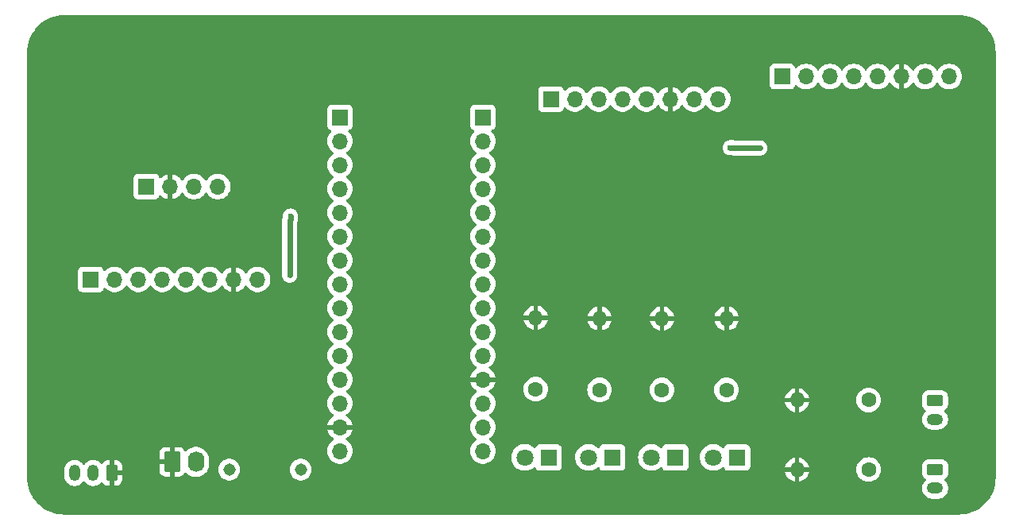
<source format=gbr>
%TF.GenerationSoftware,KiCad,Pcbnew,8.0.8*%
%TF.CreationDate,2025-03-12T21:32:49-06:00*%
%TF.ProjectId,Final_Project_New_Design,46696e61-6c5f-4507-926f-6a6563745f4e,rev?*%
%TF.SameCoordinates,Original*%
%TF.FileFunction,Copper,L2,Bot*%
%TF.FilePolarity,Positive*%
%FSLAX46Y46*%
G04 Gerber Fmt 4.6, Leading zero omitted, Abs format (unit mm)*
G04 Created by KiCad (PCBNEW 8.0.8) date 2025-03-12 21:32:49*
%MOMM*%
%LPD*%
G01*
G04 APERTURE LIST*
G04 Aperture macros list*
%AMRoundRect*
0 Rectangle with rounded corners*
0 $1 Rounding radius*
0 $2 $3 $4 $5 $6 $7 $8 $9 X,Y pos of 4 corners*
0 Add a 4 corners polygon primitive as box body*
4,1,4,$2,$3,$4,$5,$6,$7,$8,$9,$2,$3,0*
0 Add four circle primitives for the rounded corners*
1,1,$1+$1,$2,$3*
1,1,$1+$1,$4,$5*
1,1,$1+$1,$6,$7*
1,1,$1+$1,$8,$9*
0 Add four rect primitives between the rounded corners*
20,1,$1+$1,$2,$3,$4,$5,0*
20,1,$1+$1,$4,$5,$6,$7,0*
20,1,$1+$1,$6,$7,$8,$9,0*
20,1,$1+$1,$8,$9,$2,$3,0*%
G04 Aperture macros list end*
%TA.AperFunction,ComponentPad*%
%ADD10C,1.308000*%
%TD*%
%TA.AperFunction,ComponentPad*%
%ADD11R,1.800000X1.800000*%
%TD*%
%TA.AperFunction,ComponentPad*%
%ADD12C,1.800000*%
%TD*%
%TA.AperFunction,ComponentPad*%
%ADD13RoundRect,0.250000X0.350000X0.625000X-0.350000X0.625000X-0.350000X-0.625000X0.350000X-0.625000X0*%
%TD*%
%TA.AperFunction,ComponentPad*%
%ADD14O,1.200000X1.750000*%
%TD*%
%TA.AperFunction,ComponentPad*%
%ADD15C,1.600000*%
%TD*%
%TA.AperFunction,ComponentPad*%
%ADD16O,1.600000X1.600000*%
%TD*%
%TA.AperFunction,ComponentPad*%
%ADD17R,1.700000X1.700000*%
%TD*%
%TA.AperFunction,ComponentPad*%
%ADD18O,1.700000X1.700000*%
%TD*%
%TA.AperFunction,ComponentPad*%
%ADD19RoundRect,0.250000X-0.620000X-0.845000X0.620000X-0.845000X0.620000X0.845000X-0.620000X0.845000X0*%
%TD*%
%TA.AperFunction,ComponentPad*%
%ADD20O,1.740000X2.190000*%
%TD*%
%TA.AperFunction,ComponentPad*%
%ADD21RoundRect,0.250000X-0.625000X0.350000X-0.625000X-0.350000X0.625000X-0.350000X0.625000X0.350000X0*%
%TD*%
%TA.AperFunction,ComponentPad*%
%ADD22O,1.750000X1.200000*%
%TD*%
%TA.AperFunction,ViaPad*%
%ADD23C,0.600000*%
%TD*%
%TA.AperFunction,Conductor*%
%ADD24C,0.600000*%
%TD*%
G04 APERTURE END LIST*
D10*
%TO.P,SW1,1,A*%
%TO.N,Net-(J10-Pin_2)*%
X137450000Y-99500000D03*
%TO.P,SW1,2,B*%
%TO.N,/VIN*%
X145070000Y-99500000D03*
%TD*%
D11*
%TO.P,D3,1,K*%
%TO.N,Net-(D3-K)*%
X178280000Y-98200000D03*
D12*
%TO.P,D3,2,A*%
%TO.N,/HUMIDITY_LED*%
X175740000Y-98200000D03*
%TD*%
D13*
%TO.P,J9,1,Pin_1*%
%TO.N,GND*%
X124950000Y-99860000D03*
D14*
%TO.P,J9,2,Pin_2*%
%TO.N,/EXTERNAL_TEMP*%
X122950000Y-99860000D03*
%TO.P,J9,3,Pin_3*%
%TO.N,+5V*%
X120950000Y-99860000D03*
%TD*%
D15*
%TO.P,R5,1*%
%TO.N,Net-(J3-Pin_1)*%
X205600000Y-99490000D03*
D16*
%TO.P,R5,2*%
%TO.N,GND*%
X197980000Y-99490000D03*
%TD*%
D15*
%TO.P,R4,1*%
%TO.N,Net-(D4-K)*%
X170120000Y-90930000D03*
D16*
%TO.P,R4,2*%
%TO.N,GND*%
X170120000Y-83310000D03*
%TD*%
D17*
%TO.P,J6,1,Pin_1*%
%TO.N,+5V*%
X128620000Y-69340000D03*
D18*
%TO.P,J6,2,Pin_2*%
%TO.N,GND*%
X131160000Y-69340000D03*
%TO.P,J6,3,Pin_3*%
%TO.N,/SCL*%
X133700000Y-69340000D03*
%TO.P,J6,4,Pin_4*%
%TO.N,/SDA*%
X136240000Y-69340000D03*
%TD*%
D19*
%TO.P,J10,1,Pin_1*%
%TO.N,GND*%
X131360000Y-98690000D03*
D20*
%TO.P,J10,2,Pin_2*%
%TO.N,Net-(J10-Pin_2)*%
X133900000Y-98690000D03*
%TD*%
D17*
%TO.P,J5,1,Pin_1*%
%TO.N,unconnected-(J5-Pin_1-Pad1)*%
X171745000Y-60010000D03*
D18*
%TO.P,J5,2,Pin_2*%
%TO.N,/CS0*%
X174285000Y-60010000D03*
%TO.P,J5,3,Pin_3*%
%TO.N,/MOSI*%
X176825000Y-60010000D03*
%TO.P,J5,4,Pin_4*%
%TO.N,/MISO*%
X179365000Y-60010000D03*
%TO.P,J5,5,Pin_5*%
%TO.N,/SCK*%
X181905000Y-60010000D03*
%TO.P,J5,6,Pin_6*%
%TO.N,GND*%
X184445000Y-60010000D03*
%TO.P,J5,7,Pin_7*%
%TO.N,unconnected-(J5-Pin_7-Pad7)*%
X186985000Y-60010000D03*
%TO.P,J5,8,Pin_8*%
%TO.N,+3V3*%
X189525000Y-60010000D03*
%TD*%
D11*
%TO.P,D1,1,K*%
%TO.N,Net-(D1-K)*%
X191580000Y-98200000D03*
D12*
%TO.P,D1,2,A*%
%TO.N,/IMU_LED*%
X189040000Y-98200000D03*
%TD*%
D17*
%TO.P,J8,1,Pin_1*%
%TO.N,unconnected-(J8-Pin_1-Pad1)*%
X122695000Y-79230000D03*
D18*
%TO.P,J8,2,Pin_2*%
%TO.N,unconnected-(J8-Pin_2-Pad2)*%
X125235000Y-79230000D03*
%TO.P,J8,3,Pin_3*%
%TO.N,unconnected-(J8-Pin_3-Pad3)*%
X127775000Y-79230000D03*
%TO.P,J8,4,Pin_4*%
%TO.N,unconnected-(J8-Pin_4-Pad4)*%
X130315000Y-79230000D03*
%TO.P,J8,5,Pin_5*%
%TO.N,/SDA*%
X132855000Y-79230000D03*
%TO.P,J8,6,Pin_6*%
%TO.N,/SCL*%
X135395000Y-79230000D03*
%TO.P,J8,7,Pin_7*%
%TO.N,GND*%
X137935000Y-79230000D03*
%TO.P,J8,8,Pin_8*%
%TO.N,+5V*%
X140475000Y-79230000D03*
%TD*%
D15*
%TO.P,R2,1*%
%TO.N,Net-(D2-K)*%
X183580000Y-91010000D03*
D16*
%TO.P,R2,2*%
%TO.N,GND*%
X183580000Y-83390000D03*
%TD*%
D21*
%TO.P,J4,1,Pin_1*%
%TO.N,Net-(J4-Pin_1)*%
X212680000Y-92130000D03*
D22*
%TO.P,J4,2,Pin_2*%
%TO.N,/INTERNAL_TEMP_LED*%
X212680000Y-94130000D03*
%TD*%
D15*
%TO.P,R6,1*%
%TO.N,Net-(J4-Pin_1)*%
X205600000Y-92090000D03*
D16*
%TO.P,R6,2*%
%TO.N,GND*%
X197980000Y-92090000D03*
%TD*%
D15*
%TO.P,R1,1*%
%TO.N,Net-(D1-K)*%
X190460000Y-91010000D03*
D16*
%TO.P,R1,2*%
%TO.N,GND*%
X190460000Y-83390000D03*
%TD*%
D11*
%TO.P,D2,1,K*%
%TO.N,Net-(D2-K)*%
X184980000Y-98200000D03*
D12*
%TO.P,D2,2,A*%
%TO.N,/PRESSURE_LED*%
X182440000Y-98200000D03*
%TD*%
D21*
%TO.P,J3,1,Pin_1*%
%TO.N,Net-(J3-Pin_1)*%
X212700000Y-99490000D03*
D22*
%TO.P,J3,2,Pin_2*%
%TO.N,/POWER_LED*%
X212700000Y-101490000D03*
%TD*%
D17*
%TO.P,J7,1,Pin_1*%
%TO.N,unconnected-(J7-Pin_1-Pad1)*%
X196400000Y-57610000D03*
D18*
%TO.P,J7,2,Pin_2*%
%TO.N,/CS1*%
X198940000Y-57610000D03*
%TO.P,J7,3,Pin_3*%
%TO.N,/MOSI*%
X201480000Y-57610000D03*
%TO.P,J7,4,Pin_4*%
%TO.N,/MISO*%
X204020000Y-57610000D03*
%TO.P,J7,5,Pin_5*%
%TO.N,/SCK*%
X206560000Y-57610000D03*
%TO.P,J7,6,Pin_6*%
%TO.N,GND*%
X209100000Y-57610000D03*
%TO.P,J7,7,Pin_7*%
%TO.N,unconnected-(J7-Pin_7-Pad7)*%
X211640000Y-57610000D03*
%TO.P,J7,8,Pin_8*%
%TO.N,+5V*%
X214180000Y-57610000D03*
%TD*%
D15*
%TO.P,R3,1*%
%TO.N,Net-(D3-K)*%
X176930000Y-91010000D03*
D16*
%TO.P,R3,2*%
%TO.N,GND*%
X176930000Y-83390000D03*
%TD*%
D11*
%TO.P,D4,1,K*%
%TO.N,Net-(D4-K)*%
X171480000Y-98200000D03*
D12*
%TO.P,D4,2,A*%
%TO.N,/EXTERNAL_TEMP_LED*%
X168940000Y-98200000D03*
%TD*%
D17*
%TO.P,J1,1,Pin_1*%
%TO.N,/SCK*%
X149240000Y-61960000D03*
D18*
%TO.P,J1,2,Pin_2*%
%TO.N,+3V3*%
X149240000Y-64500000D03*
%TO.P,J1,3,Pin_3*%
%TO.N,unconnected-(J1-Pin_3-Pad3)*%
X149240000Y-67040000D03*
%TO.P,J1,4,Pin_4*%
%TO.N,unconnected-(J1-Pin_4-Pad4)*%
X149240000Y-69580000D03*
%TO.P,J1,5,Pin_5*%
%TO.N,unconnected-(J1-Pin_5-Pad5)*%
X149240000Y-72120000D03*
%TO.P,J1,6,Pin_6*%
%TO.N,unconnected-(J1-Pin_6-Pad6)*%
X149240000Y-74660000D03*
%TO.P,J1,7,Pin_7*%
%TO.N,unconnected-(J1-Pin_7-Pad7)*%
X149240000Y-77200000D03*
%TO.P,J1,8,Pin_8*%
%TO.N,/SDA*%
X149240000Y-79740000D03*
%TO.P,J1,9,Pin_9*%
%TO.N,/SCL*%
X149240000Y-82280000D03*
%TO.P,J1,10,Pin_10*%
%TO.N,unconnected-(J1-Pin_10-Pad10)*%
X149240000Y-84820000D03*
%TO.P,J1,11,Pin_11*%
%TO.N,/EXTERNAL_TEMP*%
X149240000Y-87360000D03*
%TO.P,J1,12,Pin_12*%
%TO.N,+5V*%
X149240000Y-89900000D03*
%TO.P,J1,13,Pin_13*%
%TO.N,unconnected-(J1-Pin_13-Pad13)*%
X149240000Y-92440000D03*
%TO.P,J1,14,Pin_14*%
%TO.N,GND*%
X149240000Y-94980000D03*
%TO.P,J1,15,Pin_15*%
%TO.N,/VIN*%
X149240000Y-97520000D03*
%TD*%
D17*
%TO.P,J2,1,Pin_1*%
%TO.N,/MISO*%
X164480000Y-61960000D03*
D18*
%TO.P,J2,2,Pin_2*%
%TO.N,/MOSI*%
X164480000Y-64500000D03*
%TO.P,J2,3,Pin_3*%
%TO.N,/CS0*%
X164480000Y-67040000D03*
%TO.P,J2,4,Pin_4*%
%TO.N,/CS1*%
X164480000Y-69580000D03*
%TO.P,J2,5,Pin_5*%
%TO.N,/IMU_LED*%
X164480000Y-72120000D03*
%TO.P,J2,6,Pin_6*%
%TO.N,/PRESSURE_LED*%
X164480000Y-74660000D03*
%TO.P,J2,7,Pin_7*%
%TO.N,/HUMIDITY_LED*%
X164480000Y-77200000D03*
%TO.P,J2,8,Pin_8*%
%TO.N,/EXTERNAL_TEMP_LED*%
X164480000Y-79740000D03*
%TO.P,J2,9,Pin_9*%
%TO.N,/POWER_LED*%
X164480000Y-82280000D03*
%TO.P,J2,10,Pin_10*%
%TO.N,/INTERNAL_TEMP_LED*%
X164480000Y-84820000D03*
%TO.P,J2,11,Pin_11*%
%TO.N,unconnected-(J2-Pin_11-Pad11)*%
X164480000Y-87360000D03*
%TO.P,J2,12,Pin_12*%
%TO.N,GND*%
X164480000Y-89900000D03*
%TO.P,J2,13,Pin_13*%
%TO.N,unconnected-(J2-Pin_13-Pad13)*%
X164480000Y-92440000D03*
%TO.P,J2,14,Pin_14*%
%TO.N,unconnected-(J2-Pin_14-Pad14)*%
X164480000Y-94980000D03*
%TO.P,J2,15,Pin_15*%
%TO.N,unconnected-(J2-Pin_15-Pad15)*%
X164480000Y-97520000D03*
%TD*%
D23*
%TO.N,+5V*%
X143900000Y-78770000D03*
X143970000Y-72490000D03*
%TO.N,/MOSI*%
X190860000Y-65200000D03*
X194020000Y-65220000D03*
%TD*%
D24*
%TO.N,+5V*%
X143970000Y-72490000D02*
X143970000Y-72810000D01*
X143900000Y-72880000D02*
X143900000Y-78770000D01*
X143970000Y-72810000D02*
X143900000Y-72880000D01*
%TO.N,/MOSI*%
X191190000Y-65200000D02*
X191210000Y-65220000D01*
X191210000Y-65220000D02*
X194020000Y-65220000D01*
X190860000Y-65200000D02*
X191190000Y-65200000D01*
%TD*%
%TA.AperFunction,Conductor*%
%TO.N,GND*%
G36*
X215212855Y-51070632D02*
G01*
X215568697Y-51087083D01*
X215580086Y-51088139D01*
X215930051Y-51136957D01*
X215941295Y-51139059D01*
X216285261Y-51219959D01*
X216296251Y-51223086D01*
X216631306Y-51335385D01*
X216641960Y-51339513D01*
X216965209Y-51482241D01*
X216975436Y-51487333D01*
X217216689Y-51621710D01*
X217284131Y-51659275D01*
X217293869Y-51665304D01*
X217585374Y-51864990D01*
X217594514Y-51871892D01*
X217866356Y-52097626D01*
X217874820Y-52105343D01*
X218124656Y-52355179D01*
X218132373Y-52363643D01*
X218358107Y-52635485D01*
X218365009Y-52644625D01*
X218564695Y-52936130D01*
X218570724Y-52945868D01*
X218742659Y-53254550D01*
X218747762Y-53264799D01*
X218890481Y-53588026D01*
X218894619Y-53598706D01*
X219006909Y-53933735D01*
X219010043Y-53944751D01*
X219090938Y-54288696D01*
X219093043Y-54299955D01*
X219141859Y-54649905D01*
X219142916Y-54661309D01*
X219159368Y-55017144D01*
X219159500Y-55022871D01*
X219159500Y-100337128D01*
X219159368Y-100342855D01*
X219142916Y-100698690D01*
X219141859Y-100710094D01*
X219093043Y-101060044D01*
X219090938Y-101071303D01*
X219010043Y-101415248D01*
X219006909Y-101426264D01*
X218894619Y-101761293D01*
X218890481Y-101771973D01*
X218747764Y-102095196D01*
X218742659Y-102105449D01*
X218570724Y-102414131D01*
X218564695Y-102423869D01*
X218365009Y-102715374D01*
X218358107Y-102724514D01*
X218132373Y-102996356D01*
X218124656Y-103004820D01*
X217874820Y-103254656D01*
X217866356Y-103262373D01*
X217594514Y-103488107D01*
X217585374Y-103495009D01*
X217293869Y-103694695D01*
X217284131Y-103700724D01*
X216975449Y-103872659D01*
X216965196Y-103877764D01*
X216641973Y-104020481D01*
X216631293Y-104024619D01*
X216296264Y-104136909D01*
X216285248Y-104140043D01*
X215941303Y-104220938D01*
X215930044Y-104223043D01*
X215580094Y-104271859D01*
X215568690Y-104272916D01*
X215212855Y-104289368D01*
X215207128Y-104289500D01*
X119862872Y-104289500D01*
X119857145Y-104289368D01*
X119501309Y-104272916D01*
X119489905Y-104271859D01*
X119139955Y-104223043D01*
X119128696Y-104220938D01*
X118784751Y-104140043D01*
X118773735Y-104136909D01*
X118438706Y-104024619D01*
X118428026Y-104020481D01*
X118104799Y-103877762D01*
X118094555Y-103872661D01*
X117994830Y-103817115D01*
X117785868Y-103700724D01*
X117776130Y-103694695D01*
X117484625Y-103495009D01*
X117475485Y-103488107D01*
X117203643Y-103262373D01*
X117195179Y-103254656D01*
X116945343Y-103004820D01*
X116937626Y-102996356D01*
X116711892Y-102724514D01*
X116704990Y-102715374D01*
X116505304Y-102423869D01*
X116499275Y-102414131D01*
X116386765Y-102212137D01*
X116327333Y-102105436D01*
X116322241Y-102095209D01*
X116179513Y-101771960D01*
X116175385Y-101761306D01*
X116063086Y-101426251D01*
X116059959Y-101415261D01*
X115979059Y-101071295D01*
X115976956Y-101060044D01*
X115965863Y-100980523D01*
X115928139Y-100710086D01*
X115927083Y-100698690D01*
X115920489Y-100556069D01*
X115910632Y-100342855D01*
X115910500Y-100337128D01*
X115910500Y-99497759D01*
X119841500Y-99497759D01*
X119841500Y-100222240D01*
X119868795Y-100394575D01*
X119922710Y-100560513D01*
X119922711Y-100560516D01*
X119972790Y-100658799D01*
X119998926Y-100710094D01*
X120001928Y-100715984D01*
X120104477Y-100857132D01*
X120104481Y-100857137D01*
X120227862Y-100980518D01*
X120227867Y-100980522D01*
X120337321Y-101060044D01*
X120369019Y-101083074D01*
X120470646Y-101134856D01*
X120524483Y-101162288D01*
X120524486Y-101162289D01*
X120607455Y-101189246D01*
X120690426Y-101216205D01*
X120862759Y-101243500D01*
X120862760Y-101243500D01*
X121037240Y-101243500D01*
X121037241Y-101243500D01*
X121209574Y-101216205D01*
X121375516Y-101162288D01*
X121530981Y-101083074D01*
X121672139Y-100980517D01*
X121795517Y-100857139D01*
X121834035Y-100804124D01*
X121849682Y-100782588D01*
X121905011Y-100739922D01*
X121974625Y-100733943D01*
X122036420Y-100766548D01*
X122050318Y-100782588D01*
X122104477Y-100857132D01*
X122104481Y-100857137D01*
X122227862Y-100980518D01*
X122227867Y-100980522D01*
X122337321Y-101060044D01*
X122369019Y-101083074D01*
X122470646Y-101134856D01*
X122524483Y-101162288D01*
X122524486Y-101162289D01*
X122607455Y-101189246D01*
X122690426Y-101216205D01*
X122862759Y-101243500D01*
X122862760Y-101243500D01*
X123037240Y-101243500D01*
X123037241Y-101243500D01*
X123209574Y-101216205D01*
X123375516Y-101162288D01*
X123530981Y-101083074D01*
X123672139Y-100980517D01*
X123779152Y-100873503D01*
X123840471Y-100840021D01*
X123910163Y-100845005D01*
X123966097Y-100886876D01*
X123972369Y-100896090D01*
X124007684Y-100953345D01*
X124131654Y-101077315D01*
X124280875Y-101169356D01*
X124280880Y-101169358D01*
X124447302Y-101224505D01*
X124447309Y-101224506D01*
X124550019Y-101234999D01*
X124699999Y-101234999D01*
X124700000Y-101234998D01*
X124700000Y-100140330D01*
X124719745Y-100160075D01*
X124805255Y-100209444D01*
X124900630Y-100235000D01*
X124999370Y-100235000D01*
X125094745Y-100209444D01*
X125180255Y-100160075D01*
X125200000Y-100140330D01*
X125200000Y-101234999D01*
X125349972Y-101234999D01*
X125349986Y-101234998D01*
X125452697Y-101224505D01*
X125619119Y-101169358D01*
X125619124Y-101169356D01*
X125768345Y-101077315D01*
X125892315Y-100953345D01*
X125984356Y-100804124D01*
X125984358Y-100804119D01*
X126039505Y-100637697D01*
X126039506Y-100637690D01*
X126049999Y-100534986D01*
X126050000Y-100534973D01*
X126050000Y-100110000D01*
X125230330Y-100110000D01*
X125250075Y-100090255D01*
X125299444Y-100004745D01*
X125325000Y-99909370D01*
X125325000Y-99810630D01*
X125299444Y-99715255D01*
X125250075Y-99629745D01*
X125230330Y-99610000D01*
X126049999Y-99610000D01*
X126049999Y-99185028D01*
X126049998Y-99185013D01*
X126039505Y-99082302D01*
X125984358Y-98915880D01*
X125984356Y-98915875D01*
X125892315Y-98766654D01*
X125768345Y-98642684D01*
X125619124Y-98550643D01*
X125619119Y-98550641D01*
X125452697Y-98495494D01*
X125452690Y-98495493D01*
X125349986Y-98485000D01*
X125200000Y-98485000D01*
X125200000Y-99579670D01*
X125180255Y-99559925D01*
X125094745Y-99510556D01*
X124999370Y-99485000D01*
X124900630Y-99485000D01*
X124805255Y-99510556D01*
X124719745Y-99559925D01*
X124700000Y-99579670D01*
X124700000Y-98485000D01*
X124550027Y-98485000D01*
X124550012Y-98485001D01*
X124447302Y-98495494D01*
X124280880Y-98550641D01*
X124280875Y-98550643D01*
X124131654Y-98642684D01*
X124007683Y-98766655D01*
X124007680Y-98766659D01*
X123972368Y-98823909D01*
X123920420Y-98870634D01*
X123851457Y-98881855D01*
X123787375Y-98854012D01*
X123779149Y-98846493D01*
X123672137Y-98739481D01*
X123672132Y-98739477D01*
X123530984Y-98636928D01*
X123530983Y-98636927D01*
X123530981Y-98636926D01*
X123481175Y-98611548D01*
X123375516Y-98557711D01*
X123375513Y-98557710D01*
X123209575Y-98503795D01*
X123090914Y-98485001D01*
X123037241Y-98476500D01*
X122862759Y-98476500D01*
X122816656Y-98483802D01*
X122690424Y-98503795D01*
X122524486Y-98557710D01*
X122524483Y-98557711D01*
X122369015Y-98636928D01*
X122227867Y-98739477D01*
X122227862Y-98739481D01*
X122104481Y-98862862D01*
X122050318Y-98937412D01*
X121994988Y-98980077D01*
X121925375Y-98986056D01*
X121863580Y-98953450D01*
X121849682Y-98937412D01*
X121795518Y-98862862D01*
X121672137Y-98739481D01*
X121672132Y-98739477D01*
X121530984Y-98636928D01*
X121530983Y-98636927D01*
X121530981Y-98636926D01*
X121481175Y-98611548D01*
X121375516Y-98557711D01*
X121375513Y-98557710D01*
X121209575Y-98503795D01*
X121090914Y-98485001D01*
X121037241Y-98476500D01*
X120862759Y-98476500D01*
X120816656Y-98483802D01*
X120690424Y-98503795D01*
X120524486Y-98557710D01*
X120524483Y-98557711D01*
X120369015Y-98636928D01*
X120227867Y-98739477D01*
X120227862Y-98739481D01*
X120104481Y-98862862D01*
X120104477Y-98862867D01*
X120001928Y-99004015D01*
X119922711Y-99159483D01*
X119922710Y-99159486D01*
X119868795Y-99325424D01*
X119841500Y-99497759D01*
X115910500Y-99497759D01*
X115910500Y-97795013D01*
X129990000Y-97795013D01*
X129990000Y-98440000D01*
X130817291Y-98440000D01*
X130805548Y-98460339D01*
X130765000Y-98611667D01*
X130765000Y-98768333D01*
X130805548Y-98919661D01*
X130817291Y-98940000D01*
X129990001Y-98940000D01*
X129990001Y-99584986D01*
X130000494Y-99687697D01*
X130055641Y-99854119D01*
X130055643Y-99854124D01*
X130147684Y-100003345D01*
X130271654Y-100127315D01*
X130420875Y-100219356D01*
X130420880Y-100219358D01*
X130587302Y-100274505D01*
X130587309Y-100274506D01*
X130690019Y-100284999D01*
X131109999Y-100284999D01*
X131110000Y-100284998D01*
X131110000Y-99232709D01*
X131130339Y-99244452D01*
X131281667Y-99285000D01*
X131438333Y-99285000D01*
X131589661Y-99244452D01*
X131610000Y-99232709D01*
X131610000Y-100284999D01*
X132029972Y-100284999D01*
X132029986Y-100284998D01*
X132132697Y-100274505D01*
X132299119Y-100219358D01*
X132299124Y-100219356D01*
X132448345Y-100127315D01*
X132572317Y-100003343D01*
X132667968Y-99848267D01*
X132719916Y-99801542D01*
X132788878Y-99790319D01*
X132852960Y-99818162D01*
X132861188Y-99825682D01*
X133001967Y-99966461D01*
X133177508Y-100093999D01*
X133370840Y-100192506D01*
X133577200Y-100259557D01*
X133657566Y-100272285D01*
X133791505Y-100293500D01*
X133791510Y-100293500D01*
X134008495Y-100293500D01*
X134128421Y-100274505D01*
X134222800Y-100259557D01*
X134429160Y-100192506D01*
X134622492Y-100093999D01*
X134798033Y-99966461D01*
X134951461Y-99813033D01*
X135078999Y-99637492D01*
X135149054Y-99500000D01*
X136282520Y-99500000D01*
X136302398Y-99714519D01*
X136302398Y-99714521D01*
X136302399Y-99714524D01*
X136323964Y-99790319D01*
X136361356Y-99921740D01*
X136361360Y-99921750D01*
X136457386Y-100114597D01*
X136587223Y-100286528D01*
X136746435Y-100431668D01*
X136746437Y-100431670D01*
X136929605Y-100545083D01*
X136929611Y-100545086D01*
X136957962Y-100556069D01*
X137130504Y-100622912D01*
X137342279Y-100662500D01*
X137342281Y-100662500D01*
X137557719Y-100662500D01*
X137557721Y-100662500D01*
X137769496Y-100622912D01*
X137970391Y-100545085D01*
X138153564Y-100431669D01*
X138312778Y-100286526D01*
X138442612Y-100114599D01*
X138538643Y-99921742D01*
X138597601Y-99714524D01*
X138617480Y-99500000D01*
X143902520Y-99500000D01*
X143922398Y-99714519D01*
X143922398Y-99714521D01*
X143922399Y-99714524D01*
X143943964Y-99790319D01*
X143981356Y-99921740D01*
X143981360Y-99921750D01*
X144077386Y-100114597D01*
X144207223Y-100286528D01*
X144366435Y-100431668D01*
X144366437Y-100431670D01*
X144549605Y-100545083D01*
X144549611Y-100545086D01*
X144577962Y-100556069D01*
X144750504Y-100622912D01*
X144962279Y-100662500D01*
X144962281Y-100662500D01*
X145177719Y-100662500D01*
X145177721Y-100662500D01*
X145389496Y-100622912D01*
X145590391Y-100545085D01*
X145773564Y-100431669D01*
X145932778Y-100286526D01*
X146062612Y-100114599D01*
X146158643Y-99921742D01*
X146217601Y-99714524D01*
X146237480Y-99500000D01*
X146217601Y-99285476D01*
X146158643Y-99078258D01*
X146153577Y-99068084D01*
X146062613Y-98885402D01*
X145932776Y-98713471D01*
X145773564Y-98568331D01*
X145773562Y-98568329D01*
X145590394Y-98454916D01*
X145590388Y-98454913D01*
X145400887Y-98381501D01*
X145389496Y-98377088D01*
X145177721Y-98337500D01*
X144962279Y-98337500D01*
X144750504Y-98377088D01*
X144750501Y-98377088D01*
X144750501Y-98377089D01*
X144549611Y-98454913D01*
X144549605Y-98454916D01*
X144366437Y-98568329D01*
X144366435Y-98568331D01*
X144207223Y-98713471D01*
X144077386Y-98885402D01*
X143981360Y-99078249D01*
X143981356Y-99078259D01*
X143944100Y-99209204D01*
X143922535Y-99285000D01*
X143922398Y-99285480D01*
X143902520Y-99500000D01*
X138617480Y-99500000D01*
X138597601Y-99285476D01*
X138538643Y-99078258D01*
X138533577Y-99068084D01*
X138442613Y-98885402D01*
X138312776Y-98713471D01*
X138153564Y-98568331D01*
X138153562Y-98568329D01*
X137970394Y-98454916D01*
X137970388Y-98454913D01*
X137780887Y-98381501D01*
X137769496Y-98377088D01*
X137557721Y-98337500D01*
X137342279Y-98337500D01*
X137130504Y-98377088D01*
X137130501Y-98377088D01*
X137130501Y-98377089D01*
X136929611Y-98454913D01*
X136929605Y-98454916D01*
X136746437Y-98568329D01*
X136746435Y-98568331D01*
X136587223Y-98713471D01*
X136457386Y-98885402D01*
X136361360Y-99078249D01*
X136361356Y-99078259D01*
X136324100Y-99209204D01*
X136302535Y-99285000D01*
X136302398Y-99285480D01*
X136282520Y-99500000D01*
X135149054Y-99500000D01*
X135177506Y-99444160D01*
X135244557Y-99237800D01*
X135267966Y-99090000D01*
X135278500Y-99023495D01*
X135278500Y-98356504D01*
X135253712Y-98200005D01*
X135244557Y-98142200D01*
X135177506Y-97935840D01*
X135078999Y-97742508D01*
X134951461Y-97566967D01*
X134798033Y-97413539D01*
X134622492Y-97286001D01*
X134453414Y-97199852D01*
X134429162Y-97187495D01*
X134429161Y-97187494D01*
X134429160Y-97187494D01*
X134222800Y-97120443D01*
X134222798Y-97120442D01*
X134222796Y-97120442D01*
X134008495Y-97086500D01*
X134008490Y-97086500D01*
X133791510Y-97086500D01*
X133791505Y-97086500D01*
X133577203Y-97120442D01*
X133370837Y-97187495D01*
X133177507Y-97286001D01*
X133001968Y-97413538D01*
X132861188Y-97554318D01*
X132799865Y-97587802D01*
X132730173Y-97582818D01*
X132674240Y-97540946D01*
X132667968Y-97531732D01*
X132572317Y-97376656D01*
X132448345Y-97252684D01*
X132299124Y-97160643D01*
X132299119Y-97160641D01*
X132132697Y-97105494D01*
X132132690Y-97105493D01*
X132029986Y-97095000D01*
X131610000Y-97095000D01*
X131610000Y-98147290D01*
X131589661Y-98135548D01*
X131438333Y-98095000D01*
X131281667Y-98095000D01*
X131130339Y-98135548D01*
X131110000Y-98147290D01*
X131110000Y-97095000D01*
X130690028Y-97095000D01*
X130690012Y-97095001D01*
X130587302Y-97105494D01*
X130420880Y-97160641D01*
X130420875Y-97160643D01*
X130271654Y-97252684D01*
X130147684Y-97376654D01*
X130055643Y-97525875D01*
X130055641Y-97525880D01*
X130000494Y-97692302D01*
X130000493Y-97692309D01*
X129990000Y-97795013D01*
X115910500Y-97795013D01*
X115910500Y-78331345D01*
X121336500Y-78331345D01*
X121336500Y-80128654D01*
X121343011Y-80189202D01*
X121343011Y-80189204D01*
X121394111Y-80326204D01*
X121481739Y-80443261D01*
X121598796Y-80530889D01*
X121653906Y-80551444D01*
X121723133Y-80577265D01*
X121735799Y-80581989D01*
X121763050Y-80584918D01*
X121796345Y-80588499D01*
X121796362Y-80588500D01*
X123593638Y-80588500D01*
X123593654Y-80588499D01*
X123620692Y-80585591D01*
X123654201Y-80581989D01*
X123791204Y-80530889D01*
X123908261Y-80443261D01*
X123995889Y-80326204D01*
X124041138Y-80204887D01*
X124083009Y-80148956D01*
X124148474Y-80124539D01*
X124216746Y-80139391D01*
X124248545Y-80164236D01*
X124311760Y-80232906D01*
X124489424Y-80371189D01*
X124489425Y-80371189D01*
X124489427Y-80371191D01*
X124549314Y-80403600D01*
X124687426Y-80478342D01*
X124900365Y-80551444D01*
X125122431Y-80588500D01*
X125347569Y-80588500D01*
X125569635Y-80551444D01*
X125782574Y-80478342D01*
X125980576Y-80371189D01*
X126158240Y-80232906D01*
X126279594Y-80101082D01*
X126310715Y-80067276D01*
X126310715Y-80067275D01*
X126310722Y-80067268D01*
X126401193Y-79928790D01*
X126454338Y-79883437D01*
X126523569Y-79874013D01*
X126586905Y-79903515D01*
X126608804Y-79928787D01*
X126699278Y-80067268D01*
X126699283Y-80067273D01*
X126699284Y-80067276D01*
X126825968Y-80204889D01*
X126851760Y-80232906D01*
X127029424Y-80371189D01*
X127029425Y-80371189D01*
X127029427Y-80371191D01*
X127089314Y-80403600D01*
X127227426Y-80478342D01*
X127440365Y-80551444D01*
X127662431Y-80588500D01*
X127887569Y-80588500D01*
X128109635Y-80551444D01*
X128322574Y-80478342D01*
X128520576Y-80371189D01*
X128698240Y-80232906D01*
X128819594Y-80101082D01*
X128850715Y-80067276D01*
X128850715Y-80067275D01*
X128850722Y-80067268D01*
X128941193Y-79928790D01*
X128994338Y-79883437D01*
X129063569Y-79874013D01*
X129126905Y-79903515D01*
X129148804Y-79928787D01*
X129239278Y-80067268D01*
X129239283Y-80067273D01*
X129239284Y-80067276D01*
X129365968Y-80204889D01*
X129391760Y-80232906D01*
X129569424Y-80371189D01*
X129569425Y-80371189D01*
X129569427Y-80371191D01*
X129629314Y-80403600D01*
X129767426Y-80478342D01*
X129980365Y-80551444D01*
X130202431Y-80588500D01*
X130427569Y-80588500D01*
X130649635Y-80551444D01*
X130862574Y-80478342D01*
X131060576Y-80371189D01*
X131238240Y-80232906D01*
X131359594Y-80101082D01*
X131390715Y-80067276D01*
X131390715Y-80067275D01*
X131390722Y-80067268D01*
X131481193Y-79928790D01*
X131534338Y-79883437D01*
X131603569Y-79874013D01*
X131666905Y-79903515D01*
X131688804Y-79928787D01*
X131779278Y-80067268D01*
X131779283Y-80067273D01*
X131779284Y-80067276D01*
X131905968Y-80204889D01*
X131931760Y-80232906D01*
X132109424Y-80371189D01*
X132109425Y-80371189D01*
X132109427Y-80371191D01*
X132169314Y-80403600D01*
X132307426Y-80478342D01*
X132520365Y-80551444D01*
X132742431Y-80588500D01*
X132967569Y-80588500D01*
X133189635Y-80551444D01*
X133402574Y-80478342D01*
X133600576Y-80371189D01*
X133778240Y-80232906D01*
X133899594Y-80101082D01*
X133930715Y-80067276D01*
X133930715Y-80067275D01*
X133930722Y-80067268D01*
X134021193Y-79928790D01*
X134074338Y-79883437D01*
X134143569Y-79874013D01*
X134206905Y-79903515D01*
X134228804Y-79928787D01*
X134319278Y-80067268D01*
X134319283Y-80067273D01*
X134319284Y-80067276D01*
X134445968Y-80204889D01*
X134471760Y-80232906D01*
X134649424Y-80371189D01*
X134649425Y-80371189D01*
X134649427Y-80371191D01*
X134709314Y-80403600D01*
X134847426Y-80478342D01*
X135060365Y-80551444D01*
X135282431Y-80588500D01*
X135507569Y-80588500D01*
X135729635Y-80551444D01*
X135942574Y-80478342D01*
X136140576Y-80371189D01*
X136318240Y-80232906D01*
X136439594Y-80101082D01*
X136470715Y-80067276D01*
X136470715Y-80067275D01*
X136470722Y-80067268D01*
X136564749Y-79923347D01*
X136617894Y-79877994D01*
X136687125Y-79868570D01*
X136750461Y-79898072D01*
X136770130Y-79920048D01*
X136896890Y-80101078D01*
X137063917Y-80268105D01*
X137257421Y-80403600D01*
X137471507Y-80503429D01*
X137471516Y-80503433D01*
X137685000Y-80560634D01*
X137685000Y-79663012D01*
X137742007Y-79695925D01*
X137869174Y-79730000D01*
X138000826Y-79730000D01*
X138127993Y-79695925D01*
X138185000Y-79663012D01*
X138185000Y-80560633D01*
X138398483Y-80503433D01*
X138398492Y-80503429D01*
X138612578Y-80403600D01*
X138806082Y-80268105D01*
X138973105Y-80101082D01*
X139099868Y-79920048D01*
X139154445Y-79876423D01*
X139223944Y-79869231D01*
X139286298Y-79900753D01*
X139305251Y-79923350D01*
X139399276Y-80067265D01*
X139399284Y-80067276D01*
X139525968Y-80204889D01*
X139551760Y-80232906D01*
X139729424Y-80371189D01*
X139729425Y-80371189D01*
X139729427Y-80371191D01*
X139789314Y-80403600D01*
X139927426Y-80478342D01*
X140140365Y-80551444D01*
X140362431Y-80588500D01*
X140587569Y-80588500D01*
X140809635Y-80551444D01*
X141022574Y-80478342D01*
X141220576Y-80371189D01*
X141398240Y-80232906D01*
X141519594Y-80101082D01*
X141550715Y-80067276D01*
X141550717Y-80067273D01*
X141550722Y-80067268D01*
X141673860Y-79878791D01*
X141764296Y-79672616D01*
X141819564Y-79454368D01*
X141823563Y-79406111D01*
X141838156Y-79230005D01*
X141838156Y-79229994D01*
X141819565Y-79005640D01*
X141819563Y-79005628D01*
X141775063Y-78829901D01*
X141764296Y-78787384D01*
X141756669Y-78769997D01*
X143086384Y-78769997D01*
X143086384Y-78770001D01*
X143090720Y-78808481D01*
X143091500Y-78822366D01*
X143091500Y-78849631D01*
X143099375Y-78889221D01*
X143100978Y-78899530D01*
X143106781Y-78951043D01*
X143115237Y-78975208D01*
X143119812Y-78991968D01*
X143122568Y-79005826D01*
X143122570Y-79005831D01*
X143143030Y-79055225D01*
X143145511Y-79061725D01*
X143166956Y-79123014D01*
X143173578Y-79133553D01*
X143183144Y-79152069D01*
X143183515Y-79152964D01*
X143183517Y-79152968D01*
X143220474Y-79208279D01*
X143222364Y-79211196D01*
X143263888Y-79277279D01*
X143263891Y-79277283D01*
X143392722Y-79406114D01*
X143419586Y-79422993D01*
X143458802Y-79447634D01*
X143461663Y-79449488D01*
X143517032Y-79486483D01*
X143517922Y-79486851D01*
X143536447Y-79496421D01*
X143546985Y-79503043D01*
X143582963Y-79515632D01*
X143608276Y-79524489D01*
X143614761Y-79526964D01*
X143664169Y-79547430D01*
X143678024Y-79550185D01*
X143694793Y-79554762D01*
X143718953Y-79563217D01*
X143770486Y-79569022D01*
X143780773Y-79570623D01*
X143798693Y-79574188D01*
X143820367Y-79578500D01*
X143820370Y-79578500D01*
X143847632Y-79578500D01*
X143861516Y-79579280D01*
X143899998Y-79583616D01*
X143900000Y-79583616D01*
X143900002Y-79583616D01*
X143938484Y-79579280D01*
X143952368Y-79578500D01*
X143979632Y-79578500D01*
X143991637Y-79576111D01*
X144019233Y-79570621D01*
X144029508Y-79569023D01*
X144081047Y-79563217D01*
X144105212Y-79554760D01*
X144121963Y-79550187D01*
X144135831Y-79547430D01*
X144185258Y-79526955D01*
X144191681Y-79524503D01*
X144253015Y-79503043D01*
X144263558Y-79496417D01*
X144282079Y-79486851D01*
X144282968Y-79486483D01*
X144338302Y-79449509D01*
X144341197Y-79447634D01*
X144407278Y-79406113D01*
X144407278Y-79406112D01*
X144407281Y-79406111D01*
X144536111Y-79277281D01*
X144577641Y-79211185D01*
X144579509Y-79208302D01*
X144616483Y-79152968D01*
X144616851Y-79152079D01*
X144626417Y-79133558D01*
X144633043Y-79123015D01*
X144654503Y-79061681D01*
X144656955Y-79055258D01*
X144677430Y-79005831D01*
X144680187Y-78991963D01*
X144684762Y-78975208D01*
X144693217Y-78951047D01*
X144699023Y-78899508D01*
X144700624Y-78889221D01*
X144708500Y-78849630D01*
X144708500Y-78822366D01*
X144709280Y-78808481D01*
X144713616Y-78770001D01*
X144713616Y-78769997D01*
X144709280Y-78731516D01*
X144708500Y-78717632D01*
X144708500Y-73164480D01*
X144717940Y-73117026D01*
X144734367Y-73077368D01*
X144738984Y-73066218D01*
X144747430Y-73045831D01*
X144778500Y-72889630D01*
X144778500Y-72542366D01*
X144779280Y-72528481D01*
X144783616Y-72490001D01*
X144783616Y-72489997D01*
X144779280Y-72451516D01*
X144778500Y-72437632D01*
X144778500Y-72410366D01*
X144770625Y-72370785D01*
X144769022Y-72360486D01*
X144763217Y-72308953D01*
X144754762Y-72284791D01*
X144750184Y-72268019D01*
X144747430Y-72254169D01*
X144726964Y-72204761D01*
X144724489Y-72198276D01*
X144703045Y-72136991D01*
X144703043Y-72136985D01*
X144696418Y-72126441D01*
X144686851Y-72107922D01*
X144686483Y-72107032D01*
X144649488Y-72051663D01*
X144647640Y-72048812D01*
X144634256Y-72027512D01*
X144606114Y-71982722D01*
X144477283Y-71853891D01*
X144477281Y-71853889D01*
X144411185Y-71812357D01*
X144408303Y-71810489D01*
X144352968Y-71773517D01*
X144352965Y-71773515D01*
X144352964Y-71773515D01*
X144352069Y-71773144D01*
X144333553Y-71763578D01*
X144323014Y-71756956D01*
X144285871Y-71743959D01*
X144261711Y-71735505D01*
X144255231Y-71733032D01*
X144205831Y-71712570D01*
X144205826Y-71712568D01*
X144191968Y-71709812D01*
X144175208Y-71705237D01*
X144151042Y-71696781D01*
X144151043Y-71696781D01*
X144099530Y-71690978D01*
X144089221Y-71689375D01*
X144049631Y-71681500D01*
X144049630Y-71681500D01*
X144022368Y-71681500D01*
X144008484Y-71680720D01*
X143970002Y-71676384D01*
X143969998Y-71676384D01*
X143931516Y-71680720D01*
X143917632Y-71681500D01*
X143890370Y-71681500D01*
X143850766Y-71689377D01*
X143840460Y-71690979D01*
X143788958Y-71696781D01*
X143788951Y-71696783D01*
X143764784Y-71705239D01*
X143748028Y-71709813D01*
X143734170Y-71712569D01*
X143734168Y-71712570D01*
X143684777Y-71733028D01*
X143678282Y-71735507D01*
X143616984Y-71756956D01*
X143606441Y-71763581D01*
X143587948Y-71773136D01*
X143587043Y-71773510D01*
X143587032Y-71773516D01*
X143531724Y-71810470D01*
X143528812Y-71812357D01*
X143462719Y-71853888D01*
X143462715Y-71853891D01*
X143333891Y-71982715D01*
X143333888Y-71982719D01*
X143292357Y-72048812D01*
X143290470Y-72051724D01*
X143253516Y-72107032D01*
X143253510Y-72107043D01*
X143253136Y-72107948D01*
X143243581Y-72126441D01*
X143236956Y-72136984D01*
X143215507Y-72198282D01*
X143213028Y-72204777D01*
X143192570Y-72254168D01*
X143192569Y-72254170D01*
X143189813Y-72268028D01*
X143185239Y-72284784D01*
X143176783Y-72308951D01*
X143176781Y-72308958D01*
X143170979Y-72360460D01*
X143169377Y-72370766D01*
X143161500Y-72410369D01*
X143161500Y-72437632D01*
X143160720Y-72451516D01*
X143156384Y-72489997D01*
X143156384Y-72490004D01*
X143159227Y-72515238D01*
X143150569Y-72576572D01*
X143122570Y-72644169D01*
X143122568Y-72644176D01*
X143091500Y-72800365D01*
X143091500Y-78717632D01*
X143090720Y-78731516D01*
X143086384Y-78769997D01*
X141756669Y-78769997D01*
X141673860Y-78581209D01*
X141657706Y-78556484D01*
X141587054Y-78448342D01*
X141550722Y-78392732D01*
X141550719Y-78392729D01*
X141550715Y-78392723D01*
X141398243Y-78227097D01*
X141398238Y-78227092D01*
X141220577Y-78088812D01*
X141220572Y-78088808D01*
X141022580Y-77981661D01*
X141022577Y-77981659D01*
X141022574Y-77981658D01*
X141022571Y-77981657D01*
X141022569Y-77981656D01*
X140809637Y-77908556D01*
X140587569Y-77871500D01*
X140362431Y-77871500D01*
X140140362Y-77908556D01*
X139927430Y-77981656D01*
X139927419Y-77981661D01*
X139729427Y-78088808D01*
X139729422Y-78088812D01*
X139551761Y-78227092D01*
X139551756Y-78227097D01*
X139399284Y-78392723D01*
X139399276Y-78392734D01*
X139305251Y-78536650D01*
X139252105Y-78582007D01*
X139182873Y-78591430D01*
X139119538Y-78561928D01*
X139099868Y-78539951D01*
X138973113Y-78358926D01*
X138973108Y-78358920D01*
X138806082Y-78191894D01*
X138612578Y-78056399D01*
X138398492Y-77956570D01*
X138398486Y-77956567D01*
X138185000Y-77899364D01*
X138185000Y-78796988D01*
X138127993Y-78764075D01*
X138000826Y-78730000D01*
X137869174Y-78730000D01*
X137742007Y-78764075D01*
X137685000Y-78796988D01*
X137685000Y-77899364D01*
X137684999Y-77899364D01*
X137471513Y-77956567D01*
X137471507Y-77956570D01*
X137257422Y-78056399D01*
X137257420Y-78056400D01*
X137063926Y-78191886D01*
X137063920Y-78191891D01*
X136896891Y-78358920D01*
X136896890Y-78358922D01*
X136770131Y-78539952D01*
X136715554Y-78583577D01*
X136646055Y-78590769D01*
X136583701Y-78559247D01*
X136564752Y-78536656D01*
X136470722Y-78392732D01*
X136470715Y-78392725D01*
X136470715Y-78392723D01*
X136318243Y-78227097D01*
X136318238Y-78227092D01*
X136140577Y-78088812D01*
X136140572Y-78088808D01*
X135942580Y-77981661D01*
X135942577Y-77981659D01*
X135942574Y-77981658D01*
X135942571Y-77981657D01*
X135942569Y-77981656D01*
X135729637Y-77908556D01*
X135507569Y-77871500D01*
X135282431Y-77871500D01*
X135060362Y-77908556D01*
X134847430Y-77981656D01*
X134847419Y-77981661D01*
X134649427Y-78088808D01*
X134649422Y-78088812D01*
X134471761Y-78227092D01*
X134471756Y-78227097D01*
X134319284Y-78392723D01*
X134319276Y-78392734D01*
X134228808Y-78531206D01*
X134175662Y-78576562D01*
X134106431Y-78585986D01*
X134043095Y-78556484D01*
X134021192Y-78531206D01*
X133963286Y-78442576D01*
X133930722Y-78392732D01*
X133930719Y-78392729D01*
X133930715Y-78392723D01*
X133778243Y-78227097D01*
X133778238Y-78227092D01*
X133600577Y-78088812D01*
X133600572Y-78088808D01*
X133402580Y-77981661D01*
X133402577Y-77981659D01*
X133402574Y-77981658D01*
X133402571Y-77981657D01*
X133402569Y-77981656D01*
X133189637Y-77908556D01*
X132967569Y-77871500D01*
X132742431Y-77871500D01*
X132520362Y-77908556D01*
X132307430Y-77981656D01*
X132307419Y-77981661D01*
X132109427Y-78088808D01*
X132109422Y-78088812D01*
X131931761Y-78227092D01*
X131931756Y-78227097D01*
X131779284Y-78392723D01*
X131779276Y-78392734D01*
X131688808Y-78531206D01*
X131635662Y-78576562D01*
X131566431Y-78585986D01*
X131503095Y-78556484D01*
X131481192Y-78531206D01*
X131423286Y-78442576D01*
X131390722Y-78392732D01*
X131390719Y-78392729D01*
X131390715Y-78392723D01*
X131238243Y-78227097D01*
X131238238Y-78227092D01*
X131060577Y-78088812D01*
X131060572Y-78088808D01*
X130862580Y-77981661D01*
X130862577Y-77981659D01*
X130862574Y-77981658D01*
X130862571Y-77981657D01*
X130862569Y-77981656D01*
X130649637Y-77908556D01*
X130427569Y-77871500D01*
X130202431Y-77871500D01*
X129980362Y-77908556D01*
X129767430Y-77981656D01*
X129767419Y-77981661D01*
X129569427Y-78088808D01*
X129569422Y-78088812D01*
X129391761Y-78227092D01*
X129391756Y-78227097D01*
X129239284Y-78392723D01*
X129239276Y-78392734D01*
X129148808Y-78531206D01*
X129095662Y-78576562D01*
X129026431Y-78585986D01*
X128963095Y-78556484D01*
X128941192Y-78531206D01*
X128883286Y-78442576D01*
X128850722Y-78392732D01*
X128850719Y-78392729D01*
X128850715Y-78392723D01*
X128698243Y-78227097D01*
X128698238Y-78227092D01*
X128520577Y-78088812D01*
X128520572Y-78088808D01*
X128322580Y-77981661D01*
X128322577Y-77981659D01*
X128322574Y-77981658D01*
X128322571Y-77981657D01*
X128322569Y-77981656D01*
X128109637Y-77908556D01*
X127887569Y-77871500D01*
X127662431Y-77871500D01*
X127440362Y-77908556D01*
X127227430Y-77981656D01*
X127227419Y-77981661D01*
X127029427Y-78088808D01*
X127029422Y-78088812D01*
X126851761Y-78227092D01*
X126851756Y-78227097D01*
X126699284Y-78392723D01*
X126699276Y-78392734D01*
X126608808Y-78531206D01*
X126555662Y-78576562D01*
X126486431Y-78585986D01*
X126423095Y-78556484D01*
X126401192Y-78531206D01*
X126343286Y-78442576D01*
X126310722Y-78392732D01*
X126310719Y-78392729D01*
X126310715Y-78392723D01*
X126158243Y-78227097D01*
X126158238Y-78227092D01*
X125980577Y-78088812D01*
X125980572Y-78088808D01*
X125782580Y-77981661D01*
X125782577Y-77981659D01*
X125782574Y-77981658D01*
X125782571Y-77981657D01*
X125782569Y-77981656D01*
X125569637Y-77908556D01*
X125347569Y-77871500D01*
X125122431Y-77871500D01*
X124900362Y-77908556D01*
X124687430Y-77981656D01*
X124687419Y-77981661D01*
X124489427Y-78088808D01*
X124489422Y-78088812D01*
X124311761Y-78227092D01*
X124248548Y-78295760D01*
X124188661Y-78331750D01*
X124118823Y-78329649D01*
X124061207Y-78290124D01*
X124041138Y-78255110D01*
X123995889Y-78133796D01*
X123962214Y-78088812D01*
X123908261Y-78016739D01*
X123791204Y-77929111D01*
X123654203Y-77878011D01*
X123593654Y-77871500D01*
X123593638Y-77871500D01*
X121796362Y-77871500D01*
X121796345Y-77871500D01*
X121735797Y-77878011D01*
X121735795Y-77878011D01*
X121598795Y-77929111D01*
X121481739Y-78016739D01*
X121394111Y-78133795D01*
X121343011Y-78270795D01*
X121343011Y-78270797D01*
X121336500Y-78331345D01*
X115910500Y-78331345D01*
X115910500Y-68441345D01*
X127261500Y-68441345D01*
X127261500Y-70238654D01*
X127268011Y-70299202D01*
X127268011Y-70299204D01*
X127312047Y-70417265D01*
X127319111Y-70436204D01*
X127406739Y-70553261D01*
X127523796Y-70640889D01*
X127660799Y-70691989D01*
X127688050Y-70694918D01*
X127721345Y-70698499D01*
X127721362Y-70698500D01*
X129518638Y-70698500D01*
X129518654Y-70698499D01*
X129545692Y-70695591D01*
X129579201Y-70691989D01*
X129716204Y-70640889D01*
X129833261Y-70553261D01*
X129920889Y-70436204D01*
X129969223Y-70306615D01*
X130011093Y-70250686D01*
X130076557Y-70226269D01*
X130144830Y-70241121D01*
X130173084Y-70262272D01*
X130288917Y-70378105D01*
X130482421Y-70513600D01*
X130696507Y-70613429D01*
X130696516Y-70613433D01*
X130910000Y-70670634D01*
X130910000Y-69773012D01*
X130967007Y-69805925D01*
X131094174Y-69840000D01*
X131225826Y-69840000D01*
X131352993Y-69805925D01*
X131410000Y-69773012D01*
X131410000Y-70670633D01*
X131623483Y-70613433D01*
X131623492Y-70613429D01*
X131837578Y-70513600D01*
X132031082Y-70378105D01*
X132198105Y-70211082D01*
X132324868Y-70030048D01*
X132379445Y-69986423D01*
X132448944Y-69979231D01*
X132511298Y-70010753D01*
X132530251Y-70033350D01*
X132624276Y-70177265D01*
X132624284Y-70177276D01*
X132743355Y-70306619D01*
X132776760Y-70342906D01*
X132954424Y-70481189D01*
X132954425Y-70481189D01*
X132954427Y-70481191D01*
X133014314Y-70513600D01*
X133152426Y-70588342D01*
X133365365Y-70661444D01*
X133587431Y-70698500D01*
X133812569Y-70698500D01*
X134034635Y-70661444D01*
X134247574Y-70588342D01*
X134445576Y-70481189D01*
X134623240Y-70342906D01*
X134775722Y-70177268D01*
X134866193Y-70038790D01*
X134919338Y-69993437D01*
X134988569Y-69984013D01*
X135051905Y-70013515D01*
X135073804Y-70038787D01*
X135164278Y-70177268D01*
X135164283Y-70177273D01*
X135164284Y-70177276D01*
X135283355Y-70306619D01*
X135316760Y-70342906D01*
X135494424Y-70481189D01*
X135494425Y-70481189D01*
X135494427Y-70481191D01*
X135554314Y-70513600D01*
X135692426Y-70588342D01*
X135905365Y-70661444D01*
X136127431Y-70698500D01*
X136352569Y-70698500D01*
X136574635Y-70661444D01*
X136787574Y-70588342D01*
X136985576Y-70481189D01*
X137163240Y-70342906D01*
X137315722Y-70177268D01*
X137438860Y-69988791D01*
X137529296Y-69782616D01*
X137584564Y-69564368D01*
X137587164Y-69532993D01*
X137603156Y-69340005D01*
X137603156Y-69339994D01*
X137584565Y-69115640D01*
X137584563Y-69115628D01*
X137540063Y-68939901D01*
X137529296Y-68897384D01*
X137438860Y-68691209D01*
X137422706Y-68666484D01*
X137315723Y-68502734D01*
X137315715Y-68502723D01*
X137163243Y-68337097D01*
X137163238Y-68337092D01*
X136988319Y-68200946D01*
X136985576Y-68198811D01*
X136985575Y-68198810D01*
X136985572Y-68198808D01*
X136787580Y-68091661D01*
X136787577Y-68091659D01*
X136787574Y-68091658D01*
X136787571Y-68091657D01*
X136787569Y-68091656D01*
X136574637Y-68018556D01*
X136352569Y-67981500D01*
X136127431Y-67981500D01*
X135905362Y-68018556D01*
X135692430Y-68091656D01*
X135692419Y-68091661D01*
X135494427Y-68198808D01*
X135494422Y-68198812D01*
X135316761Y-68337092D01*
X135316756Y-68337097D01*
X135164284Y-68502723D01*
X135164276Y-68502734D01*
X135073808Y-68641206D01*
X135020662Y-68686562D01*
X134951431Y-68695986D01*
X134888095Y-68666484D01*
X134866192Y-68641206D01*
X134775723Y-68502734D01*
X134775715Y-68502723D01*
X134623243Y-68337097D01*
X134623238Y-68337092D01*
X134448319Y-68200946D01*
X134445576Y-68198811D01*
X134445575Y-68198810D01*
X134445572Y-68198808D01*
X134247580Y-68091661D01*
X134247577Y-68091659D01*
X134247574Y-68091658D01*
X134247571Y-68091657D01*
X134247569Y-68091656D01*
X134034637Y-68018556D01*
X133812569Y-67981500D01*
X133587431Y-67981500D01*
X133365362Y-68018556D01*
X133152430Y-68091656D01*
X133152419Y-68091661D01*
X132954427Y-68198808D01*
X132954422Y-68198812D01*
X132776761Y-68337092D01*
X132776756Y-68337097D01*
X132624284Y-68502723D01*
X132624276Y-68502734D01*
X132530251Y-68646650D01*
X132477105Y-68692007D01*
X132407873Y-68701430D01*
X132344538Y-68671928D01*
X132324868Y-68649951D01*
X132198113Y-68468926D01*
X132198108Y-68468920D01*
X132031082Y-68301894D01*
X131837578Y-68166399D01*
X131623492Y-68066570D01*
X131623486Y-68066567D01*
X131410000Y-68009364D01*
X131410000Y-68906988D01*
X131352993Y-68874075D01*
X131225826Y-68840000D01*
X131094174Y-68840000D01*
X130967007Y-68874075D01*
X130910000Y-68906988D01*
X130910000Y-68009364D01*
X130909999Y-68009364D01*
X130696513Y-68066567D01*
X130696507Y-68066570D01*
X130482422Y-68166399D01*
X130482420Y-68166400D01*
X130288926Y-68301886D01*
X130173084Y-68417728D01*
X130111761Y-68451212D01*
X130042069Y-68446228D01*
X129986136Y-68404356D01*
X129969223Y-68373384D01*
X129920889Y-68243796D01*
X129833261Y-68126739D01*
X129716204Y-68039111D01*
X129579203Y-67988011D01*
X129518654Y-67981500D01*
X129518638Y-67981500D01*
X127721362Y-67981500D01*
X127721345Y-67981500D01*
X127660797Y-67988011D01*
X127660795Y-67988011D01*
X127523795Y-68039111D01*
X127406739Y-68126739D01*
X127319111Y-68243795D01*
X127268011Y-68380795D01*
X127268011Y-68380797D01*
X127261500Y-68441345D01*
X115910500Y-68441345D01*
X115910500Y-64499994D01*
X147876844Y-64499994D01*
X147876844Y-64500005D01*
X147895434Y-64724359D01*
X147895436Y-64724371D01*
X147950703Y-64942614D01*
X148041140Y-65148792D01*
X148164276Y-65337265D01*
X148164284Y-65337276D01*
X148316756Y-65502902D01*
X148316761Y-65502907D01*
X148323862Y-65508434D01*
X148494424Y-65641189D01*
X148494429Y-65641191D01*
X148494431Y-65641193D01*
X148530930Y-65660946D01*
X148580520Y-65710165D01*
X148595628Y-65778382D01*
X148571457Y-65843937D01*
X148530930Y-65879054D01*
X148494431Y-65898806D01*
X148494422Y-65898812D01*
X148316761Y-66037092D01*
X148316756Y-66037097D01*
X148164284Y-66202723D01*
X148164276Y-66202734D01*
X148041140Y-66391207D01*
X147950703Y-66597385D01*
X147895436Y-66815628D01*
X147895434Y-66815640D01*
X147876844Y-67039994D01*
X147876844Y-67040005D01*
X147895434Y-67264359D01*
X147895436Y-67264371D01*
X147950703Y-67482614D01*
X148041140Y-67688792D01*
X148164276Y-67877265D01*
X148164284Y-67877276D01*
X148285882Y-68009364D01*
X148316760Y-68042906D01*
X148494424Y-68181189D01*
X148494429Y-68181191D01*
X148494431Y-68181193D01*
X148530930Y-68200946D01*
X148580520Y-68250165D01*
X148595628Y-68318382D01*
X148571457Y-68383937D01*
X148530930Y-68419054D01*
X148494431Y-68438806D01*
X148494422Y-68438812D01*
X148316761Y-68577092D01*
X148316756Y-68577097D01*
X148164284Y-68742723D01*
X148164276Y-68742734D01*
X148041140Y-68931207D01*
X147950703Y-69137385D01*
X147895436Y-69355628D01*
X147895434Y-69355640D01*
X147876844Y-69579994D01*
X147876844Y-69580005D01*
X147895434Y-69804359D01*
X147895436Y-69804371D01*
X147950703Y-70022614D01*
X148041140Y-70228792D01*
X148164276Y-70417265D01*
X148164284Y-70417276D01*
X148316756Y-70582902D01*
X148316761Y-70582907D01*
X148355981Y-70613433D01*
X148494424Y-70721189D01*
X148494429Y-70721191D01*
X148494431Y-70721193D01*
X148530930Y-70740946D01*
X148580520Y-70790165D01*
X148595628Y-70858382D01*
X148571457Y-70923937D01*
X148530930Y-70959054D01*
X148494431Y-70978806D01*
X148494422Y-70978812D01*
X148316761Y-71117092D01*
X148316756Y-71117097D01*
X148164284Y-71282723D01*
X148164276Y-71282734D01*
X148041140Y-71471207D01*
X147950703Y-71677385D01*
X147895436Y-71895628D01*
X147895434Y-71895640D01*
X147876844Y-72119994D01*
X147876844Y-72120005D01*
X147895434Y-72344359D01*
X147895436Y-72344371D01*
X147950703Y-72562614D01*
X148041140Y-72768792D01*
X148164276Y-72957265D01*
X148164284Y-72957276D01*
X148311347Y-73117026D01*
X148316760Y-73122906D01*
X148494424Y-73261189D01*
X148494429Y-73261191D01*
X148494431Y-73261193D01*
X148530930Y-73280946D01*
X148580520Y-73330165D01*
X148595628Y-73398382D01*
X148571457Y-73463937D01*
X148530930Y-73499054D01*
X148494431Y-73518806D01*
X148494422Y-73518812D01*
X148316761Y-73657092D01*
X148316756Y-73657097D01*
X148164284Y-73822723D01*
X148164276Y-73822734D01*
X148041140Y-74011207D01*
X147950703Y-74217385D01*
X147895436Y-74435628D01*
X147895434Y-74435640D01*
X147876844Y-74659994D01*
X147876844Y-74660005D01*
X147895434Y-74884359D01*
X147895436Y-74884371D01*
X147950703Y-75102614D01*
X148041140Y-75308792D01*
X148164276Y-75497265D01*
X148164284Y-75497276D01*
X148316756Y-75662902D01*
X148316760Y-75662906D01*
X148494424Y-75801189D01*
X148494429Y-75801191D01*
X148494431Y-75801193D01*
X148530930Y-75820946D01*
X148580520Y-75870165D01*
X148595628Y-75938382D01*
X148571457Y-76003937D01*
X148530930Y-76039054D01*
X148494431Y-76058806D01*
X148494422Y-76058812D01*
X148316761Y-76197092D01*
X148316756Y-76197097D01*
X148164284Y-76362723D01*
X148164276Y-76362734D01*
X148041140Y-76551207D01*
X147950703Y-76757385D01*
X147895436Y-76975628D01*
X147895434Y-76975640D01*
X147876844Y-77199994D01*
X147876844Y-77200005D01*
X147895434Y-77424359D01*
X147895436Y-77424371D01*
X147950703Y-77642614D01*
X148041140Y-77848792D01*
X148164276Y-78037265D01*
X148164284Y-78037276D01*
X148316756Y-78202902D01*
X148316760Y-78202906D01*
X148494424Y-78341189D01*
X148494429Y-78341191D01*
X148494431Y-78341193D01*
X148530930Y-78360946D01*
X148580520Y-78410165D01*
X148595628Y-78478382D01*
X148571457Y-78543937D01*
X148530930Y-78579054D01*
X148494431Y-78598806D01*
X148494422Y-78598812D01*
X148316761Y-78737092D01*
X148316756Y-78737097D01*
X148164284Y-78902723D01*
X148164276Y-78902734D01*
X148041140Y-79091207D01*
X147950703Y-79297385D01*
X147895436Y-79515628D01*
X147895434Y-79515640D01*
X147876844Y-79739994D01*
X147876844Y-79740005D01*
X147895434Y-79964359D01*
X147895436Y-79964371D01*
X147950703Y-80182614D01*
X148041140Y-80388792D01*
X148164276Y-80577265D01*
X148164284Y-80577276D01*
X148316756Y-80742902D01*
X148316760Y-80742906D01*
X148494424Y-80881189D01*
X148494429Y-80881191D01*
X148494431Y-80881193D01*
X148530930Y-80900946D01*
X148580520Y-80950165D01*
X148595628Y-81018382D01*
X148571457Y-81083937D01*
X148530930Y-81119054D01*
X148494431Y-81138806D01*
X148494422Y-81138812D01*
X148316761Y-81277092D01*
X148316756Y-81277097D01*
X148164284Y-81442723D01*
X148164276Y-81442734D01*
X148041140Y-81631207D01*
X147950703Y-81837385D01*
X147895436Y-82055628D01*
X147895434Y-82055640D01*
X147876844Y-82279994D01*
X147876844Y-82280005D01*
X147895434Y-82504359D01*
X147895436Y-82504371D01*
X147950703Y-82722614D01*
X148041140Y-82928792D01*
X148164276Y-83117265D01*
X148164284Y-83117276D01*
X148316756Y-83282902D01*
X148316760Y-83282906D01*
X148494424Y-83421189D01*
X148494429Y-83421191D01*
X148494431Y-83421193D01*
X148530930Y-83440946D01*
X148580520Y-83490165D01*
X148595628Y-83558382D01*
X148571457Y-83623937D01*
X148530930Y-83659054D01*
X148494431Y-83678806D01*
X148494422Y-83678812D01*
X148316761Y-83817092D01*
X148316756Y-83817097D01*
X148164284Y-83982723D01*
X148164276Y-83982734D01*
X148041140Y-84171207D01*
X147950703Y-84377385D01*
X147895436Y-84595628D01*
X147895434Y-84595640D01*
X147876844Y-84819994D01*
X147876844Y-84820005D01*
X147895434Y-85044359D01*
X147895436Y-85044371D01*
X147950703Y-85262614D01*
X148041140Y-85468792D01*
X148164276Y-85657265D01*
X148164284Y-85657276D01*
X148316756Y-85822902D01*
X148316760Y-85822906D01*
X148494424Y-85961189D01*
X148494429Y-85961191D01*
X148494431Y-85961193D01*
X148530930Y-85980946D01*
X148580520Y-86030165D01*
X148595628Y-86098382D01*
X148571457Y-86163937D01*
X148530930Y-86199054D01*
X148494431Y-86218806D01*
X148494422Y-86218812D01*
X148316761Y-86357092D01*
X148316756Y-86357097D01*
X148164284Y-86522723D01*
X148164276Y-86522734D01*
X148041140Y-86711207D01*
X147950703Y-86917385D01*
X147895436Y-87135628D01*
X147895434Y-87135640D01*
X147876844Y-87359994D01*
X147876844Y-87360005D01*
X147895434Y-87584359D01*
X147895436Y-87584371D01*
X147950703Y-87802614D01*
X148041140Y-88008792D01*
X148164276Y-88197265D01*
X148164284Y-88197276D01*
X148316756Y-88362902D01*
X148316760Y-88362906D01*
X148494424Y-88501189D01*
X148494429Y-88501191D01*
X148494431Y-88501193D01*
X148530930Y-88520946D01*
X148580520Y-88570165D01*
X148595628Y-88638382D01*
X148571457Y-88703937D01*
X148530930Y-88739054D01*
X148494431Y-88758806D01*
X148494422Y-88758812D01*
X148316761Y-88897092D01*
X148316756Y-88897097D01*
X148164284Y-89062723D01*
X148164276Y-89062734D01*
X148041140Y-89251207D01*
X147950703Y-89457385D01*
X147895436Y-89675628D01*
X147895434Y-89675640D01*
X147876844Y-89899994D01*
X147876844Y-89900005D01*
X147895434Y-90124359D01*
X147895436Y-90124371D01*
X147950703Y-90342614D01*
X148041140Y-90548792D01*
X148164276Y-90737265D01*
X148164284Y-90737276D01*
X148280699Y-90863734D01*
X148316760Y-90902906D01*
X148494424Y-91041189D01*
X148494429Y-91041191D01*
X148494431Y-91041193D01*
X148530930Y-91060946D01*
X148580520Y-91110165D01*
X148595628Y-91178382D01*
X148571457Y-91243937D01*
X148530930Y-91279054D01*
X148494431Y-91298806D01*
X148494422Y-91298812D01*
X148316761Y-91437092D01*
X148316756Y-91437097D01*
X148164284Y-91602723D01*
X148164276Y-91602734D01*
X148041140Y-91791207D01*
X147950703Y-91997385D01*
X147895436Y-92215628D01*
X147895434Y-92215640D01*
X147876844Y-92439994D01*
X147876844Y-92440005D01*
X147895434Y-92664359D01*
X147895436Y-92664371D01*
X147950703Y-92882614D01*
X148041140Y-93088792D01*
X148164276Y-93277265D01*
X148164284Y-93277276D01*
X148316756Y-93442902D01*
X148316760Y-93442906D01*
X148494424Y-93581189D01*
X148530930Y-93600945D01*
X148537695Y-93604606D01*
X148587286Y-93653825D01*
X148602394Y-93722042D01*
X148578224Y-93787597D01*
X148549802Y-93815236D01*
X148368922Y-93941890D01*
X148368920Y-93941891D01*
X148201891Y-94108920D01*
X148201886Y-94108926D01*
X148066400Y-94302420D01*
X148066399Y-94302422D01*
X147966570Y-94516507D01*
X147966567Y-94516513D01*
X147909364Y-94729999D01*
X147909364Y-94730000D01*
X148806988Y-94730000D01*
X148774075Y-94787007D01*
X148740000Y-94914174D01*
X148740000Y-95045826D01*
X148774075Y-95172993D01*
X148806988Y-95230000D01*
X147909364Y-95230000D01*
X147966567Y-95443486D01*
X147966570Y-95443492D01*
X148066399Y-95657578D01*
X148201894Y-95851082D01*
X148368917Y-96018105D01*
X148549802Y-96144763D01*
X148593427Y-96199340D01*
X148600619Y-96268839D01*
X148569097Y-96331193D01*
X148537697Y-96355392D01*
X148494427Y-96378809D01*
X148494422Y-96378812D01*
X148316761Y-96517092D01*
X148316756Y-96517097D01*
X148164284Y-96682723D01*
X148164276Y-96682734D01*
X148041140Y-96871207D01*
X147950703Y-97077385D01*
X147895436Y-97295628D01*
X147895434Y-97295640D01*
X147876844Y-97519994D01*
X147876844Y-97520005D01*
X147895434Y-97744359D01*
X147895436Y-97744371D01*
X147950703Y-97962614D01*
X148041140Y-98168792D01*
X148164276Y-98357265D01*
X148164284Y-98357276D01*
X148316756Y-98522902D01*
X148316761Y-98522907D01*
X148352396Y-98550643D01*
X148494424Y-98661189D01*
X148494425Y-98661189D01*
X148494427Y-98661191D01*
X148621135Y-98729761D01*
X148692426Y-98768342D01*
X148905365Y-98841444D01*
X149127431Y-98878500D01*
X149352569Y-98878500D01*
X149574635Y-98841444D01*
X149787574Y-98768342D01*
X149985576Y-98661189D01*
X150163240Y-98522906D01*
X150293415Y-98381500D01*
X150315715Y-98357276D01*
X150315716Y-98357274D01*
X150315722Y-98357268D01*
X150438860Y-98168791D01*
X150529296Y-97962616D01*
X150584564Y-97744368D01*
X150584718Y-97742507D01*
X150603156Y-97520005D01*
X150603156Y-97519994D01*
X150584565Y-97295640D01*
X150584563Y-97295628D01*
X150551142Y-97163653D01*
X150529296Y-97077384D01*
X150438860Y-96871209D01*
X150315722Y-96682732D01*
X150315719Y-96682729D01*
X150315715Y-96682723D01*
X150163243Y-96517097D01*
X150163238Y-96517092D01*
X149985577Y-96378812D01*
X149985577Y-96378811D01*
X149942303Y-96355393D01*
X149892713Y-96306173D01*
X149877605Y-96237957D01*
X149901775Y-96172401D01*
X149930198Y-96144763D01*
X150111079Y-96018108D01*
X150278105Y-95851082D01*
X150413600Y-95657578D01*
X150513429Y-95443492D01*
X150513432Y-95443486D01*
X150570636Y-95230000D01*
X149673012Y-95230000D01*
X149705925Y-95172993D01*
X149740000Y-95045826D01*
X149740000Y-94914174D01*
X149705925Y-94787007D01*
X149673012Y-94730000D01*
X150570636Y-94730000D01*
X150570635Y-94729999D01*
X150513432Y-94516513D01*
X150513429Y-94516507D01*
X150413600Y-94302422D01*
X150413599Y-94302420D01*
X150278113Y-94108926D01*
X150278108Y-94108920D01*
X150111082Y-93941894D01*
X149930197Y-93815236D01*
X149886572Y-93760659D01*
X149879380Y-93691160D01*
X149910902Y-93628806D01*
X149942300Y-93604608D01*
X149985576Y-93581189D01*
X150163240Y-93442906D01*
X150279819Y-93316269D01*
X150315715Y-93277276D01*
X150315716Y-93277274D01*
X150315722Y-93277268D01*
X150438860Y-93088791D01*
X150529296Y-92882616D01*
X150584564Y-92664368D01*
X150594932Y-92539249D01*
X150603156Y-92440005D01*
X150603156Y-92439994D01*
X150584565Y-92215640D01*
X150584563Y-92215628D01*
X150552750Y-92090001D01*
X150529296Y-91997384D01*
X150438860Y-91791209D01*
X150427815Y-91774304D01*
X150342470Y-91643673D01*
X150315722Y-91602732D01*
X150315719Y-91602729D01*
X150315715Y-91602723D01*
X150163243Y-91437097D01*
X150163238Y-91437092D01*
X149985577Y-91298812D01*
X149985578Y-91298812D01*
X149985576Y-91298811D01*
X149949070Y-91279055D01*
X149899479Y-91229836D01*
X149884371Y-91161619D01*
X149908541Y-91096064D01*
X149949070Y-91060945D01*
X149949084Y-91060936D01*
X149985576Y-91041189D01*
X150163240Y-90902906D01*
X150315722Y-90737268D01*
X150438860Y-90548791D01*
X150529296Y-90342616D01*
X150584564Y-90124368D01*
X150587769Y-90085695D01*
X150603156Y-89900005D01*
X150603156Y-89899994D01*
X150584565Y-89675640D01*
X150584563Y-89675628D01*
X150578073Y-89649999D01*
X150529296Y-89457384D01*
X150438860Y-89251209D01*
X150315722Y-89062732D01*
X150315719Y-89062729D01*
X150315715Y-89062723D01*
X150163243Y-88897097D01*
X150163238Y-88897092D01*
X149985577Y-88758812D01*
X149985578Y-88758812D01*
X149985576Y-88758811D01*
X149949070Y-88739055D01*
X149899479Y-88689836D01*
X149884371Y-88621619D01*
X149908541Y-88556064D01*
X149949070Y-88520945D01*
X149949084Y-88520936D01*
X149985576Y-88501189D01*
X150163240Y-88362906D01*
X150315722Y-88197268D01*
X150438860Y-88008791D01*
X150529296Y-87802616D01*
X150584564Y-87584368D01*
X150603156Y-87360000D01*
X150584564Y-87135632D01*
X150529296Y-86917384D01*
X150438860Y-86711209D01*
X150315722Y-86522732D01*
X150315719Y-86522729D01*
X150315715Y-86522723D01*
X150163243Y-86357097D01*
X150163238Y-86357092D01*
X149985577Y-86218812D01*
X149985578Y-86218812D01*
X149985576Y-86218811D01*
X149949070Y-86199055D01*
X149899479Y-86149836D01*
X149884371Y-86081619D01*
X149908541Y-86016064D01*
X149949070Y-85980945D01*
X149949084Y-85980936D01*
X149985576Y-85961189D01*
X150163240Y-85822906D01*
X150315722Y-85657268D01*
X150438860Y-85468791D01*
X150529296Y-85262616D01*
X150584564Y-85044368D01*
X150603156Y-84820000D01*
X150584564Y-84595632D01*
X150529296Y-84377384D01*
X150438860Y-84171209D01*
X150315722Y-83982732D01*
X150315719Y-83982729D01*
X150315715Y-83982723D01*
X150163243Y-83817097D01*
X150163238Y-83817092D01*
X149985577Y-83678812D01*
X149985578Y-83678812D01*
X149985576Y-83678811D01*
X149949070Y-83659055D01*
X149899479Y-83609836D01*
X149884371Y-83541619D01*
X149908541Y-83476064D01*
X149949070Y-83440945D01*
X149949084Y-83440936D01*
X149985576Y-83421189D01*
X150163240Y-83282906D01*
X150294796Y-83140000D01*
X150315715Y-83117276D01*
X150315716Y-83117274D01*
X150315722Y-83117268D01*
X150438860Y-82928791D01*
X150529296Y-82722616D01*
X150584564Y-82504368D01*
X150603156Y-82280000D01*
X150594858Y-82179865D01*
X150584565Y-82055640D01*
X150584563Y-82055628D01*
X150529296Y-81837385D01*
X150438859Y-81631207D01*
X150315723Y-81442734D01*
X150315715Y-81442723D01*
X150163243Y-81277097D01*
X150163238Y-81277092D01*
X149985577Y-81138812D01*
X149985578Y-81138812D01*
X149985576Y-81138811D01*
X149949070Y-81119055D01*
X149899479Y-81069836D01*
X149884371Y-81001619D01*
X149908541Y-80936064D01*
X149949070Y-80900945D01*
X149949084Y-80900936D01*
X149985576Y-80881189D01*
X150163240Y-80742906D01*
X150315722Y-80577268D01*
X150438860Y-80388791D01*
X150529296Y-80182616D01*
X150584564Y-79964368D01*
X150588237Y-79920048D01*
X150603156Y-79740005D01*
X150603156Y-79739994D01*
X150584565Y-79515640D01*
X150584563Y-79515628D01*
X150569050Y-79454368D01*
X150529296Y-79297384D01*
X150438860Y-79091209D01*
X150315722Y-78902732D01*
X150315719Y-78902729D01*
X150315715Y-78902723D01*
X150163243Y-78737097D01*
X150163238Y-78737092D01*
X149985577Y-78598812D01*
X149985578Y-78598812D01*
X149985576Y-78598811D01*
X149949070Y-78579055D01*
X149899479Y-78529836D01*
X149884371Y-78461619D01*
X149908541Y-78396064D01*
X149949070Y-78360945D01*
X149952812Y-78358920D01*
X149985576Y-78341189D01*
X150163240Y-78202906D01*
X150315722Y-78037268D01*
X150438860Y-77848791D01*
X150529296Y-77642616D01*
X150584564Y-77424368D01*
X150603156Y-77200000D01*
X150584564Y-76975632D01*
X150529296Y-76757384D01*
X150438860Y-76551209D01*
X150315722Y-76362732D01*
X150315719Y-76362729D01*
X150315715Y-76362723D01*
X150163243Y-76197097D01*
X150163238Y-76197092D01*
X149985577Y-76058812D01*
X149985578Y-76058812D01*
X149985576Y-76058811D01*
X149949070Y-76039055D01*
X149899479Y-75989836D01*
X149884371Y-75921619D01*
X149908541Y-75856064D01*
X149949070Y-75820945D01*
X149949084Y-75820936D01*
X149985576Y-75801189D01*
X150163240Y-75662906D01*
X150315722Y-75497268D01*
X150438860Y-75308791D01*
X150529296Y-75102616D01*
X150584564Y-74884368D01*
X150603156Y-74660000D01*
X150584564Y-74435632D01*
X150529296Y-74217384D01*
X150438860Y-74011209D01*
X150315722Y-73822732D01*
X150315719Y-73822729D01*
X150315715Y-73822723D01*
X150163243Y-73657097D01*
X150163238Y-73657092D01*
X149985577Y-73518812D01*
X149985578Y-73518812D01*
X149985576Y-73518811D01*
X149949070Y-73499055D01*
X149899479Y-73449836D01*
X149884371Y-73381619D01*
X149908541Y-73316064D01*
X149949070Y-73280945D01*
X149949084Y-73280936D01*
X149985576Y-73261189D01*
X150163240Y-73122906D01*
X150315722Y-72957268D01*
X150438860Y-72768791D01*
X150529296Y-72562616D01*
X150584564Y-72344368D01*
X150589501Y-72284791D01*
X150603156Y-72120005D01*
X150603156Y-72119994D01*
X150584565Y-71895640D01*
X150584563Y-71895628D01*
X150553544Y-71773136D01*
X150529296Y-71677384D01*
X150438860Y-71471209D01*
X150315722Y-71282732D01*
X150315719Y-71282729D01*
X150315715Y-71282723D01*
X150163243Y-71117097D01*
X150163238Y-71117092D01*
X149985577Y-70978812D01*
X149985578Y-70978812D01*
X149985576Y-70978811D01*
X149949070Y-70959055D01*
X149899479Y-70909836D01*
X149884371Y-70841619D01*
X149908541Y-70776064D01*
X149949070Y-70740945D01*
X149949084Y-70740936D01*
X149985576Y-70721189D01*
X150163240Y-70582906D01*
X150315722Y-70417268D01*
X150438860Y-70228791D01*
X150529296Y-70022616D01*
X150584564Y-69804368D01*
X150584565Y-69804359D01*
X150603156Y-69580005D01*
X150603156Y-69579994D01*
X150584565Y-69355640D01*
X150584563Y-69355628D01*
X150529296Y-69137385D01*
X150519754Y-69115632D01*
X150438860Y-68931209D01*
X150315722Y-68742732D01*
X150315719Y-68742729D01*
X150315715Y-68742723D01*
X150163243Y-68577097D01*
X150163238Y-68577092D01*
X150024260Y-68468920D01*
X149985576Y-68438811D01*
X149949070Y-68419055D01*
X149899479Y-68369836D01*
X149884371Y-68301619D01*
X149908541Y-68236064D01*
X149949070Y-68200945D01*
X149953019Y-68198808D01*
X149985576Y-68181189D01*
X150163240Y-68042906D01*
X150315722Y-67877268D01*
X150438860Y-67688791D01*
X150529296Y-67482616D01*
X150584564Y-67264368D01*
X150603156Y-67040000D01*
X150584564Y-66815632D01*
X150529296Y-66597384D01*
X150438860Y-66391209D01*
X150315722Y-66202732D01*
X150315719Y-66202729D01*
X150315715Y-66202723D01*
X150163243Y-66037097D01*
X150163238Y-66037092D01*
X150039595Y-65940856D01*
X149985576Y-65898811D01*
X149949070Y-65879055D01*
X149899479Y-65829836D01*
X149884371Y-65761619D01*
X149908541Y-65696064D01*
X149949070Y-65660945D01*
X149954002Y-65658276D01*
X149985576Y-65641189D01*
X150163240Y-65502906D01*
X150309208Y-65344344D01*
X150315715Y-65337276D01*
X150315716Y-65337274D01*
X150315722Y-65337268D01*
X150438860Y-65148791D01*
X150529296Y-64942616D01*
X150584564Y-64724368D01*
X150585529Y-64712722D01*
X150603156Y-64500005D01*
X150603156Y-64499994D01*
X163116844Y-64499994D01*
X163116844Y-64500005D01*
X163135434Y-64724359D01*
X163135436Y-64724371D01*
X163190703Y-64942614D01*
X163281140Y-65148792D01*
X163404276Y-65337265D01*
X163404284Y-65337276D01*
X163556756Y-65502902D01*
X163556761Y-65502907D01*
X163563862Y-65508434D01*
X163734424Y-65641189D01*
X163734429Y-65641191D01*
X163734431Y-65641193D01*
X163770930Y-65660946D01*
X163820520Y-65710165D01*
X163835628Y-65778382D01*
X163811457Y-65843937D01*
X163770930Y-65879054D01*
X163734431Y-65898806D01*
X163734422Y-65898812D01*
X163556761Y-66037092D01*
X163556756Y-66037097D01*
X163404284Y-66202723D01*
X163404276Y-66202734D01*
X163281140Y-66391207D01*
X163190703Y-66597385D01*
X163135436Y-66815628D01*
X163135434Y-66815640D01*
X163116844Y-67039994D01*
X163116844Y-67040005D01*
X163135434Y-67264359D01*
X163135436Y-67264371D01*
X163190703Y-67482614D01*
X163281140Y-67688792D01*
X163404276Y-67877265D01*
X163404284Y-67877276D01*
X163525882Y-68009364D01*
X163556760Y-68042906D01*
X163734424Y-68181189D01*
X163734429Y-68181191D01*
X163734431Y-68181193D01*
X163770930Y-68200946D01*
X163820520Y-68250165D01*
X163835628Y-68318382D01*
X163811457Y-68383937D01*
X163770930Y-68419054D01*
X163734431Y-68438806D01*
X163734422Y-68438812D01*
X163556761Y-68577092D01*
X163556756Y-68577097D01*
X163404284Y-68742723D01*
X163404276Y-68742734D01*
X163281140Y-68931207D01*
X163190703Y-69137385D01*
X163135436Y-69355628D01*
X163135434Y-69355640D01*
X163116844Y-69579994D01*
X163116844Y-69580005D01*
X163135434Y-69804359D01*
X163135436Y-69804371D01*
X163190703Y-70022614D01*
X163281140Y-70228792D01*
X163404276Y-70417265D01*
X163404284Y-70417276D01*
X163556756Y-70582902D01*
X163556761Y-70582907D01*
X163595981Y-70613433D01*
X163734424Y-70721189D01*
X163734429Y-70721191D01*
X163734431Y-70721193D01*
X163770930Y-70740946D01*
X163820520Y-70790165D01*
X163835628Y-70858382D01*
X163811457Y-70923937D01*
X163770930Y-70959054D01*
X163734431Y-70978806D01*
X163734422Y-70978812D01*
X163556761Y-71117092D01*
X163556756Y-71117097D01*
X163404284Y-71282723D01*
X163404276Y-71282734D01*
X163281140Y-71471207D01*
X163190703Y-71677385D01*
X163135436Y-71895628D01*
X163135434Y-71895640D01*
X163116844Y-72119994D01*
X163116844Y-72120005D01*
X163135434Y-72344359D01*
X163135436Y-72344371D01*
X163190703Y-72562614D01*
X163281140Y-72768792D01*
X163404276Y-72957265D01*
X163404284Y-72957276D01*
X163551347Y-73117026D01*
X163556760Y-73122906D01*
X163734424Y-73261189D01*
X163734429Y-73261191D01*
X163734431Y-73261193D01*
X163770930Y-73280946D01*
X163820520Y-73330165D01*
X163835628Y-73398382D01*
X163811457Y-73463937D01*
X163770930Y-73499054D01*
X163734431Y-73518806D01*
X163734422Y-73518812D01*
X163556761Y-73657092D01*
X163556756Y-73657097D01*
X163404284Y-73822723D01*
X163404276Y-73822734D01*
X163281140Y-74011207D01*
X163190703Y-74217385D01*
X163135436Y-74435628D01*
X163135434Y-74435640D01*
X163116844Y-74659994D01*
X163116844Y-74660005D01*
X163135434Y-74884359D01*
X163135436Y-74884371D01*
X163190703Y-75102614D01*
X163281140Y-75308792D01*
X163404276Y-75497265D01*
X163404284Y-75497276D01*
X163556756Y-75662902D01*
X163556760Y-75662906D01*
X163734424Y-75801189D01*
X163734429Y-75801191D01*
X163734431Y-75801193D01*
X163770930Y-75820946D01*
X163820520Y-75870165D01*
X163835628Y-75938382D01*
X163811457Y-76003937D01*
X163770930Y-76039054D01*
X163734431Y-76058806D01*
X163734422Y-76058812D01*
X163556761Y-76197092D01*
X163556756Y-76197097D01*
X163404284Y-76362723D01*
X163404276Y-76362734D01*
X163281140Y-76551207D01*
X163190703Y-76757385D01*
X163135436Y-76975628D01*
X163135434Y-76975640D01*
X163116844Y-77199994D01*
X163116844Y-77200005D01*
X163135434Y-77424359D01*
X163135436Y-77424371D01*
X163190703Y-77642614D01*
X163281140Y-77848792D01*
X163404276Y-78037265D01*
X163404284Y-78037276D01*
X163556756Y-78202902D01*
X163556760Y-78202906D01*
X163734424Y-78341189D01*
X163734429Y-78341191D01*
X163734431Y-78341193D01*
X163770930Y-78360946D01*
X163820520Y-78410165D01*
X163835628Y-78478382D01*
X163811457Y-78543937D01*
X163770930Y-78579054D01*
X163734431Y-78598806D01*
X163734422Y-78598812D01*
X163556761Y-78737092D01*
X163556756Y-78737097D01*
X163404284Y-78902723D01*
X163404276Y-78902734D01*
X163281140Y-79091207D01*
X163190703Y-79297385D01*
X163135436Y-79515628D01*
X163135434Y-79515640D01*
X163116844Y-79739994D01*
X163116844Y-79740005D01*
X163135434Y-79964359D01*
X163135436Y-79964371D01*
X163190703Y-80182614D01*
X163281140Y-80388792D01*
X163404276Y-80577265D01*
X163404284Y-80577276D01*
X163556756Y-80742902D01*
X163556760Y-80742906D01*
X163734424Y-80881189D01*
X163734429Y-80881191D01*
X163734431Y-80881193D01*
X163770930Y-80900946D01*
X163820520Y-80950165D01*
X163835628Y-81018382D01*
X163811457Y-81083937D01*
X163770930Y-81119054D01*
X163734431Y-81138806D01*
X163734422Y-81138812D01*
X163556761Y-81277092D01*
X163556756Y-81277097D01*
X163404284Y-81442723D01*
X163404276Y-81442734D01*
X163281140Y-81631207D01*
X163190703Y-81837385D01*
X163135436Y-82055628D01*
X163135434Y-82055640D01*
X163116844Y-82279994D01*
X163116844Y-82280005D01*
X163135434Y-82504359D01*
X163135436Y-82504371D01*
X163190703Y-82722614D01*
X163281140Y-82928792D01*
X163404276Y-83117265D01*
X163404284Y-83117276D01*
X163556756Y-83282902D01*
X163556760Y-83282906D01*
X163734424Y-83421189D01*
X163734429Y-83421191D01*
X163734431Y-83421193D01*
X163770930Y-83440946D01*
X163820520Y-83490165D01*
X163835628Y-83558382D01*
X163811457Y-83623937D01*
X163770930Y-83659054D01*
X163734431Y-83678806D01*
X163734422Y-83678812D01*
X163556761Y-83817092D01*
X163556756Y-83817097D01*
X163404284Y-83982723D01*
X163404276Y-83982734D01*
X163281140Y-84171207D01*
X163190703Y-84377385D01*
X163135436Y-84595628D01*
X163135434Y-84595640D01*
X163116844Y-84819994D01*
X163116844Y-84820005D01*
X163135434Y-85044359D01*
X163135436Y-85044371D01*
X163190703Y-85262614D01*
X163281140Y-85468792D01*
X163404276Y-85657265D01*
X163404284Y-85657276D01*
X163556756Y-85822902D01*
X163556760Y-85822906D01*
X163734424Y-85961189D01*
X163734429Y-85961191D01*
X163734431Y-85961193D01*
X163770930Y-85980946D01*
X163820520Y-86030165D01*
X163835628Y-86098382D01*
X163811457Y-86163937D01*
X163770930Y-86199054D01*
X163734431Y-86218806D01*
X163734422Y-86218812D01*
X163556761Y-86357092D01*
X163556756Y-86357097D01*
X163404284Y-86522723D01*
X163404276Y-86522734D01*
X163281140Y-86711207D01*
X163190703Y-86917385D01*
X163135436Y-87135628D01*
X163135434Y-87135640D01*
X163116844Y-87359994D01*
X163116844Y-87360005D01*
X163135434Y-87584359D01*
X163135436Y-87584371D01*
X163190703Y-87802614D01*
X163281140Y-88008792D01*
X163404276Y-88197265D01*
X163404284Y-88197276D01*
X163556756Y-88362902D01*
X163556760Y-88362906D01*
X163734424Y-88501189D01*
X163770930Y-88520945D01*
X163777695Y-88524606D01*
X163827286Y-88573825D01*
X163842394Y-88642042D01*
X163818224Y-88707597D01*
X163789802Y-88735236D01*
X163608922Y-88861890D01*
X163608920Y-88861891D01*
X163441891Y-89028920D01*
X163441886Y-89028926D01*
X163306400Y-89222420D01*
X163306399Y-89222422D01*
X163206570Y-89436507D01*
X163206567Y-89436513D01*
X163149364Y-89649999D01*
X163149364Y-89650000D01*
X164046988Y-89650000D01*
X164014075Y-89707007D01*
X163980000Y-89834174D01*
X163980000Y-89965826D01*
X164014075Y-90092993D01*
X164046988Y-90150000D01*
X163149364Y-90150000D01*
X163206567Y-90363486D01*
X163206570Y-90363492D01*
X163306399Y-90577578D01*
X163441894Y-90771082D01*
X163608917Y-90938105D01*
X163789802Y-91064763D01*
X163833427Y-91119340D01*
X163840619Y-91188839D01*
X163809097Y-91251193D01*
X163777697Y-91275392D01*
X163734427Y-91298809D01*
X163734422Y-91298812D01*
X163556761Y-91437092D01*
X163556756Y-91437097D01*
X163404284Y-91602723D01*
X163404276Y-91602734D01*
X163281140Y-91791207D01*
X163190703Y-91997385D01*
X163135436Y-92215628D01*
X163135434Y-92215640D01*
X163116844Y-92439994D01*
X163116844Y-92440005D01*
X163135434Y-92664359D01*
X163135436Y-92664371D01*
X163190703Y-92882614D01*
X163281140Y-93088792D01*
X163404276Y-93277265D01*
X163404284Y-93277276D01*
X163556756Y-93442902D01*
X163556760Y-93442906D01*
X163734424Y-93581189D01*
X163734429Y-93581191D01*
X163734431Y-93581193D01*
X163770930Y-93600946D01*
X163820520Y-93650165D01*
X163835628Y-93718382D01*
X163811457Y-93783937D01*
X163770930Y-93819054D01*
X163734431Y-93838806D01*
X163734422Y-93838812D01*
X163556761Y-93977092D01*
X163556756Y-93977097D01*
X163404284Y-94142723D01*
X163404276Y-94142734D01*
X163281140Y-94331207D01*
X163190703Y-94537385D01*
X163135436Y-94755628D01*
X163135434Y-94755640D01*
X163116844Y-94979994D01*
X163116844Y-94980005D01*
X163135434Y-95204359D01*
X163135436Y-95204371D01*
X163190703Y-95422614D01*
X163281140Y-95628792D01*
X163404276Y-95817265D01*
X163404284Y-95817276D01*
X163556756Y-95982902D01*
X163556760Y-95982906D01*
X163734424Y-96121189D01*
X163734429Y-96121191D01*
X163734431Y-96121193D01*
X163770930Y-96140946D01*
X163820520Y-96190165D01*
X163835628Y-96258382D01*
X163811457Y-96323937D01*
X163770930Y-96359054D01*
X163734431Y-96378806D01*
X163734422Y-96378812D01*
X163556761Y-96517092D01*
X163556756Y-96517097D01*
X163404284Y-96682723D01*
X163404276Y-96682734D01*
X163281140Y-96871207D01*
X163190703Y-97077385D01*
X163135436Y-97295628D01*
X163135434Y-97295640D01*
X163116844Y-97519994D01*
X163116844Y-97520005D01*
X163135434Y-97744359D01*
X163135436Y-97744371D01*
X163190703Y-97962614D01*
X163281140Y-98168792D01*
X163404276Y-98357265D01*
X163404284Y-98357276D01*
X163556756Y-98522902D01*
X163556761Y-98522907D01*
X163592396Y-98550643D01*
X163734424Y-98661189D01*
X163734425Y-98661189D01*
X163734427Y-98661191D01*
X163861135Y-98729761D01*
X163932426Y-98768342D01*
X164145365Y-98841444D01*
X164367431Y-98878500D01*
X164592569Y-98878500D01*
X164814635Y-98841444D01*
X165027574Y-98768342D01*
X165225576Y-98661189D01*
X165403240Y-98522906D01*
X165533415Y-98381500D01*
X165555715Y-98357276D01*
X165555716Y-98357274D01*
X165555722Y-98357268D01*
X165658474Y-98199994D01*
X167526673Y-98199994D01*
X167526673Y-98200005D01*
X167545948Y-98432622D01*
X167545948Y-98432625D01*
X167545949Y-98432626D01*
X167577625Y-98557711D01*
X167603251Y-98658907D01*
X167697015Y-98872668D01*
X167824686Y-99068084D01*
X167980922Y-99237800D01*
X167982780Y-99239818D01*
X168166983Y-99383190D01*
X168166985Y-99383191D01*
X168166988Y-99383193D01*
X168267042Y-99437339D01*
X168372273Y-99494287D01*
X168419663Y-99510556D01*
X168593045Y-99570079D01*
X168593047Y-99570079D01*
X168593049Y-99570080D01*
X168823288Y-99608500D01*
X168823289Y-99608500D01*
X169056711Y-99608500D01*
X169056712Y-99608500D01*
X169286951Y-99570080D01*
X169507727Y-99494287D01*
X169713017Y-99383190D01*
X169897220Y-99239818D01*
X169897231Y-99239805D01*
X169900990Y-99236347D01*
X169901714Y-99237133D01*
X169957067Y-99203861D01*
X170026905Y-99205954D01*
X170084525Y-99245472D01*
X170104602Y-99280495D01*
X170129111Y-99346205D01*
X170172925Y-99404732D01*
X170216739Y-99463261D01*
X170333796Y-99550889D01*
X170470799Y-99601989D01*
X170498050Y-99604918D01*
X170531345Y-99608499D01*
X170531362Y-99608500D01*
X172428638Y-99608500D01*
X172428654Y-99608499D01*
X172455692Y-99605591D01*
X172489201Y-99601989D01*
X172626204Y-99550889D01*
X172743261Y-99463261D01*
X172830889Y-99346204D01*
X172881989Y-99209201D01*
X172887334Y-99159484D01*
X172888499Y-99148654D01*
X172888500Y-99148637D01*
X172888500Y-98199994D01*
X174326673Y-98199994D01*
X174326673Y-98200005D01*
X174345948Y-98432622D01*
X174345948Y-98432625D01*
X174345949Y-98432626D01*
X174377625Y-98557711D01*
X174403251Y-98658907D01*
X174497015Y-98872668D01*
X174624686Y-99068084D01*
X174780922Y-99237800D01*
X174782780Y-99239818D01*
X174966983Y-99383190D01*
X174966985Y-99383191D01*
X174966988Y-99383193D01*
X175067042Y-99437339D01*
X175172273Y-99494287D01*
X175219663Y-99510556D01*
X175393045Y-99570079D01*
X175393047Y-99570079D01*
X175393049Y-99570080D01*
X175623288Y-99608500D01*
X175623289Y-99608500D01*
X175856711Y-99608500D01*
X175856712Y-99608500D01*
X176086951Y-99570080D01*
X176307727Y-99494287D01*
X176513017Y-99383190D01*
X176697220Y-99239818D01*
X176697231Y-99239805D01*
X176700990Y-99236347D01*
X176701714Y-99237133D01*
X176757067Y-99203861D01*
X176826905Y-99205954D01*
X176884525Y-99245472D01*
X176904602Y-99280495D01*
X176929111Y-99346205D01*
X176972925Y-99404732D01*
X177016739Y-99463261D01*
X177133796Y-99550889D01*
X177270799Y-99601989D01*
X177298050Y-99604918D01*
X177331345Y-99608499D01*
X177331362Y-99608500D01*
X179228638Y-99608500D01*
X179228654Y-99608499D01*
X179255692Y-99605591D01*
X179289201Y-99601989D01*
X179426204Y-99550889D01*
X179543261Y-99463261D01*
X179630889Y-99346204D01*
X179681989Y-99209201D01*
X179687334Y-99159484D01*
X179688499Y-99148654D01*
X179688500Y-99148637D01*
X179688500Y-98199994D01*
X181026673Y-98199994D01*
X181026673Y-98200005D01*
X181045948Y-98432622D01*
X181045948Y-98432625D01*
X181045949Y-98432626D01*
X181077625Y-98557711D01*
X181103251Y-98658907D01*
X181197015Y-98872668D01*
X181324686Y-99068084D01*
X181480922Y-99237800D01*
X181482780Y-99239818D01*
X181666983Y-99383190D01*
X181666985Y-99383191D01*
X181666988Y-99383193D01*
X181767042Y-99437339D01*
X181872273Y-99494287D01*
X181919663Y-99510556D01*
X182093045Y-99570079D01*
X182093047Y-99570079D01*
X182093049Y-99570080D01*
X182323288Y-99608500D01*
X182323289Y-99608500D01*
X182556711Y-99608500D01*
X182556712Y-99608500D01*
X182786951Y-99570080D01*
X183007727Y-99494287D01*
X183213017Y-99383190D01*
X183397220Y-99239818D01*
X183397231Y-99239805D01*
X183400990Y-99236347D01*
X183401714Y-99237133D01*
X183457067Y-99203861D01*
X183526905Y-99205954D01*
X183584525Y-99245472D01*
X183604602Y-99280495D01*
X183629111Y-99346205D01*
X183672925Y-99404732D01*
X183716739Y-99463261D01*
X183833796Y-99550889D01*
X183970799Y-99601989D01*
X183998050Y-99604918D01*
X184031345Y-99608499D01*
X184031362Y-99608500D01*
X185928638Y-99608500D01*
X185928654Y-99608499D01*
X185955692Y-99605591D01*
X185989201Y-99601989D01*
X186126204Y-99550889D01*
X186243261Y-99463261D01*
X186330889Y-99346204D01*
X186381989Y-99209201D01*
X186387334Y-99159484D01*
X186388499Y-99148654D01*
X186388500Y-99148637D01*
X186388500Y-98199994D01*
X187626673Y-98199994D01*
X187626673Y-98200005D01*
X187645948Y-98432622D01*
X187645948Y-98432625D01*
X187645949Y-98432626D01*
X187677625Y-98557711D01*
X187703251Y-98658907D01*
X187797015Y-98872668D01*
X187924686Y-99068084D01*
X188080922Y-99237800D01*
X188082780Y-99239818D01*
X188266983Y-99383190D01*
X188266985Y-99383191D01*
X188266988Y-99383193D01*
X188367042Y-99437339D01*
X188472273Y-99494287D01*
X188519663Y-99510556D01*
X188693045Y-99570079D01*
X188693047Y-99570079D01*
X188693049Y-99570080D01*
X188923288Y-99608500D01*
X188923289Y-99608500D01*
X189156711Y-99608500D01*
X189156712Y-99608500D01*
X189386951Y-99570080D01*
X189607727Y-99494287D01*
X189813017Y-99383190D01*
X189997220Y-99239818D01*
X189997231Y-99239805D01*
X190000990Y-99236347D01*
X190001714Y-99237133D01*
X190057067Y-99203861D01*
X190126905Y-99205954D01*
X190184525Y-99245472D01*
X190204602Y-99280495D01*
X190229111Y-99346205D01*
X190272925Y-99404732D01*
X190316739Y-99463261D01*
X190433796Y-99550889D01*
X190570799Y-99601989D01*
X190598050Y-99604918D01*
X190631345Y-99608499D01*
X190631362Y-99608500D01*
X192528638Y-99608500D01*
X192528654Y-99608499D01*
X192555692Y-99605591D01*
X192589201Y-99601989D01*
X192726204Y-99550889D01*
X192843261Y-99463261D01*
X192930889Y-99346204D01*
X192970502Y-99239999D01*
X196701127Y-99239999D01*
X196701128Y-99240000D01*
X197664314Y-99240000D01*
X197659920Y-99244394D01*
X197607259Y-99335606D01*
X197580000Y-99437339D01*
X197580000Y-99542661D01*
X197607259Y-99644394D01*
X197659920Y-99735606D01*
X197664314Y-99740000D01*
X196701128Y-99740000D01*
X196753730Y-99936317D01*
X196753734Y-99936326D01*
X196849865Y-100142482D01*
X196980342Y-100328820D01*
X197141179Y-100489657D01*
X197327517Y-100620134D01*
X197533673Y-100716265D01*
X197533682Y-100716269D01*
X197729999Y-100768872D01*
X197730000Y-100768871D01*
X197730000Y-99805686D01*
X197734394Y-99810080D01*
X197825606Y-99862741D01*
X197927339Y-99890000D01*
X198032661Y-99890000D01*
X198134394Y-99862741D01*
X198225606Y-99810080D01*
X198230000Y-99805686D01*
X198230000Y-100768872D01*
X198426317Y-100716269D01*
X198426326Y-100716265D01*
X198632482Y-100620134D01*
X198818820Y-100489657D01*
X198979657Y-100328820D01*
X199110134Y-100142482D01*
X199206265Y-99936326D01*
X199206269Y-99936317D01*
X199258872Y-99740000D01*
X198295686Y-99740000D01*
X198300080Y-99735606D01*
X198352741Y-99644394D01*
X198380000Y-99542661D01*
X198380000Y-99489998D01*
X204286502Y-99489998D01*
X204286502Y-99490001D01*
X204306456Y-99718081D01*
X204306457Y-99718089D01*
X204365714Y-99939238D01*
X204365718Y-99939249D01*
X204437879Y-100093998D01*
X204462477Y-100146749D01*
X204593802Y-100334300D01*
X204755700Y-100496198D01*
X204943251Y-100627523D01*
X205010323Y-100658799D01*
X205150750Y-100724281D01*
X205150752Y-100724281D01*
X205150757Y-100724284D01*
X205371913Y-100783543D01*
X205534832Y-100797796D01*
X205599998Y-100803498D01*
X205600000Y-100803498D01*
X205600002Y-100803498D01*
X205657021Y-100798509D01*
X205828087Y-100783543D01*
X206049243Y-100724284D01*
X206256749Y-100627523D01*
X206444300Y-100496198D01*
X206606198Y-100334300D01*
X206737523Y-100146749D01*
X206834284Y-99939243D01*
X206893543Y-99718087D01*
X206913498Y-99490000D01*
X206893543Y-99261913D01*
X206847331Y-99089447D01*
X211316500Y-99089447D01*
X211316500Y-99890537D01*
X211316501Y-99890553D01*
X211327113Y-99994427D01*
X211365410Y-100110000D01*
X211382885Y-100162738D01*
X211475970Y-100313652D01*
X211601348Y-100439030D01*
X211657732Y-100473808D01*
X211704456Y-100525755D01*
X211715679Y-100594717D01*
X211687836Y-100658799D01*
X211680317Y-100667027D01*
X211579476Y-100767868D01*
X211476928Y-100909015D01*
X211397711Y-101064483D01*
X211397710Y-101064486D01*
X211343795Y-101230424D01*
X211316500Y-101402759D01*
X211316500Y-101577240D01*
X211343795Y-101749575D01*
X211397710Y-101915513D01*
X211397711Y-101915516D01*
X211476928Y-102070984D01*
X211579477Y-102212132D01*
X211579481Y-102212137D01*
X211702862Y-102335518D01*
X211702867Y-102335522D01*
X211811064Y-102414131D01*
X211844019Y-102438074D01*
X211945646Y-102489856D01*
X211999483Y-102517288D01*
X211999486Y-102517289D01*
X212082455Y-102544246D01*
X212165426Y-102571205D01*
X212337759Y-102598500D01*
X212337760Y-102598500D01*
X213062240Y-102598500D01*
X213062241Y-102598500D01*
X213234574Y-102571205D01*
X213400516Y-102517288D01*
X213555981Y-102438074D01*
X213697139Y-102335517D01*
X213820517Y-102212139D01*
X213923074Y-102070981D01*
X214002288Y-101915516D01*
X214056205Y-101749574D01*
X214083500Y-101577241D01*
X214083500Y-101402759D01*
X214056205Y-101230426D01*
X214004504Y-101071303D01*
X214002289Y-101064486D01*
X214002288Y-101064483D01*
X213945659Y-100953345D01*
X213923074Y-100909019D01*
X213821251Y-100768871D01*
X213820522Y-100767867D01*
X213820518Y-100767862D01*
X213719683Y-100667027D01*
X213686198Y-100605704D01*
X213691182Y-100536012D01*
X213733054Y-100480079D01*
X213742261Y-100473812D01*
X213798652Y-100439030D01*
X213924030Y-100313652D01*
X214017115Y-100162738D01*
X214072887Y-99994426D01*
X214083500Y-99890545D01*
X214083499Y-99089456D01*
X214072887Y-98985574D01*
X214017115Y-98817262D01*
X213924030Y-98666348D01*
X213798652Y-98540970D01*
X213659137Y-98454916D01*
X213647740Y-98447886D01*
X213647735Y-98447884D01*
X213479427Y-98392113D01*
X213375545Y-98381500D01*
X212024462Y-98381500D01*
X212024446Y-98381501D01*
X211920572Y-98392113D01*
X211752264Y-98447884D01*
X211752259Y-98447886D01*
X211601346Y-98540971D01*
X211475971Y-98666346D01*
X211382886Y-98817259D01*
X211382884Y-98817264D01*
X211327113Y-98985572D01*
X211316500Y-99089447D01*
X206847331Y-99089447D01*
X206834284Y-99040757D01*
X206826232Y-99023490D01*
X206793572Y-98953450D01*
X206737523Y-98833251D01*
X206606198Y-98645700D01*
X206444300Y-98483802D01*
X206256749Y-98352477D01*
X206224631Y-98337500D01*
X206049249Y-98255718D01*
X206049238Y-98255714D01*
X205828089Y-98196457D01*
X205828081Y-98196456D01*
X205600002Y-98176502D01*
X205599998Y-98176502D01*
X205371918Y-98196456D01*
X205371910Y-98196457D01*
X205150761Y-98255714D01*
X205150750Y-98255718D01*
X204943254Y-98352475D01*
X204943252Y-98352476D01*
X204886645Y-98392113D01*
X204755700Y-98483802D01*
X204755698Y-98483803D01*
X204755695Y-98483806D01*
X204593806Y-98645695D01*
X204593803Y-98645698D01*
X204593802Y-98645700D01*
X204528136Y-98739481D01*
X204462476Y-98833252D01*
X204462475Y-98833254D01*
X204365718Y-99040750D01*
X204365714Y-99040761D01*
X204306457Y-99261910D01*
X204306456Y-99261918D01*
X204286502Y-99489998D01*
X198380000Y-99489998D01*
X198380000Y-99437339D01*
X198352741Y-99335606D01*
X198300080Y-99244394D01*
X198295686Y-99240000D01*
X199258872Y-99240000D01*
X199258872Y-99239999D01*
X199206269Y-99043682D01*
X199206265Y-99043673D01*
X199110134Y-98837517D01*
X198979657Y-98651179D01*
X198818820Y-98490342D01*
X198632482Y-98359865D01*
X198426328Y-98263734D01*
X198230000Y-98211127D01*
X198230000Y-99174314D01*
X198225606Y-99169920D01*
X198134394Y-99117259D01*
X198032661Y-99090000D01*
X197927339Y-99090000D01*
X197825606Y-99117259D01*
X197734394Y-99169920D01*
X197730000Y-99174314D01*
X197730000Y-98211127D01*
X197533671Y-98263734D01*
X197327517Y-98359865D01*
X197141179Y-98490342D01*
X196980342Y-98651179D01*
X196849865Y-98837517D01*
X196753734Y-99043673D01*
X196753730Y-99043682D01*
X196701127Y-99239999D01*
X192970502Y-99239999D01*
X192981989Y-99209201D01*
X192987334Y-99159484D01*
X192988499Y-99148654D01*
X192988500Y-99148637D01*
X192988500Y-97251362D01*
X192988499Y-97251345D01*
X192982962Y-97199852D01*
X192981989Y-97190799D01*
X192980756Y-97187494D01*
X192955397Y-97119504D01*
X192930889Y-97053796D01*
X192843261Y-96936739D01*
X192726204Y-96849111D01*
X192589203Y-96798011D01*
X192528654Y-96791500D01*
X192528638Y-96791500D01*
X190631362Y-96791500D01*
X190631345Y-96791500D01*
X190570797Y-96798011D01*
X190570795Y-96798011D01*
X190433795Y-96849111D01*
X190316739Y-96936739D01*
X190229111Y-97053794D01*
X190204602Y-97119504D01*
X190162729Y-97175437D01*
X190097264Y-97199852D01*
X190028992Y-97184999D01*
X190001275Y-97163342D01*
X190000990Y-97163653D01*
X189997225Y-97160187D01*
X189997220Y-97160182D01*
X189813017Y-97016810D01*
X189813015Y-97016809D01*
X189813014Y-97016808D01*
X189813011Y-97016806D01*
X189607733Y-96905716D01*
X189607730Y-96905715D01*
X189607727Y-96905713D01*
X189607721Y-96905711D01*
X189607719Y-96905710D01*
X189386954Y-96829920D01*
X189195730Y-96798011D01*
X189156712Y-96791500D01*
X188923288Y-96791500D01*
X188884270Y-96798011D01*
X188693045Y-96829920D01*
X188472280Y-96905710D01*
X188472266Y-96905716D01*
X188266988Y-97016806D01*
X188266985Y-97016808D01*
X188082781Y-97160181D01*
X188082776Y-97160185D01*
X187924686Y-97331915D01*
X187797015Y-97527331D01*
X187703251Y-97741092D01*
X187645948Y-97967377D01*
X187626673Y-98199994D01*
X186388500Y-98199994D01*
X186388500Y-97251362D01*
X186388499Y-97251345D01*
X186382962Y-97199852D01*
X186381989Y-97190799D01*
X186380756Y-97187494D01*
X186355397Y-97119504D01*
X186330889Y-97053796D01*
X186243261Y-96936739D01*
X186126204Y-96849111D01*
X185989203Y-96798011D01*
X185928654Y-96791500D01*
X185928638Y-96791500D01*
X184031362Y-96791500D01*
X184031345Y-96791500D01*
X183970797Y-96798011D01*
X183970795Y-96798011D01*
X183833795Y-96849111D01*
X183716739Y-96936739D01*
X183629111Y-97053794D01*
X183604602Y-97119504D01*
X183562729Y-97175437D01*
X183497264Y-97199852D01*
X183428992Y-97184999D01*
X183401275Y-97163342D01*
X183400990Y-97163653D01*
X183397225Y-97160187D01*
X183397220Y-97160182D01*
X183213017Y-97016810D01*
X183213015Y-97016809D01*
X183213014Y-97016808D01*
X183213011Y-97016806D01*
X183007733Y-96905716D01*
X183007730Y-96905715D01*
X183007727Y-96905713D01*
X183007721Y-96905711D01*
X183007719Y-96905710D01*
X182786954Y-96829920D01*
X182595730Y-96798011D01*
X182556712Y-96791500D01*
X182323288Y-96791500D01*
X182284270Y-96798011D01*
X182093045Y-96829920D01*
X181872280Y-96905710D01*
X181872266Y-96905716D01*
X181666988Y-97016806D01*
X181666985Y-97016808D01*
X181482781Y-97160181D01*
X181482776Y-97160185D01*
X181324686Y-97331915D01*
X181197015Y-97527331D01*
X181103251Y-97741092D01*
X181045948Y-97967377D01*
X181026673Y-98199994D01*
X179688500Y-98199994D01*
X179688500Y-97251362D01*
X179688499Y-97251345D01*
X179682962Y-97199852D01*
X179681989Y-97190799D01*
X179680756Y-97187494D01*
X179655397Y-97119504D01*
X179630889Y-97053796D01*
X179543261Y-96936739D01*
X179426204Y-96849111D01*
X179289203Y-96798011D01*
X179228654Y-96791500D01*
X179228638Y-96791500D01*
X177331362Y-96791500D01*
X177331345Y-96791500D01*
X177270797Y-96798011D01*
X177270795Y-96798011D01*
X177133795Y-96849111D01*
X177016739Y-96936739D01*
X176929111Y-97053794D01*
X176904602Y-97119504D01*
X176862729Y-97175437D01*
X176797264Y-97199852D01*
X176728992Y-97184999D01*
X176701275Y-97163342D01*
X176700990Y-97163653D01*
X176697225Y-97160187D01*
X176697220Y-97160182D01*
X176513017Y-97016810D01*
X176513015Y-97016809D01*
X176513014Y-97016808D01*
X176513011Y-97016806D01*
X176307733Y-96905716D01*
X176307730Y-96905715D01*
X176307727Y-96905713D01*
X176307721Y-96905711D01*
X176307719Y-96905710D01*
X176086954Y-96829920D01*
X175895730Y-96798011D01*
X175856712Y-96791500D01*
X175623288Y-96791500D01*
X175584270Y-96798011D01*
X175393045Y-96829920D01*
X175172280Y-96905710D01*
X175172266Y-96905716D01*
X174966988Y-97016806D01*
X174966985Y-97016808D01*
X174782781Y-97160181D01*
X174782776Y-97160185D01*
X174624686Y-97331915D01*
X174497015Y-97527331D01*
X174403251Y-97741092D01*
X174345948Y-97967377D01*
X174326673Y-98199994D01*
X172888500Y-98199994D01*
X172888500Y-97251362D01*
X172888499Y-97251345D01*
X172882962Y-97199852D01*
X172881989Y-97190799D01*
X172880756Y-97187494D01*
X172855397Y-97119504D01*
X172830889Y-97053796D01*
X172743261Y-96936739D01*
X172626204Y-96849111D01*
X172489203Y-96798011D01*
X172428654Y-96791500D01*
X172428638Y-96791500D01*
X170531362Y-96791500D01*
X170531345Y-96791500D01*
X170470797Y-96798011D01*
X170470795Y-96798011D01*
X170333795Y-96849111D01*
X170216739Y-96936739D01*
X170129111Y-97053794D01*
X170104602Y-97119504D01*
X170062729Y-97175437D01*
X169997264Y-97199852D01*
X169928992Y-97184999D01*
X169901275Y-97163342D01*
X169900990Y-97163653D01*
X169897225Y-97160187D01*
X169897220Y-97160182D01*
X169713017Y-97016810D01*
X169713015Y-97016809D01*
X169713014Y-97016808D01*
X169713011Y-97016806D01*
X169507733Y-96905716D01*
X169507730Y-96905715D01*
X169507727Y-96905713D01*
X169507721Y-96905711D01*
X169507719Y-96905710D01*
X169286954Y-96829920D01*
X169095730Y-96798011D01*
X169056712Y-96791500D01*
X168823288Y-96791500D01*
X168784270Y-96798011D01*
X168593045Y-96829920D01*
X168372280Y-96905710D01*
X168372266Y-96905716D01*
X168166988Y-97016806D01*
X168166985Y-97016808D01*
X167982781Y-97160181D01*
X167982776Y-97160185D01*
X167824686Y-97331915D01*
X167697015Y-97527331D01*
X167603251Y-97741092D01*
X167545948Y-97967377D01*
X167526673Y-98199994D01*
X165658474Y-98199994D01*
X165678860Y-98168791D01*
X165769296Y-97962616D01*
X165824564Y-97744368D01*
X165824718Y-97742507D01*
X165843156Y-97520005D01*
X165843156Y-97519994D01*
X165824565Y-97295640D01*
X165824563Y-97295628D01*
X165791142Y-97163653D01*
X165769296Y-97077384D01*
X165678860Y-96871209D01*
X165555722Y-96682732D01*
X165555719Y-96682729D01*
X165555715Y-96682723D01*
X165403243Y-96517097D01*
X165403238Y-96517092D01*
X165225577Y-96378812D01*
X165225578Y-96378812D01*
X165225576Y-96378811D01*
X165189070Y-96359055D01*
X165139479Y-96309836D01*
X165124371Y-96241619D01*
X165148541Y-96176064D01*
X165189070Y-96140945D01*
X165189084Y-96140936D01*
X165225576Y-96121189D01*
X165403240Y-95982906D01*
X165555722Y-95817268D01*
X165678860Y-95628791D01*
X165769296Y-95422616D01*
X165824564Y-95204368D01*
X165828465Y-95157289D01*
X165843156Y-94980005D01*
X165843156Y-94979994D01*
X165824565Y-94755640D01*
X165824563Y-94755628D01*
X165780063Y-94579901D01*
X165769296Y-94537384D01*
X165678860Y-94331209D01*
X165555722Y-94142732D01*
X165555719Y-94142729D01*
X165555715Y-94142723D01*
X165403243Y-93977097D01*
X165403238Y-93977092D01*
X165225577Y-93838812D01*
X165225578Y-93838812D01*
X165225576Y-93838811D01*
X165189070Y-93819055D01*
X165139479Y-93769836D01*
X165124371Y-93701619D01*
X165148541Y-93636064D01*
X165189070Y-93600945D01*
X165189084Y-93600936D01*
X165225576Y-93581189D01*
X165403240Y-93442906D01*
X165519819Y-93316269D01*
X165555715Y-93277276D01*
X165555716Y-93277274D01*
X165555722Y-93277268D01*
X165678860Y-93088791D01*
X165769296Y-92882616D01*
X165824564Y-92664368D01*
X165834932Y-92539249D01*
X165843156Y-92440005D01*
X165843156Y-92439994D01*
X165824565Y-92215640D01*
X165824563Y-92215628D01*
X165792750Y-92090001D01*
X165769296Y-91997384D01*
X165678860Y-91791209D01*
X165667815Y-91774304D01*
X165582470Y-91643673D01*
X165555722Y-91602732D01*
X165555719Y-91602729D01*
X165555715Y-91602723D01*
X165403243Y-91437097D01*
X165403238Y-91437092D01*
X165225577Y-91298812D01*
X165225577Y-91298811D01*
X165182303Y-91275393D01*
X165132713Y-91226173D01*
X165117605Y-91157957D01*
X165141775Y-91092401D01*
X165170198Y-91064763D01*
X165351079Y-90938108D01*
X165359189Y-90929998D01*
X168806502Y-90929998D01*
X168806502Y-90930001D01*
X168826456Y-91158081D01*
X168826457Y-91158089D01*
X168885714Y-91379238D01*
X168885718Y-91379249D01*
X168923020Y-91459243D01*
X168982477Y-91586749D01*
X169113802Y-91774300D01*
X169275700Y-91936198D01*
X169463251Y-92067523D01*
X169511456Y-92090001D01*
X169670750Y-92164281D01*
X169670752Y-92164281D01*
X169670757Y-92164284D01*
X169891913Y-92223543D01*
X170054832Y-92237796D01*
X170119998Y-92243498D01*
X170120000Y-92243498D01*
X170120002Y-92243498D01*
X170177021Y-92238509D01*
X170348087Y-92223543D01*
X170569243Y-92164284D01*
X170776749Y-92067523D01*
X170964300Y-91936198D01*
X171126198Y-91774300D01*
X171257523Y-91586749D01*
X171354284Y-91379243D01*
X171413543Y-91158087D01*
X171426499Y-91009998D01*
X175616502Y-91009998D01*
X175616502Y-91010001D01*
X175636456Y-91238081D01*
X175636457Y-91238089D01*
X175695714Y-91459238D01*
X175695718Y-91459249D01*
X175781721Y-91643682D01*
X175792477Y-91666749D01*
X175923802Y-91854300D01*
X176085700Y-92016198D01*
X176273251Y-92147523D01*
X176398091Y-92205736D01*
X176480750Y-92244281D01*
X176480752Y-92244281D01*
X176480757Y-92244284D01*
X176701913Y-92303543D01*
X176864832Y-92317796D01*
X176929998Y-92323498D01*
X176930000Y-92323498D01*
X176930002Y-92323498D01*
X176991917Y-92318081D01*
X177158087Y-92303543D01*
X177379243Y-92244284D01*
X177586749Y-92147523D01*
X177774300Y-92016198D01*
X177936198Y-91854300D01*
X178067523Y-91666749D01*
X178164284Y-91459243D01*
X178223543Y-91238087D01*
X178243498Y-91010000D01*
X178243498Y-91009998D01*
X182266502Y-91009998D01*
X182266502Y-91010001D01*
X182286456Y-91238081D01*
X182286457Y-91238089D01*
X182345714Y-91459238D01*
X182345718Y-91459249D01*
X182431721Y-91643682D01*
X182442477Y-91666749D01*
X182573802Y-91854300D01*
X182735700Y-92016198D01*
X182923251Y-92147523D01*
X183048091Y-92205736D01*
X183130750Y-92244281D01*
X183130752Y-92244281D01*
X183130757Y-92244284D01*
X183351913Y-92303543D01*
X183514832Y-92317796D01*
X183579998Y-92323498D01*
X183580000Y-92323498D01*
X183580002Y-92323498D01*
X183641917Y-92318081D01*
X183808087Y-92303543D01*
X184029243Y-92244284D01*
X184236749Y-92147523D01*
X184424300Y-92016198D01*
X184586198Y-91854300D01*
X184717523Y-91666749D01*
X184814284Y-91459243D01*
X184873543Y-91238087D01*
X184893498Y-91010000D01*
X184893498Y-91009998D01*
X189146502Y-91009998D01*
X189146502Y-91010001D01*
X189166456Y-91238081D01*
X189166457Y-91238089D01*
X189225714Y-91459238D01*
X189225718Y-91459249D01*
X189311721Y-91643682D01*
X189322477Y-91666749D01*
X189453802Y-91854300D01*
X189615700Y-92016198D01*
X189803251Y-92147523D01*
X189928091Y-92205736D01*
X190010750Y-92244281D01*
X190010752Y-92244281D01*
X190010757Y-92244284D01*
X190231913Y-92303543D01*
X190394832Y-92317796D01*
X190459998Y-92323498D01*
X190460000Y-92323498D01*
X190460002Y-92323498D01*
X190521917Y-92318081D01*
X190688087Y-92303543D01*
X190909243Y-92244284D01*
X191116749Y-92147523D01*
X191304300Y-92016198D01*
X191466198Y-91854300D01*
X191476212Y-91839999D01*
X196701127Y-91839999D01*
X196701128Y-91840000D01*
X197664314Y-91840000D01*
X197659920Y-91844394D01*
X197607259Y-91935606D01*
X197580000Y-92037339D01*
X197580000Y-92142661D01*
X197607259Y-92244394D01*
X197659920Y-92335606D01*
X197664314Y-92340000D01*
X196701128Y-92340000D01*
X196753730Y-92536317D01*
X196753734Y-92536326D01*
X196849865Y-92742482D01*
X196980342Y-92928820D01*
X197141179Y-93089657D01*
X197327517Y-93220134D01*
X197533673Y-93316265D01*
X197533682Y-93316269D01*
X197729999Y-93368872D01*
X197730000Y-93368871D01*
X197730000Y-92405686D01*
X197734394Y-92410080D01*
X197825606Y-92462741D01*
X197927339Y-92490000D01*
X198032661Y-92490000D01*
X198134394Y-92462741D01*
X198225606Y-92410080D01*
X198230000Y-92405686D01*
X198230000Y-93368872D01*
X198426317Y-93316269D01*
X198426326Y-93316265D01*
X198632482Y-93220134D01*
X198818820Y-93089657D01*
X198979657Y-92928820D01*
X199110134Y-92742482D01*
X199206265Y-92536326D01*
X199206269Y-92536317D01*
X199258872Y-92340000D01*
X198295686Y-92340000D01*
X198300080Y-92335606D01*
X198352741Y-92244394D01*
X198380000Y-92142661D01*
X198380000Y-92089998D01*
X204286502Y-92089998D01*
X204286502Y-92090001D01*
X204306456Y-92318081D01*
X204306457Y-92318089D01*
X204365714Y-92539238D01*
X204365718Y-92539249D01*
X204460487Y-92742482D01*
X204462477Y-92746749D01*
X204593802Y-92934300D01*
X204755700Y-93096198D01*
X204943251Y-93227523D01*
X204958679Y-93234717D01*
X205150750Y-93324281D01*
X205150752Y-93324281D01*
X205150757Y-93324284D01*
X205371913Y-93383543D01*
X205534832Y-93397796D01*
X205599998Y-93403498D01*
X205600000Y-93403498D01*
X205600002Y-93403498D01*
X205657021Y-93398509D01*
X205828087Y-93383543D01*
X206049243Y-93324284D01*
X206256749Y-93227523D01*
X206444300Y-93096198D01*
X206606198Y-92934300D01*
X206737523Y-92746749D01*
X206834284Y-92539243D01*
X206893543Y-92318087D01*
X206913498Y-92090000D01*
X206893543Y-91861913D01*
X206858049Y-91729447D01*
X211296500Y-91729447D01*
X211296500Y-92530537D01*
X211296501Y-92530553D01*
X211307113Y-92634427D01*
X211344331Y-92746745D01*
X211362885Y-92802738D01*
X211455970Y-92953652D01*
X211581348Y-93079030D01*
X211637732Y-93113808D01*
X211684456Y-93165755D01*
X211695679Y-93234717D01*
X211667836Y-93298799D01*
X211660317Y-93307027D01*
X211559476Y-93407868D01*
X211456928Y-93549015D01*
X211377711Y-93704483D01*
X211377710Y-93704486D01*
X211323795Y-93870424D01*
X211296500Y-94042759D01*
X211296500Y-94217240D01*
X211323795Y-94389575D01*
X211377710Y-94555513D01*
X211377711Y-94555516D01*
X211456928Y-94710984D01*
X211559477Y-94852132D01*
X211559481Y-94852137D01*
X211682862Y-94975518D01*
X211682867Y-94975522D01*
X211779633Y-95045826D01*
X211824019Y-95078074D01*
X211925646Y-95129856D01*
X211979483Y-95157288D01*
X211979486Y-95157289D01*
X212062455Y-95184246D01*
X212145426Y-95211205D01*
X212317759Y-95238500D01*
X212317760Y-95238500D01*
X213042240Y-95238500D01*
X213042241Y-95238500D01*
X213214574Y-95211205D01*
X213380516Y-95157288D01*
X213535981Y-95078074D01*
X213677139Y-94975517D01*
X213800517Y-94852139D01*
X213903074Y-94710981D01*
X213982288Y-94555516D01*
X214036205Y-94389574D01*
X214063500Y-94217241D01*
X214063500Y-94042759D01*
X214036205Y-93870426D01*
X213986804Y-93718382D01*
X213982289Y-93704486D01*
X213982288Y-93704483D01*
X213931397Y-93604606D01*
X213903074Y-93549019D01*
X213889971Y-93530984D01*
X213800522Y-93407867D01*
X213800518Y-93407862D01*
X213699683Y-93307027D01*
X213666198Y-93245704D01*
X213671182Y-93176012D01*
X213713054Y-93120079D01*
X213722261Y-93113812D01*
X213778652Y-93079030D01*
X213904030Y-92953652D01*
X213997115Y-92802738D01*
X214052887Y-92634426D01*
X214063500Y-92530545D01*
X214063499Y-91729456D01*
X214052887Y-91625574D01*
X213997115Y-91457262D01*
X213904030Y-91306348D01*
X213778652Y-91180970D01*
X213677463Y-91118556D01*
X213627740Y-91087886D01*
X213627735Y-91087884D01*
X213459427Y-91032113D01*
X213355545Y-91021500D01*
X212004462Y-91021500D01*
X212004446Y-91021501D01*
X211900572Y-91032113D01*
X211732264Y-91087884D01*
X211732259Y-91087886D01*
X211581346Y-91180971D01*
X211455971Y-91306346D01*
X211362886Y-91457259D01*
X211362884Y-91457264D01*
X211307113Y-91625572D01*
X211296500Y-91729447D01*
X206858049Y-91729447D01*
X206834284Y-91640757D01*
X206737523Y-91433251D01*
X206606198Y-91245700D01*
X206444300Y-91083802D01*
X206256749Y-90952477D01*
X206256745Y-90952475D01*
X206049249Y-90855718D01*
X206049238Y-90855714D01*
X205828089Y-90796457D01*
X205828081Y-90796456D01*
X205600002Y-90776502D01*
X205599998Y-90776502D01*
X205371918Y-90796456D01*
X205371910Y-90796457D01*
X205150761Y-90855714D01*
X205150750Y-90855718D01*
X204943254Y-90952475D01*
X204943252Y-90952476D01*
X204943251Y-90952477D01*
X204755700Y-91083802D01*
X204755698Y-91083803D01*
X204755695Y-91083806D01*
X204593806Y-91245695D01*
X204593803Y-91245698D01*
X204593802Y-91245700D01*
X204551337Y-91306346D01*
X204462476Y-91433252D01*
X204462475Y-91433254D01*
X204365718Y-91640750D01*
X204365714Y-91640761D01*
X204306457Y-91861910D01*
X204306456Y-91861918D01*
X204286502Y-92089998D01*
X198380000Y-92089998D01*
X198380000Y-92037339D01*
X198352741Y-91935606D01*
X198300080Y-91844394D01*
X198295686Y-91840000D01*
X199258872Y-91840000D01*
X199258872Y-91839999D01*
X199206269Y-91643682D01*
X199206265Y-91643673D01*
X199110134Y-91437517D01*
X198979657Y-91251179D01*
X198818820Y-91090342D01*
X198632482Y-90959865D01*
X198426328Y-90863734D01*
X198230000Y-90811127D01*
X198230000Y-91774314D01*
X198225606Y-91769920D01*
X198134394Y-91717259D01*
X198032661Y-91690000D01*
X197927339Y-91690000D01*
X197825606Y-91717259D01*
X197734394Y-91769920D01*
X197730000Y-91774314D01*
X197730000Y-90811127D01*
X197533671Y-90863734D01*
X197327517Y-90959865D01*
X197141179Y-91090342D01*
X196980342Y-91251179D01*
X196849865Y-91437517D01*
X196753734Y-91643673D01*
X196753730Y-91643682D01*
X196701127Y-91839999D01*
X191476212Y-91839999D01*
X191597523Y-91666749D01*
X191694284Y-91459243D01*
X191753543Y-91238087D01*
X191773498Y-91010000D01*
X191753543Y-90781913D01*
X191694284Y-90560757D01*
X191656981Y-90480761D01*
X191602298Y-90363492D01*
X191597523Y-90353251D01*
X191466198Y-90165700D01*
X191304300Y-90003802D01*
X191116749Y-89872477D01*
X191116745Y-89872475D01*
X190909249Y-89775718D01*
X190909238Y-89775714D01*
X190688089Y-89716457D01*
X190688081Y-89716456D01*
X190460002Y-89696502D01*
X190459998Y-89696502D01*
X190231918Y-89716456D01*
X190231910Y-89716457D01*
X190010761Y-89775714D01*
X190010750Y-89775718D01*
X189803254Y-89872475D01*
X189803252Y-89872476D01*
X189803251Y-89872477D01*
X189615700Y-90003802D01*
X189615698Y-90003803D01*
X189615695Y-90003806D01*
X189453806Y-90165695D01*
X189453803Y-90165698D01*
X189453802Y-90165700D01*
X189378494Y-90273251D01*
X189322476Y-90353252D01*
X189322475Y-90353254D01*
X189225718Y-90560750D01*
X189225714Y-90560761D01*
X189166457Y-90781910D01*
X189166456Y-90781918D01*
X189146502Y-91009998D01*
X184893498Y-91009998D01*
X184873543Y-90781913D01*
X184814284Y-90560757D01*
X184776981Y-90480761D01*
X184722298Y-90363492D01*
X184717523Y-90353251D01*
X184586198Y-90165700D01*
X184424300Y-90003802D01*
X184236749Y-89872477D01*
X184236745Y-89872475D01*
X184029249Y-89775718D01*
X184029238Y-89775714D01*
X183808089Y-89716457D01*
X183808081Y-89716456D01*
X183580002Y-89696502D01*
X183579998Y-89696502D01*
X183351918Y-89716456D01*
X183351910Y-89716457D01*
X183130761Y-89775714D01*
X183130750Y-89775718D01*
X182923254Y-89872475D01*
X182923252Y-89872476D01*
X182923251Y-89872477D01*
X182735700Y-90003802D01*
X182735698Y-90003803D01*
X182735695Y-90003806D01*
X182573806Y-90165695D01*
X182573803Y-90165698D01*
X182573802Y-90165700D01*
X182498494Y-90273251D01*
X182442476Y-90353252D01*
X182442475Y-90353254D01*
X182345718Y-90560750D01*
X182345714Y-90560761D01*
X182286457Y-90781910D01*
X182286456Y-90781918D01*
X182266502Y-91009998D01*
X178243498Y-91009998D01*
X178223543Y-90781913D01*
X178164284Y-90560757D01*
X178126981Y-90480761D01*
X178072298Y-90363492D01*
X178067523Y-90353251D01*
X177936198Y-90165700D01*
X177774300Y-90003802D01*
X177586749Y-89872477D01*
X177586745Y-89872475D01*
X177379249Y-89775718D01*
X177379238Y-89775714D01*
X177158089Y-89716457D01*
X177158081Y-89716456D01*
X176930002Y-89696502D01*
X176929998Y-89696502D01*
X176701918Y-89716456D01*
X176701910Y-89716457D01*
X176480761Y-89775714D01*
X176480750Y-89775718D01*
X176273254Y-89872475D01*
X176273252Y-89872476D01*
X176273251Y-89872477D01*
X176085700Y-90003802D01*
X176085698Y-90003803D01*
X176085695Y-90003806D01*
X175923806Y-90165695D01*
X175923803Y-90165698D01*
X175923802Y-90165700D01*
X175848494Y-90273251D01*
X175792476Y-90353252D01*
X175792475Y-90353254D01*
X175695718Y-90560750D01*
X175695714Y-90560761D01*
X175636457Y-90781910D01*
X175636456Y-90781918D01*
X175616502Y-91009998D01*
X171426499Y-91009998D01*
X171433498Y-90930000D01*
X171413543Y-90701913D01*
X171354284Y-90480757D01*
X171257523Y-90273251D01*
X171126198Y-90085700D01*
X170964300Y-89923802D01*
X170776749Y-89792477D01*
X170776745Y-89792475D01*
X170569249Y-89695718D01*
X170569238Y-89695714D01*
X170348089Y-89636457D01*
X170348081Y-89636456D01*
X170120002Y-89616502D01*
X170119998Y-89616502D01*
X169891918Y-89636456D01*
X169891910Y-89636457D01*
X169670761Y-89695714D01*
X169670750Y-89695718D01*
X169463254Y-89792475D01*
X169463252Y-89792476D01*
X169463251Y-89792477D01*
X169275700Y-89923802D01*
X169275698Y-89923803D01*
X169275695Y-89923806D01*
X169113806Y-90085695D01*
X169113803Y-90085698D01*
X169113802Y-90085700D01*
X169068779Y-90150000D01*
X168982476Y-90273252D01*
X168982475Y-90273254D01*
X168885718Y-90480750D01*
X168885714Y-90480761D01*
X168826457Y-90701910D01*
X168826456Y-90701918D01*
X168806502Y-90929998D01*
X165359189Y-90929998D01*
X165518105Y-90771082D01*
X165653600Y-90577578D01*
X165753429Y-90363492D01*
X165753432Y-90363486D01*
X165810636Y-90150000D01*
X164913012Y-90150000D01*
X164945925Y-90092993D01*
X164980000Y-89965826D01*
X164980000Y-89834174D01*
X164945925Y-89707007D01*
X164913012Y-89650000D01*
X165810636Y-89650000D01*
X165810635Y-89649999D01*
X165753432Y-89436513D01*
X165753429Y-89436507D01*
X165653600Y-89222422D01*
X165653599Y-89222420D01*
X165518113Y-89028926D01*
X165518108Y-89028920D01*
X165351082Y-88861894D01*
X165170197Y-88735236D01*
X165126572Y-88680659D01*
X165119380Y-88611160D01*
X165150902Y-88548806D01*
X165182300Y-88524608D01*
X165225576Y-88501189D01*
X165403240Y-88362906D01*
X165555722Y-88197268D01*
X165678860Y-88008791D01*
X165769296Y-87802616D01*
X165824564Y-87584368D01*
X165843156Y-87360000D01*
X165824564Y-87135632D01*
X165769296Y-86917384D01*
X165678860Y-86711209D01*
X165555722Y-86522732D01*
X165555719Y-86522729D01*
X165555715Y-86522723D01*
X165403243Y-86357097D01*
X165403238Y-86357092D01*
X165225577Y-86218812D01*
X165225578Y-86218812D01*
X165225576Y-86218811D01*
X165189070Y-86199055D01*
X165139479Y-86149836D01*
X165124371Y-86081619D01*
X165148541Y-86016064D01*
X165189070Y-85980945D01*
X165189084Y-85980936D01*
X165225576Y-85961189D01*
X165403240Y-85822906D01*
X165555722Y-85657268D01*
X165678860Y-85468791D01*
X165769296Y-85262616D01*
X165824564Y-85044368D01*
X165843156Y-84820000D01*
X165824564Y-84595632D01*
X165769296Y-84377384D01*
X165678860Y-84171209D01*
X165555722Y-83982732D01*
X165555719Y-83982729D01*
X165555715Y-83982723D01*
X165403243Y-83817097D01*
X165403238Y-83817092D01*
X165225577Y-83678812D01*
X165225578Y-83678812D01*
X165225576Y-83678811D01*
X165189070Y-83659055D01*
X165139479Y-83609836D01*
X165124371Y-83541619D01*
X165148541Y-83476064D01*
X165189070Y-83440945D01*
X165189084Y-83440936D01*
X165225576Y-83421189D01*
X165403240Y-83282906D01*
X165534796Y-83140000D01*
X165555715Y-83117276D01*
X165555716Y-83117274D01*
X165555722Y-83117268D01*
X165593138Y-83059999D01*
X168841127Y-83059999D01*
X168841128Y-83060000D01*
X169804314Y-83060000D01*
X169799920Y-83064394D01*
X169747259Y-83155606D01*
X169720000Y-83257339D01*
X169720000Y-83362661D01*
X169747259Y-83464394D01*
X169799920Y-83555606D01*
X169804314Y-83560000D01*
X168841128Y-83560000D01*
X168893730Y-83756317D01*
X168893734Y-83756326D01*
X168989865Y-83962482D01*
X169120342Y-84148820D01*
X169281179Y-84309657D01*
X169467517Y-84440134D01*
X169673673Y-84536265D01*
X169673682Y-84536269D01*
X169869999Y-84588872D01*
X169870000Y-84588871D01*
X169870000Y-83625686D01*
X169874394Y-83630080D01*
X169965606Y-83682741D01*
X170067339Y-83710000D01*
X170172661Y-83710000D01*
X170274394Y-83682741D01*
X170365606Y-83630080D01*
X170370000Y-83625686D01*
X170370000Y-84588872D01*
X170566317Y-84536269D01*
X170566326Y-84536265D01*
X170772482Y-84440134D01*
X170958820Y-84309657D01*
X171119657Y-84148820D01*
X171250134Y-83962482D01*
X171346265Y-83756326D01*
X171346269Y-83756317D01*
X171398872Y-83560000D01*
X170435686Y-83560000D01*
X170440080Y-83555606D01*
X170492741Y-83464394D01*
X170520000Y-83362661D01*
X170520000Y-83257339D01*
X170492741Y-83155606D01*
X170483730Y-83139999D01*
X175651127Y-83139999D01*
X175651128Y-83140000D01*
X176614314Y-83140000D01*
X176609920Y-83144394D01*
X176557259Y-83235606D01*
X176530000Y-83337339D01*
X176530000Y-83442661D01*
X176557259Y-83544394D01*
X176609920Y-83635606D01*
X176614314Y-83640000D01*
X175651128Y-83640000D01*
X175703730Y-83836317D01*
X175703734Y-83836326D01*
X175799865Y-84042482D01*
X175930342Y-84228820D01*
X176091179Y-84389657D01*
X176277517Y-84520134D01*
X176483673Y-84616265D01*
X176483682Y-84616269D01*
X176679999Y-84668872D01*
X176680000Y-84668871D01*
X176680000Y-83705686D01*
X176684394Y-83710080D01*
X176775606Y-83762741D01*
X176877339Y-83790000D01*
X176982661Y-83790000D01*
X177084394Y-83762741D01*
X177175606Y-83710080D01*
X177180000Y-83705686D01*
X177180000Y-84668872D01*
X177376317Y-84616269D01*
X177376326Y-84616265D01*
X177582482Y-84520134D01*
X177768820Y-84389657D01*
X177929657Y-84228820D01*
X178060134Y-84042482D01*
X178156265Y-83836326D01*
X178156269Y-83836317D01*
X178208872Y-83640000D01*
X177245686Y-83640000D01*
X177250080Y-83635606D01*
X177302741Y-83544394D01*
X177330000Y-83442661D01*
X177330000Y-83337339D01*
X177302741Y-83235606D01*
X177250080Y-83144394D01*
X177245686Y-83140000D01*
X178208872Y-83140000D01*
X178208872Y-83139999D01*
X182301127Y-83139999D01*
X182301128Y-83140000D01*
X183264314Y-83140000D01*
X183259920Y-83144394D01*
X183207259Y-83235606D01*
X183180000Y-83337339D01*
X183180000Y-83442661D01*
X183207259Y-83544394D01*
X183259920Y-83635606D01*
X183264314Y-83640000D01*
X182301128Y-83640000D01*
X182353730Y-83836317D01*
X182353734Y-83836326D01*
X182449865Y-84042482D01*
X182580342Y-84228820D01*
X182741179Y-84389657D01*
X182927517Y-84520134D01*
X183133673Y-84616265D01*
X183133682Y-84616269D01*
X183329999Y-84668872D01*
X183330000Y-84668871D01*
X183330000Y-83705686D01*
X183334394Y-83710080D01*
X183425606Y-83762741D01*
X183527339Y-83790000D01*
X183632661Y-83790000D01*
X183734394Y-83762741D01*
X183825606Y-83710080D01*
X183830000Y-83705686D01*
X183830000Y-84668872D01*
X184026317Y-84616269D01*
X184026326Y-84616265D01*
X184232482Y-84520134D01*
X184418820Y-84389657D01*
X184579657Y-84228820D01*
X184710134Y-84042482D01*
X184806265Y-83836326D01*
X184806269Y-83836317D01*
X184858872Y-83640000D01*
X183895686Y-83640000D01*
X183900080Y-83635606D01*
X183952741Y-83544394D01*
X183980000Y-83442661D01*
X183980000Y-83337339D01*
X183952741Y-83235606D01*
X183900080Y-83144394D01*
X183895686Y-83140000D01*
X184858872Y-83140000D01*
X184858872Y-83139999D01*
X189181127Y-83139999D01*
X189181128Y-83140000D01*
X190144314Y-83140000D01*
X190139920Y-83144394D01*
X190087259Y-83235606D01*
X190060000Y-83337339D01*
X190060000Y-83442661D01*
X190087259Y-83544394D01*
X190139920Y-83635606D01*
X190144314Y-83640000D01*
X189181128Y-83640000D01*
X189233730Y-83836317D01*
X189233734Y-83836326D01*
X189329865Y-84042482D01*
X189460342Y-84228820D01*
X189621179Y-84389657D01*
X189807517Y-84520134D01*
X190013673Y-84616265D01*
X190013682Y-84616269D01*
X190209999Y-84668872D01*
X190210000Y-84668871D01*
X190210000Y-83705686D01*
X190214394Y-83710080D01*
X190305606Y-83762741D01*
X190407339Y-83790000D01*
X190512661Y-83790000D01*
X190614394Y-83762741D01*
X190705606Y-83710080D01*
X190710000Y-83705686D01*
X190710000Y-84668872D01*
X190906317Y-84616269D01*
X190906326Y-84616265D01*
X191112482Y-84520134D01*
X191298820Y-84389657D01*
X191459657Y-84228820D01*
X191590134Y-84042482D01*
X191686265Y-83836326D01*
X191686269Y-83836317D01*
X191738872Y-83640000D01*
X190775686Y-83640000D01*
X190780080Y-83635606D01*
X190832741Y-83544394D01*
X190860000Y-83442661D01*
X190860000Y-83337339D01*
X190832741Y-83235606D01*
X190780080Y-83144394D01*
X190775686Y-83140000D01*
X191738872Y-83140000D01*
X191738872Y-83139999D01*
X191686269Y-82943682D01*
X191686265Y-82943673D01*
X191590134Y-82737517D01*
X191459657Y-82551179D01*
X191298820Y-82390342D01*
X191112482Y-82259865D01*
X190906328Y-82163734D01*
X190710000Y-82111127D01*
X190710000Y-83074314D01*
X190705606Y-83069920D01*
X190614394Y-83017259D01*
X190512661Y-82990000D01*
X190407339Y-82990000D01*
X190305606Y-83017259D01*
X190214394Y-83069920D01*
X190210000Y-83074314D01*
X190210000Y-82111127D01*
X190013671Y-82163734D01*
X189807517Y-82259865D01*
X189621179Y-82390342D01*
X189460342Y-82551179D01*
X189329865Y-82737517D01*
X189233734Y-82943673D01*
X189233730Y-82943682D01*
X189181127Y-83139999D01*
X184858872Y-83139999D01*
X184806269Y-82943682D01*
X184806265Y-82943673D01*
X184710134Y-82737517D01*
X184579657Y-82551179D01*
X184418820Y-82390342D01*
X184232482Y-82259865D01*
X184026328Y-82163734D01*
X183830000Y-82111127D01*
X183830000Y-83074314D01*
X183825606Y-83069920D01*
X183734394Y-83017259D01*
X183632661Y-82990000D01*
X183527339Y-82990000D01*
X183425606Y-83017259D01*
X183334394Y-83069920D01*
X183330000Y-83074314D01*
X183330000Y-82111127D01*
X183133671Y-82163734D01*
X182927517Y-82259865D01*
X182741179Y-82390342D01*
X182580342Y-82551179D01*
X182449865Y-82737517D01*
X182353734Y-82943673D01*
X182353730Y-82943682D01*
X182301127Y-83139999D01*
X178208872Y-83139999D01*
X178156269Y-82943682D01*
X178156265Y-82943673D01*
X178060134Y-82737517D01*
X177929657Y-82551179D01*
X177768820Y-82390342D01*
X177582482Y-82259865D01*
X177376328Y-82163734D01*
X177180000Y-82111127D01*
X177180000Y-83074314D01*
X177175606Y-83069920D01*
X177084394Y-83017259D01*
X176982661Y-82990000D01*
X176877339Y-82990000D01*
X176775606Y-83017259D01*
X176684394Y-83069920D01*
X176680000Y-83074314D01*
X176680000Y-82111127D01*
X176483671Y-82163734D01*
X176277517Y-82259865D01*
X176091179Y-82390342D01*
X175930342Y-82551179D01*
X175799865Y-82737517D01*
X175703734Y-82943673D01*
X175703730Y-82943682D01*
X175651127Y-83139999D01*
X170483730Y-83139999D01*
X170440080Y-83064394D01*
X170435686Y-83060000D01*
X171398872Y-83060000D01*
X171398872Y-83059999D01*
X171346269Y-82863682D01*
X171346265Y-82863673D01*
X171250134Y-82657517D01*
X171119657Y-82471179D01*
X170958820Y-82310342D01*
X170772482Y-82179865D01*
X170566328Y-82083734D01*
X170370000Y-82031127D01*
X170370000Y-82994314D01*
X170365606Y-82989920D01*
X170274394Y-82937259D01*
X170172661Y-82910000D01*
X170067339Y-82910000D01*
X169965606Y-82937259D01*
X169874394Y-82989920D01*
X169870000Y-82994314D01*
X169870000Y-82031127D01*
X169673671Y-82083734D01*
X169467517Y-82179865D01*
X169281179Y-82310342D01*
X169120342Y-82471179D01*
X168989865Y-82657517D01*
X168893734Y-82863673D01*
X168893730Y-82863682D01*
X168841127Y-83059999D01*
X165593138Y-83059999D01*
X165678860Y-82928791D01*
X165769296Y-82722616D01*
X165824564Y-82504368D01*
X165843156Y-82280000D01*
X165834858Y-82179865D01*
X165824565Y-82055640D01*
X165824563Y-82055628D01*
X165769296Y-81837385D01*
X165678859Y-81631207D01*
X165555723Y-81442734D01*
X165555715Y-81442723D01*
X165403243Y-81277097D01*
X165403238Y-81277092D01*
X165225577Y-81138812D01*
X165225578Y-81138812D01*
X165225576Y-81138811D01*
X165189070Y-81119055D01*
X165139479Y-81069836D01*
X165124371Y-81001619D01*
X165148541Y-80936064D01*
X165189070Y-80900945D01*
X165189084Y-80900936D01*
X165225576Y-80881189D01*
X165403240Y-80742906D01*
X165555722Y-80577268D01*
X165678860Y-80388791D01*
X165769296Y-80182616D01*
X165824564Y-79964368D01*
X165828237Y-79920048D01*
X165843156Y-79740005D01*
X165843156Y-79739994D01*
X165824565Y-79515640D01*
X165824563Y-79515628D01*
X165809050Y-79454368D01*
X165769296Y-79297384D01*
X165678860Y-79091209D01*
X165555722Y-78902732D01*
X165555719Y-78902729D01*
X165555715Y-78902723D01*
X165403243Y-78737097D01*
X165403238Y-78737092D01*
X165225577Y-78598812D01*
X165225578Y-78598812D01*
X165225576Y-78598811D01*
X165189070Y-78579055D01*
X165139479Y-78529836D01*
X165124371Y-78461619D01*
X165148541Y-78396064D01*
X165189070Y-78360945D01*
X165192812Y-78358920D01*
X165225576Y-78341189D01*
X165403240Y-78202906D01*
X165555722Y-78037268D01*
X165678860Y-77848791D01*
X165769296Y-77642616D01*
X165824564Y-77424368D01*
X165843156Y-77200000D01*
X165824564Y-76975632D01*
X165769296Y-76757384D01*
X165678860Y-76551209D01*
X165555722Y-76362732D01*
X165555719Y-76362729D01*
X165555715Y-76362723D01*
X165403243Y-76197097D01*
X165403238Y-76197092D01*
X165225577Y-76058812D01*
X165225578Y-76058812D01*
X165225576Y-76058811D01*
X165189070Y-76039055D01*
X165139479Y-75989836D01*
X165124371Y-75921619D01*
X165148541Y-75856064D01*
X165189070Y-75820945D01*
X165189084Y-75820936D01*
X165225576Y-75801189D01*
X165403240Y-75662906D01*
X165555722Y-75497268D01*
X165678860Y-75308791D01*
X165769296Y-75102616D01*
X165824564Y-74884368D01*
X165843156Y-74660000D01*
X165824564Y-74435632D01*
X165769296Y-74217384D01*
X165678860Y-74011209D01*
X165555722Y-73822732D01*
X165555719Y-73822729D01*
X165555715Y-73822723D01*
X165403243Y-73657097D01*
X165403238Y-73657092D01*
X165225577Y-73518812D01*
X165225578Y-73518812D01*
X165225576Y-73518811D01*
X165189070Y-73499055D01*
X165139479Y-73449836D01*
X165124371Y-73381619D01*
X165148541Y-73316064D01*
X165189070Y-73280945D01*
X165189084Y-73280936D01*
X165225576Y-73261189D01*
X165403240Y-73122906D01*
X165555722Y-72957268D01*
X165678860Y-72768791D01*
X165769296Y-72562616D01*
X165824564Y-72344368D01*
X165829501Y-72284791D01*
X165843156Y-72120005D01*
X165843156Y-72119994D01*
X165824565Y-71895640D01*
X165824563Y-71895628D01*
X165793544Y-71773136D01*
X165769296Y-71677384D01*
X165678860Y-71471209D01*
X165555722Y-71282732D01*
X165555719Y-71282729D01*
X165555715Y-71282723D01*
X165403243Y-71117097D01*
X165403238Y-71117092D01*
X165225577Y-70978812D01*
X165225578Y-70978812D01*
X165225576Y-70978811D01*
X165189070Y-70959055D01*
X165139479Y-70909836D01*
X165124371Y-70841619D01*
X165148541Y-70776064D01*
X165189070Y-70740945D01*
X165189084Y-70740936D01*
X165225576Y-70721189D01*
X165403240Y-70582906D01*
X165555722Y-70417268D01*
X165678860Y-70228791D01*
X165769296Y-70022616D01*
X165824564Y-69804368D01*
X165824565Y-69804359D01*
X165843156Y-69580005D01*
X165843156Y-69579994D01*
X165824565Y-69355640D01*
X165824563Y-69355628D01*
X165769296Y-69137385D01*
X165759754Y-69115632D01*
X165678860Y-68931209D01*
X165555722Y-68742732D01*
X165555719Y-68742729D01*
X165555715Y-68742723D01*
X165403243Y-68577097D01*
X165403238Y-68577092D01*
X165264260Y-68468920D01*
X165225576Y-68438811D01*
X165189070Y-68419055D01*
X165139479Y-68369836D01*
X165124371Y-68301619D01*
X165148541Y-68236064D01*
X165189070Y-68200945D01*
X165193019Y-68198808D01*
X165225576Y-68181189D01*
X165403240Y-68042906D01*
X165555722Y-67877268D01*
X165678860Y-67688791D01*
X165769296Y-67482616D01*
X165824564Y-67264368D01*
X165843156Y-67040000D01*
X165824564Y-66815632D01*
X165769296Y-66597384D01*
X165678860Y-66391209D01*
X165555722Y-66202732D01*
X165555719Y-66202729D01*
X165555715Y-66202723D01*
X165403243Y-66037097D01*
X165403238Y-66037092D01*
X165279595Y-65940856D01*
X165225576Y-65898811D01*
X165189070Y-65879055D01*
X165139479Y-65829836D01*
X165124371Y-65761619D01*
X165148541Y-65696064D01*
X165189070Y-65660945D01*
X165194002Y-65658276D01*
X165225576Y-65641189D01*
X165403240Y-65502906D01*
X165549208Y-65344344D01*
X165555715Y-65337276D01*
X165555716Y-65337274D01*
X165555722Y-65337268D01*
X165645404Y-65200000D01*
X190046384Y-65200000D01*
X190048637Y-65220000D01*
X190050720Y-65238481D01*
X190051500Y-65252366D01*
X190051500Y-65279631D01*
X190059375Y-65319221D01*
X190060978Y-65329530D01*
X190066781Y-65381043D01*
X190075237Y-65405208D01*
X190079812Y-65421968D01*
X190082568Y-65435826D01*
X190082570Y-65435831D01*
X190103030Y-65485225D01*
X190105505Y-65491711D01*
X190110231Y-65505215D01*
X190126956Y-65553014D01*
X190133578Y-65563553D01*
X190143144Y-65582069D01*
X190143515Y-65582964D01*
X190143517Y-65582968D01*
X190180474Y-65638279D01*
X190182364Y-65641196D01*
X190223888Y-65707279D01*
X190223891Y-65707283D01*
X190352722Y-65836114D01*
X190397512Y-65864256D01*
X190418812Y-65877640D01*
X190421663Y-65879488D01*
X190477032Y-65916483D01*
X190477922Y-65916851D01*
X190496447Y-65926421D01*
X190506985Y-65933043D01*
X190506991Y-65933045D01*
X190568276Y-65954489D01*
X190574761Y-65956964D01*
X190624169Y-65977430D01*
X190638024Y-65980185D01*
X190654793Y-65984762D01*
X190678953Y-65993217D01*
X190730486Y-65999022D01*
X190740773Y-66000623D01*
X190758693Y-66004188D01*
X190780367Y-66008500D01*
X190780370Y-66008500D01*
X190807632Y-66008500D01*
X190821516Y-66009280D01*
X190859998Y-66013616D01*
X190860000Y-66013616D01*
X190860002Y-66013616D01*
X190898484Y-66009280D01*
X190912368Y-66008500D01*
X191017611Y-66008500D01*
X191041802Y-66010883D01*
X191130367Y-66028499D01*
X191130369Y-66028500D01*
X191130370Y-66028500D01*
X193967632Y-66028500D01*
X193981516Y-66029280D01*
X194019998Y-66033616D01*
X194020000Y-66033616D01*
X194020002Y-66033616D01*
X194058484Y-66029280D01*
X194072368Y-66028500D01*
X194099632Y-66028500D01*
X194111637Y-66026111D01*
X194139233Y-66020621D01*
X194149508Y-66019023D01*
X194201047Y-66013217D01*
X194225212Y-66004760D01*
X194241963Y-66000187D01*
X194255831Y-65997430D01*
X194305258Y-65976955D01*
X194311681Y-65974503D01*
X194373015Y-65953043D01*
X194383558Y-65946417D01*
X194402079Y-65936851D01*
X194402968Y-65936483D01*
X194458302Y-65899509D01*
X194461197Y-65897634D01*
X194527278Y-65856113D01*
X194527278Y-65856112D01*
X194527281Y-65856111D01*
X194656111Y-65727281D01*
X194697641Y-65661185D01*
X194699509Y-65658302D01*
X194736483Y-65602968D01*
X194736851Y-65602079D01*
X194746417Y-65583558D01*
X194753043Y-65573015D01*
X194774503Y-65511681D01*
X194776955Y-65505258D01*
X194797430Y-65455831D01*
X194800187Y-65441963D01*
X194804760Y-65425212D01*
X194813217Y-65401047D01*
X194819023Y-65349508D01*
X194820621Y-65339233D01*
X194828500Y-65299630D01*
X194828500Y-65272366D01*
X194829280Y-65258481D01*
X194833616Y-65220001D01*
X194833616Y-65219997D01*
X194829280Y-65181516D01*
X194828500Y-65167632D01*
X194828500Y-65140366D01*
X194820625Y-65100785D01*
X194819022Y-65090486D01*
X194813217Y-65038953D01*
X194804762Y-65014791D01*
X194800184Y-64998019D01*
X194797907Y-64986570D01*
X194797430Y-64984169D01*
X194776964Y-64934761D01*
X194774489Y-64928276D01*
X194753045Y-64866991D01*
X194753043Y-64866985D01*
X194746421Y-64856447D01*
X194736851Y-64837922D01*
X194736483Y-64837032D01*
X194699488Y-64781663D01*
X194697640Y-64778812D01*
X194663431Y-64724368D01*
X194656114Y-64712722D01*
X194527283Y-64583891D01*
X194527281Y-64583889D01*
X194461196Y-64542364D01*
X194458303Y-64540489D01*
X194402968Y-64503517D01*
X194402965Y-64503515D01*
X194402964Y-64503515D01*
X194402069Y-64503144D01*
X194383553Y-64493578D01*
X194373014Y-64486956D01*
X194334789Y-64473581D01*
X194311711Y-64465505D01*
X194305231Y-64463032D01*
X194255831Y-64442570D01*
X194255826Y-64442568D01*
X194241968Y-64439812D01*
X194225208Y-64435237D01*
X194201042Y-64426781D01*
X194201043Y-64426781D01*
X194149530Y-64420978D01*
X194139221Y-64419375D01*
X194099631Y-64411500D01*
X194099630Y-64411500D01*
X194072368Y-64411500D01*
X194058484Y-64410720D01*
X194020002Y-64406384D01*
X194019998Y-64406384D01*
X193981516Y-64410720D01*
X193967632Y-64411500D01*
X191382389Y-64411500D01*
X191358198Y-64409117D01*
X191269633Y-64391500D01*
X191269630Y-64391500D01*
X190912368Y-64391500D01*
X190898484Y-64390720D01*
X190860002Y-64386384D01*
X190859998Y-64386384D01*
X190821516Y-64390720D01*
X190807632Y-64391500D01*
X190780370Y-64391500D01*
X190740766Y-64399377D01*
X190730460Y-64400979D01*
X190678958Y-64406781D01*
X190678951Y-64406783D01*
X190654784Y-64415239D01*
X190638028Y-64419813D01*
X190624170Y-64422569D01*
X190624168Y-64422570D01*
X190574777Y-64443028D01*
X190568282Y-64445507D01*
X190506984Y-64466956D01*
X190496441Y-64473581D01*
X190477948Y-64483136D01*
X190477043Y-64483510D01*
X190477032Y-64483516D01*
X190421724Y-64520470D01*
X190418812Y-64522357D01*
X190352719Y-64563888D01*
X190352715Y-64563891D01*
X190223891Y-64692715D01*
X190223888Y-64692719D01*
X190182357Y-64758812D01*
X190180470Y-64761724D01*
X190143516Y-64817032D01*
X190143510Y-64817043D01*
X190143136Y-64817948D01*
X190133581Y-64836441D01*
X190126956Y-64846984D01*
X190105507Y-64908282D01*
X190103028Y-64914777D01*
X190082570Y-64964168D01*
X190082569Y-64964170D01*
X190079813Y-64978028D01*
X190075239Y-64994784D01*
X190066783Y-65018951D01*
X190066781Y-65018958D01*
X190060979Y-65070460D01*
X190059377Y-65080766D01*
X190051500Y-65120369D01*
X190051500Y-65147632D01*
X190050720Y-65161516D01*
X190048467Y-65181516D01*
X190046384Y-65200000D01*
X165645404Y-65200000D01*
X165678860Y-65148791D01*
X165769296Y-64942616D01*
X165824564Y-64724368D01*
X165825529Y-64712722D01*
X165843156Y-64500005D01*
X165843156Y-64499994D01*
X165824565Y-64275640D01*
X165824563Y-64275628D01*
X165769296Y-64057385D01*
X165678859Y-63851207D01*
X165555723Y-63662734D01*
X165555715Y-63662723D01*
X165410510Y-63504991D01*
X165379587Y-63442337D01*
X165387447Y-63372911D01*
X165431594Y-63318755D01*
X165458405Y-63304827D01*
X165538584Y-63274920D01*
X165576204Y-63260889D01*
X165693261Y-63173261D01*
X165780889Y-63056204D01*
X165831989Y-62919201D01*
X165835591Y-62885692D01*
X165838499Y-62858654D01*
X165838500Y-62858637D01*
X165838500Y-61061362D01*
X165838499Y-61061345D01*
X165835157Y-61030270D01*
X165831989Y-61000799D01*
X165820203Y-60969201D01*
X165797614Y-60908638D01*
X165780889Y-60863796D01*
X165693261Y-60746739D01*
X165576204Y-60659111D01*
X165547943Y-60648570D01*
X165439203Y-60608011D01*
X165378654Y-60601500D01*
X165378638Y-60601500D01*
X163581362Y-60601500D01*
X163581345Y-60601500D01*
X163520797Y-60608011D01*
X163520795Y-60608011D01*
X163383795Y-60659111D01*
X163266739Y-60746739D01*
X163179111Y-60863795D01*
X163128011Y-61000795D01*
X163128011Y-61000797D01*
X163121500Y-61061345D01*
X163121500Y-62858654D01*
X163128011Y-62919202D01*
X163128011Y-62919204D01*
X163179111Y-63056204D01*
X163266739Y-63173261D01*
X163383796Y-63260889D01*
X163435737Y-63280262D01*
X163501595Y-63304827D01*
X163557528Y-63346699D01*
X163581944Y-63412163D01*
X163567092Y-63480436D01*
X163549490Y-63504991D01*
X163404279Y-63662730D01*
X163404276Y-63662734D01*
X163281140Y-63851207D01*
X163190703Y-64057385D01*
X163135436Y-64275628D01*
X163135434Y-64275640D01*
X163116844Y-64499994D01*
X150603156Y-64499994D01*
X150584565Y-64275640D01*
X150584563Y-64275628D01*
X150529296Y-64057385D01*
X150438859Y-63851207D01*
X150315723Y-63662734D01*
X150315715Y-63662723D01*
X150170510Y-63504991D01*
X150139587Y-63442337D01*
X150147447Y-63372911D01*
X150191594Y-63318755D01*
X150218405Y-63304827D01*
X150298584Y-63274920D01*
X150336204Y-63260889D01*
X150453261Y-63173261D01*
X150540889Y-63056204D01*
X150591989Y-62919201D01*
X150595591Y-62885692D01*
X150598499Y-62858654D01*
X150598500Y-62858637D01*
X150598500Y-61061362D01*
X150598499Y-61061345D01*
X150595157Y-61030270D01*
X150591989Y-61000799D01*
X150580203Y-60969201D01*
X150557614Y-60908638D01*
X150540889Y-60863796D01*
X150453261Y-60746739D01*
X150336204Y-60659111D01*
X150307943Y-60648570D01*
X150199203Y-60608011D01*
X150138654Y-60601500D01*
X150138638Y-60601500D01*
X148341362Y-60601500D01*
X148341345Y-60601500D01*
X148280797Y-60608011D01*
X148280795Y-60608011D01*
X148143795Y-60659111D01*
X148026739Y-60746739D01*
X147939111Y-60863795D01*
X147888011Y-61000795D01*
X147888011Y-61000797D01*
X147881500Y-61061345D01*
X147881500Y-62858654D01*
X147888011Y-62919202D01*
X147888011Y-62919204D01*
X147939111Y-63056204D01*
X148026739Y-63173261D01*
X148143796Y-63260889D01*
X148195737Y-63280262D01*
X148261595Y-63304827D01*
X148317528Y-63346699D01*
X148341944Y-63412163D01*
X148327092Y-63480436D01*
X148309490Y-63504991D01*
X148164279Y-63662730D01*
X148164276Y-63662734D01*
X148041140Y-63851207D01*
X147950703Y-64057385D01*
X147895436Y-64275628D01*
X147895434Y-64275640D01*
X147876844Y-64499994D01*
X115910500Y-64499994D01*
X115910500Y-59111345D01*
X170386500Y-59111345D01*
X170386500Y-60908654D01*
X170393011Y-60969202D01*
X170393011Y-60969204D01*
X170444111Y-61106204D01*
X170531739Y-61223261D01*
X170648796Y-61310889D01*
X170785799Y-61361989D01*
X170813050Y-61364918D01*
X170846345Y-61368499D01*
X170846362Y-61368500D01*
X172643638Y-61368500D01*
X172643654Y-61368499D01*
X172670692Y-61365591D01*
X172704201Y-61361989D01*
X172841204Y-61310889D01*
X172958261Y-61223261D01*
X173045889Y-61106204D01*
X173091138Y-60984887D01*
X173133009Y-60928956D01*
X173198474Y-60904539D01*
X173266746Y-60919391D01*
X173298545Y-60944236D01*
X173361760Y-61012906D01*
X173539424Y-61151189D01*
X173539425Y-61151189D01*
X173539427Y-61151191D01*
X173599314Y-61183600D01*
X173737426Y-61258342D01*
X173950365Y-61331444D01*
X174172431Y-61368500D01*
X174397569Y-61368500D01*
X174619635Y-61331444D01*
X174832574Y-61258342D01*
X175030576Y-61151189D01*
X175208240Y-61012906D01*
X175329594Y-60881082D01*
X175360715Y-60847276D01*
X175360715Y-60847275D01*
X175360722Y-60847268D01*
X175451193Y-60708790D01*
X175504338Y-60663437D01*
X175573569Y-60654013D01*
X175636905Y-60683515D01*
X175658804Y-60708787D01*
X175749278Y-60847268D01*
X175749283Y-60847273D01*
X175749284Y-60847276D01*
X175901756Y-61012902D01*
X175901760Y-61012906D01*
X176079424Y-61151189D01*
X176079425Y-61151189D01*
X176079427Y-61151191D01*
X176139314Y-61183600D01*
X176277426Y-61258342D01*
X176490365Y-61331444D01*
X176712431Y-61368500D01*
X176937569Y-61368500D01*
X177159635Y-61331444D01*
X177372574Y-61258342D01*
X177570576Y-61151189D01*
X177748240Y-61012906D01*
X177869594Y-60881082D01*
X177900715Y-60847276D01*
X177900715Y-60847275D01*
X177900722Y-60847268D01*
X177991193Y-60708790D01*
X178044338Y-60663437D01*
X178113569Y-60654013D01*
X178176905Y-60683515D01*
X178198804Y-60708787D01*
X178289278Y-60847268D01*
X178289283Y-60847273D01*
X178289284Y-60847276D01*
X178441756Y-61012902D01*
X178441760Y-61012906D01*
X178619424Y-61151189D01*
X178619425Y-61151189D01*
X178619427Y-61151191D01*
X178679314Y-61183600D01*
X178817426Y-61258342D01*
X179030365Y-61331444D01*
X179252431Y-61368500D01*
X179477569Y-61368500D01*
X179699635Y-61331444D01*
X179912574Y-61258342D01*
X180110576Y-61151189D01*
X180288240Y-61012906D01*
X180409594Y-60881082D01*
X180440715Y-60847276D01*
X180440715Y-60847275D01*
X180440722Y-60847268D01*
X180531193Y-60708790D01*
X180584338Y-60663437D01*
X180653569Y-60654013D01*
X180716905Y-60683515D01*
X180738804Y-60708787D01*
X180829278Y-60847268D01*
X180829283Y-60847273D01*
X180829284Y-60847276D01*
X180981756Y-61012902D01*
X180981760Y-61012906D01*
X181159424Y-61151189D01*
X181159425Y-61151189D01*
X181159427Y-61151191D01*
X181219314Y-61183600D01*
X181357426Y-61258342D01*
X181570365Y-61331444D01*
X181792431Y-61368500D01*
X182017569Y-61368500D01*
X182239635Y-61331444D01*
X182452574Y-61258342D01*
X182650576Y-61151189D01*
X182828240Y-61012906D01*
X182949594Y-60881082D01*
X182980715Y-60847276D01*
X182980715Y-60847275D01*
X182980722Y-60847268D01*
X183074749Y-60703347D01*
X183127894Y-60657994D01*
X183197125Y-60648570D01*
X183260461Y-60678072D01*
X183280130Y-60700048D01*
X183406890Y-60881078D01*
X183573917Y-61048105D01*
X183767421Y-61183600D01*
X183981507Y-61283429D01*
X183981516Y-61283433D01*
X184195000Y-61340634D01*
X184195000Y-60443012D01*
X184252007Y-60475925D01*
X184379174Y-60510000D01*
X184510826Y-60510000D01*
X184637993Y-60475925D01*
X184695000Y-60443012D01*
X184695000Y-61340633D01*
X184908483Y-61283433D01*
X184908492Y-61283429D01*
X185122578Y-61183600D01*
X185316082Y-61048105D01*
X185483105Y-60881082D01*
X185609868Y-60700048D01*
X185664445Y-60656423D01*
X185733944Y-60649231D01*
X185796298Y-60680753D01*
X185815251Y-60703350D01*
X185909276Y-60847265D01*
X185909284Y-60847276D01*
X186061756Y-61012902D01*
X186061760Y-61012906D01*
X186239424Y-61151189D01*
X186239425Y-61151189D01*
X186239427Y-61151191D01*
X186299314Y-61183600D01*
X186437426Y-61258342D01*
X186650365Y-61331444D01*
X186872431Y-61368500D01*
X187097569Y-61368500D01*
X187319635Y-61331444D01*
X187532574Y-61258342D01*
X187730576Y-61151189D01*
X187908240Y-61012906D01*
X188029594Y-60881082D01*
X188060715Y-60847276D01*
X188060715Y-60847275D01*
X188060722Y-60847268D01*
X188151193Y-60708790D01*
X188204338Y-60663437D01*
X188273569Y-60654013D01*
X188336905Y-60683515D01*
X188358804Y-60708787D01*
X188449278Y-60847268D01*
X188449283Y-60847273D01*
X188449284Y-60847276D01*
X188601756Y-61012902D01*
X188601760Y-61012906D01*
X188779424Y-61151189D01*
X188779425Y-61151189D01*
X188779427Y-61151191D01*
X188839314Y-61183600D01*
X188977426Y-61258342D01*
X189190365Y-61331444D01*
X189412431Y-61368500D01*
X189637569Y-61368500D01*
X189859635Y-61331444D01*
X190072574Y-61258342D01*
X190270576Y-61151189D01*
X190448240Y-61012906D01*
X190569594Y-60881082D01*
X190600715Y-60847276D01*
X190600717Y-60847273D01*
X190600722Y-60847268D01*
X190723860Y-60658791D01*
X190814296Y-60452616D01*
X190869564Y-60234368D01*
X190872164Y-60202993D01*
X190888156Y-60010005D01*
X190888156Y-60009994D01*
X190869565Y-59785640D01*
X190869563Y-59785628D01*
X190814296Y-59567385D01*
X190804071Y-59544075D01*
X190723860Y-59361209D01*
X190707706Y-59336484D01*
X190600723Y-59172734D01*
X190600715Y-59172723D01*
X190448243Y-59007097D01*
X190448238Y-59007092D01*
X190270577Y-58868812D01*
X190270572Y-58868808D01*
X190072580Y-58761661D01*
X190072577Y-58761659D01*
X190072574Y-58761658D01*
X190072571Y-58761657D01*
X190072569Y-58761656D01*
X189859637Y-58688556D01*
X189637569Y-58651500D01*
X189412431Y-58651500D01*
X189190362Y-58688556D01*
X188977430Y-58761656D01*
X188977419Y-58761661D01*
X188779427Y-58868808D01*
X188779422Y-58868812D01*
X188601761Y-59007092D01*
X188601756Y-59007097D01*
X188449284Y-59172723D01*
X188449276Y-59172734D01*
X188358808Y-59311206D01*
X188305662Y-59356562D01*
X188236431Y-59365986D01*
X188173095Y-59336484D01*
X188151192Y-59311206D01*
X188060723Y-59172734D01*
X188060715Y-59172723D01*
X187908243Y-59007097D01*
X187908238Y-59007092D01*
X187730577Y-58868812D01*
X187730572Y-58868808D01*
X187532580Y-58761661D01*
X187532577Y-58761659D01*
X187532574Y-58761658D01*
X187532571Y-58761657D01*
X187532569Y-58761656D01*
X187319637Y-58688556D01*
X187097569Y-58651500D01*
X186872431Y-58651500D01*
X186650362Y-58688556D01*
X186437430Y-58761656D01*
X186437419Y-58761661D01*
X186239427Y-58868808D01*
X186239422Y-58868812D01*
X186061761Y-59007092D01*
X186061756Y-59007097D01*
X185909284Y-59172723D01*
X185909276Y-59172734D01*
X185815251Y-59316650D01*
X185762105Y-59362007D01*
X185692873Y-59371430D01*
X185629538Y-59341928D01*
X185609868Y-59319951D01*
X185483113Y-59138926D01*
X185483108Y-59138920D01*
X185316082Y-58971894D01*
X185122578Y-58836399D01*
X184908492Y-58736570D01*
X184908486Y-58736567D01*
X184695000Y-58679364D01*
X184695000Y-59576988D01*
X184637993Y-59544075D01*
X184510826Y-59510000D01*
X184379174Y-59510000D01*
X184252007Y-59544075D01*
X184195000Y-59576988D01*
X184195000Y-58679364D01*
X184194999Y-58679364D01*
X183981513Y-58736567D01*
X183981507Y-58736570D01*
X183767422Y-58836399D01*
X183767420Y-58836400D01*
X183573926Y-58971886D01*
X183573920Y-58971891D01*
X183406891Y-59138920D01*
X183406890Y-59138922D01*
X183280131Y-59319952D01*
X183225554Y-59363577D01*
X183156055Y-59370769D01*
X183093701Y-59339247D01*
X183074752Y-59316656D01*
X182980722Y-59172732D01*
X182980715Y-59172725D01*
X182980715Y-59172723D01*
X182828243Y-59007097D01*
X182828238Y-59007092D01*
X182650577Y-58868812D01*
X182650572Y-58868808D01*
X182452580Y-58761661D01*
X182452577Y-58761659D01*
X182452574Y-58761658D01*
X182452571Y-58761657D01*
X182452569Y-58761656D01*
X182239637Y-58688556D01*
X182017569Y-58651500D01*
X181792431Y-58651500D01*
X181570362Y-58688556D01*
X181357430Y-58761656D01*
X181357419Y-58761661D01*
X181159427Y-58868808D01*
X181159422Y-58868812D01*
X180981761Y-59007092D01*
X180981756Y-59007097D01*
X180829284Y-59172723D01*
X180829276Y-59172734D01*
X180738808Y-59311206D01*
X180685662Y-59356562D01*
X180616431Y-59365986D01*
X180553095Y-59336484D01*
X180531192Y-59311206D01*
X180440723Y-59172734D01*
X180440715Y-59172723D01*
X180288243Y-59007097D01*
X180288238Y-59007092D01*
X180110577Y-58868812D01*
X180110572Y-58868808D01*
X179912580Y-58761661D01*
X179912577Y-58761659D01*
X179912574Y-58761658D01*
X179912571Y-58761657D01*
X179912569Y-58761656D01*
X179699637Y-58688556D01*
X179477569Y-58651500D01*
X179252431Y-58651500D01*
X179030362Y-58688556D01*
X178817430Y-58761656D01*
X178817419Y-58761661D01*
X178619427Y-58868808D01*
X178619422Y-58868812D01*
X178441761Y-59007092D01*
X178441756Y-59007097D01*
X178289284Y-59172723D01*
X178289276Y-59172734D01*
X178198808Y-59311206D01*
X178145662Y-59356562D01*
X178076431Y-59365986D01*
X178013095Y-59336484D01*
X177991192Y-59311206D01*
X177900723Y-59172734D01*
X177900715Y-59172723D01*
X177748243Y-59007097D01*
X177748238Y-59007092D01*
X177570577Y-58868812D01*
X177570572Y-58868808D01*
X177372580Y-58761661D01*
X177372577Y-58761659D01*
X177372574Y-58761658D01*
X177372571Y-58761657D01*
X177372569Y-58761656D01*
X177159637Y-58688556D01*
X176937569Y-58651500D01*
X176712431Y-58651500D01*
X176490362Y-58688556D01*
X176277430Y-58761656D01*
X176277419Y-58761661D01*
X176079427Y-58868808D01*
X176079422Y-58868812D01*
X175901761Y-59007092D01*
X175901756Y-59007097D01*
X175749284Y-59172723D01*
X175749276Y-59172734D01*
X175658808Y-59311206D01*
X175605662Y-59356562D01*
X175536431Y-59365986D01*
X175473095Y-59336484D01*
X175451192Y-59311206D01*
X175360723Y-59172734D01*
X175360715Y-59172723D01*
X175208243Y-59007097D01*
X175208238Y-59007092D01*
X175030577Y-58868812D01*
X175030572Y-58868808D01*
X174832580Y-58761661D01*
X174832577Y-58761659D01*
X174832574Y-58761658D01*
X174832571Y-58761657D01*
X174832569Y-58761656D01*
X174619637Y-58688556D01*
X174397569Y-58651500D01*
X174172431Y-58651500D01*
X173950362Y-58688556D01*
X173737430Y-58761656D01*
X173737419Y-58761661D01*
X173539427Y-58868808D01*
X173539422Y-58868812D01*
X173361761Y-59007092D01*
X173298548Y-59075760D01*
X173238661Y-59111750D01*
X173168823Y-59109649D01*
X173111207Y-59070124D01*
X173091138Y-59035110D01*
X173045889Y-58913796D01*
X173012214Y-58868812D01*
X172958261Y-58796739D01*
X172841204Y-58709111D01*
X172704203Y-58658011D01*
X172643654Y-58651500D01*
X172643638Y-58651500D01*
X170846362Y-58651500D01*
X170846345Y-58651500D01*
X170785797Y-58658011D01*
X170785795Y-58658011D01*
X170648795Y-58709111D01*
X170531739Y-58796739D01*
X170444111Y-58913795D01*
X170393011Y-59050795D01*
X170393011Y-59050797D01*
X170386500Y-59111345D01*
X115910500Y-59111345D01*
X115910500Y-56711345D01*
X195041500Y-56711345D01*
X195041500Y-58508654D01*
X195048011Y-58569202D01*
X195048011Y-58569204D01*
X195099111Y-58706204D01*
X195186739Y-58823261D01*
X195303796Y-58910889D01*
X195440799Y-58961989D01*
X195468050Y-58964918D01*
X195501345Y-58968499D01*
X195501362Y-58968500D01*
X197298638Y-58968500D01*
X197298654Y-58968499D01*
X197325692Y-58965591D01*
X197359201Y-58961989D01*
X197496204Y-58910889D01*
X197613261Y-58823261D01*
X197700889Y-58706204D01*
X197746138Y-58584887D01*
X197788009Y-58528956D01*
X197853474Y-58504539D01*
X197921746Y-58519391D01*
X197953545Y-58544236D01*
X198016760Y-58612906D01*
X198194424Y-58751189D01*
X198194425Y-58751189D01*
X198194427Y-58751191D01*
X198254314Y-58783600D01*
X198392426Y-58858342D01*
X198605365Y-58931444D01*
X198827431Y-58968500D01*
X199052569Y-58968500D01*
X199274635Y-58931444D01*
X199487574Y-58858342D01*
X199685576Y-58751189D01*
X199863240Y-58612906D01*
X199984594Y-58481082D01*
X200015715Y-58447276D01*
X200015715Y-58447275D01*
X200015722Y-58447268D01*
X200106193Y-58308790D01*
X200159338Y-58263437D01*
X200228569Y-58254013D01*
X200291905Y-58283515D01*
X200313804Y-58308787D01*
X200404278Y-58447268D01*
X200404283Y-58447273D01*
X200404284Y-58447276D01*
X200530968Y-58584889D01*
X200556760Y-58612906D01*
X200734424Y-58751189D01*
X200734425Y-58751189D01*
X200734427Y-58751191D01*
X200794314Y-58783600D01*
X200932426Y-58858342D01*
X201145365Y-58931444D01*
X201367431Y-58968500D01*
X201592569Y-58968500D01*
X201814635Y-58931444D01*
X202027574Y-58858342D01*
X202225576Y-58751189D01*
X202403240Y-58612906D01*
X202524594Y-58481082D01*
X202555715Y-58447276D01*
X202555715Y-58447275D01*
X202555722Y-58447268D01*
X202646193Y-58308790D01*
X202699338Y-58263437D01*
X202768569Y-58254013D01*
X202831905Y-58283515D01*
X202853804Y-58308787D01*
X202944278Y-58447268D01*
X202944283Y-58447273D01*
X202944284Y-58447276D01*
X203070968Y-58584889D01*
X203096760Y-58612906D01*
X203274424Y-58751189D01*
X203274425Y-58751189D01*
X203274427Y-58751191D01*
X203334314Y-58783600D01*
X203472426Y-58858342D01*
X203685365Y-58931444D01*
X203907431Y-58968500D01*
X204132569Y-58968500D01*
X204354635Y-58931444D01*
X204567574Y-58858342D01*
X204765576Y-58751189D01*
X204943240Y-58612906D01*
X205064594Y-58481082D01*
X205095715Y-58447276D01*
X205095715Y-58447275D01*
X205095722Y-58447268D01*
X205186193Y-58308790D01*
X205239338Y-58263437D01*
X205308569Y-58254013D01*
X205371905Y-58283515D01*
X205393804Y-58308787D01*
X205484278Y-58447268D01*
X205484283Y-58447273D01*
X205484284Y-58447276D01*
X205610968Y-58584889D01*
X205636760Y-58612906D01*
X205814424Y-58751189D01*
X205814425Y-58751189D01*
X205814427Y-58751191D01*
X205874314Y-58783600D01*
X206012426Y-58858342D01*
X206225365Y-58931444D01*
X206447431Y-58968500D01*
X206672569Y-58968500D01*
X206894635Y-58931444D01*
X207107574Y-58858342D01*
X207305576Y-58751189D01*
X207483240Y-58612906D01*
X207604594Y-58481082D01*
X207635715Y-58447276D01*
X207635715Y-58447275D01*
X207635722Y-58447268D01*
X207729749Y-58303347D01*
X207782894Y-58257994D01*
X207852125Y-58248570D01*
X207915461Y-58278072D01*
X207935130Y-58300048D01*
X208061890Y-58481078D01*
X208228917Y-58648105D01*
X208422421Y-58783600D01*
X208636507Y-58883429D01*
X208636516Y-58883433D01*
X208850000Y-58940634D01*
X208850000Y-58043012D01*
X208907007Y-58075925D01*
X209034174Y-58110000D01*
X209165826Y-58110000D01*
X209292993Y-58075925D01*
X209350000Y-58043012D01*
X209350000Y-58940633D01*
X209563483Y-58883433D01*
X209563492Y-58883429D01*
X209777578Y-58783600D01*
X209971082Y-58648105D01*
X210138105Y-58481082D01*
X210264868Y-58300048D01*
X210319445Y-58256423D01*
X210388944Y-58249231D01*
X210451298Y-58280753D01*
X210470251Y-58303350D01*
X210564276Y-58447265D01*
X210564284Y-58447276D01*
X210690968Y-58584889D01*
X210716760Y-58612906D01*
X210894424Y-58751189D01*
X210894425Y-58751189D01*
X210894427Y-58751191D01*
X210954314Y-58783600D01*
X211092426Y-58858342D01*
X211305365Y-58931444D01*
X211527431Y-58968500D01*
X211752569Y-58968500D01*
X211974635Y-58931444D01*
X212187574Y-58858342D01*
X212385576Y-58751189D01*
X212563240Y-58612906D01*
X212684594Y-58481082D01*
X212715715Y-58447276D01*
X212715715Y-58447275D01*
X212715722Y-58447268D01*
X212806193Y-58308790D01*
X212859338Y-58263437D01*
X212928569Y-58254013D01*
X212991905Y-58283515D01*
X213013804Y-58308787D01*
X213104278Y-58447268D01*
X213104283Y-58447273D01*
X213104284Y-58447276D01*
X213230968Y-58584889D01*
X213256760Y-58612906D01*
X213434424Y-58751189D01*
X213434425Y-58751189D01*
X213434427Y-58751191D01*
X213494314Y-58783600D01*
X213632426Y-58858342D01*
X213845365Y-58931444D01*
X214067431Y-58968500D01*
X214292569Y-58968500D01*
X214514635Y-58931444D01*
X214727574Y-58858342D01*
X214925576Y-58751189D01*
X215103240Y-58612906D01*
X215224594Y-58481082D01*
X215255715Y-58447276D01*
X215255717Y-58447273D01*
X215255722Y-58447268D01*
X215378860Y-58258791D01*
X215469296Y-58052616D01*
X215524564Y-57834368D01*
X215527164Y-57802993D01*
X215543156Y-57610005D01*
X215543156Y-57609994D01*
X215524565Y-57385640D01*
X215524563Y-57385628D01*
X215469296Y-57167385D01*
X215459071Y-57144075D01*
X215378860Y-56961209D01*
X215362706Y-56936484D01*
X215255723Y-56772734D01*
X215255715Y-56772723D01*
X215103243Y-56607097D01*
X215103238Y-56607092D01*
X214925577Y-56468812D01*
X214925572Y-56468808D01*
X214727580Y-56361661D01*
X214727577Y-56361659D01*
X214727574Y-56361658D01*
X214727571Y-56361657D01*
X214727569Y-56361656D01*
X214514637Y-56288556D01*
X214292569Y-56251500D01*
X214067431Y-56251500D01*
X213845362Y-56288556D01*
X213632430Y-56361656D01*
X213632419Y-56361661D01*
X213434427Y-56468808D01*
X213434422Y-56468812D01*
X213256761Y-56607092D01*
X213256756Y-56607097D01*
X213104284Y-56772723D01*
X213104276Y-56772734D01*
X213013808Y-56911206D01*
X212960662Y-56956562D01*
X212891431Y-56965986D01*
X212828095Y-56936484D01*
X212806192Y-56911206D01*
X212715723Y-56772734D01*
X212715715Y-56772723D01*
X212563243Y-56607097D01*
X212563238Y-56607092D01*
X212385577Y-56468812D01*
X212385572Y-56468808D01*
X212187580Y-56361661D01*
X212187577Y-56361659D01*
X212187574Y-56361658D01*
X212187571Y-56361657D01*
X212187569Y-56361656D01*
X211974637Y-56288556D01*
X211752569Y-56251500D01*
X211527431Y-56251500D01*
X211305362Y-56288556D01*
X211092430Y-56361656D01*
X211092419Y-56361661D01*
X210894427Y-56468808D01*
X210894422Y-56468812D01*
X210716761Y-56607092D01*
X210716756Y-56607097D01*
X210564284Y-56772723D01*
X210564276Y-56772734D01*
X210470251Y-56916650D01*
X210417105Y-56962007D01*
X210347873Y-56971430D01*
X210284538Y-56941928D01*
X210264868Y-56919951D01*
X210138113Y-56738926D01*
X210138108Y-56738920D01*
X209971082Y-56571894D01*
X209777578Y-56436399D01*
X209563492Y-56336570D01*
X209563486Y-56336567D01*
X209350000Y-56279364D01*
X209350000Y-57176988D01*
X209292993Y-57144075D01*
X209165826Y-57110000D01*
X209034174Y-57110000D01*
X208907007Y-57144075D01*
X208850000Y-57176988D01*
X208850000Y-56279364D01*
X208849999Y-56279364D01*
X208636513Y-56336567D01*
X208636507Y-56336570D01*
X208422422Y-56436399D01*
X208422420Y-56436400D01*
X208228926Y-56571886D01*
X208228920Y-56571891D01*
X208061891Y-56738920D01*
X208061890Y-56738922D01*
X207935131Y-56919952D01*
X207880554Y-56963577D01*
X207811055Y-56970769D01*
X207748701Y-56939247D01*
X207729752Y-56916656D01*
X207635722Y-56772732D01*
X207635715Y-56772725D01*
X207635715Y-56772723D01*
X207483243Y-56607097D01*
X207483238Y-56607092D01*
X207305577Y-56468812D01*
X207305572Y-56468808D01*
X207107580Y-56361661D01*
X207107577Y-56361659D01*
X207107574Y-56361658D01*
X207107571Y-56361657D01*
X207107569Y-56361656D01*
X206894637Y-56288556D01*
X206672569Y-56251500D01*
X206447431Y-56251500D01*
X206225362Y-56288556D01*
X206012430Y-56361656D01*
X206012419Y-56361661D01*
X205814427Y-56468808D01*
X205814422Y-56468812D01*
X205636761Y-56607092D01*
X205636756Y-56607097D01*
X205484284Y-56772723D01*
X205484276Y-56772734D01*
X205393808Y-56911206D01*
X205340662Y-56956562D01*
X205271431Y-56965986D01*
X205208095Y-56936484D01*
X205186192Y-56911206D01*
X205095723Y-56772734D01*
X205095715Y-56772723D01*
X204943243Y-56607097D01*
X204943238Y-56607092D01*
X204765577Y-56468812D01*
X204765572Y-56468808D01*
X204567580Y-56361661D01*
X204567577Y-56361659D01*
X204567574Y-56361658D01*
X204567571Y-56361657D01*
X204567569Y-56361656D01*
X204354637Y-56288556D01*
X204132569Y-56251500D01*
X203907431Y-56251500D01*
X203685362Y-56288556D01*
X203472430Y-56361656D01*
X203472419Y-56361661D01*
X203274427Y-56468808D01*
X203274422Y-56468812D01*
X203096761Y-56607092D01*
X203096756Y-56607097D01*
X202944284Y-56772723D01*
X202944276Y-56772734D01*
X202853808Y-56911206D01*
X202800662Y-56956562D01*
X202731431Y-56965986D01*
X202668095Y-56936484D01*
X202646192Y-56911206D01*
X202555723Y-56772734D01*
X202555715Y-56772723D01*
X202403243Y-56607097D01*
X202403238Y-56607092D01*
X202225577Y-56468812D01*
X202225572Y-56468808D01*
X202027580Y-56361661D01*
X202027577Y-56361659D01*
X202027574Y-56361658D01*
X202027571Y-56361657D01*
X202027569Y-56361656D01*
X201814637Y-56288556D01*
X201592569Y-56251500D01*
X201367431Y-56251500D01*
X201145362Y-56288556D01*
X200932430Y-56361656D01*
X200932419Y-56361661D01*
X200734427Y-56468808D01*
X200734422Y-56468812D01*
X200556761Y-56607092D01*
X200556756Y-56607097D01*
X200404284Y-56772723D01*
X200404276Y-56772734D01*
X200313808Y-56911206D01*
X200260662Y-56956562D01*
X200191431Y-56965986D01*
X200128095Y-56936484D01*
X200106192Y-56911206D01*
X200015723Y-56772734D01*
X200015715Y-56772723D01*
X199863243Y-56607097D01*
X199863238Y-56607092D01*
X199685577Y-56468812D01*
X199685572Y-56468808D01*
X199487580Y-56361661D01*
X199487577Y-56361659D01*
X199487574Y-56361658D01*
X199487571Y-56361657D01*
X199487569Y-56361656D01*
X199274637Y-56288556D01*
X199052569Y-56251500D01*
X198827431Y-56251500D01*
X198605362Y-56288556D01*
X198392430Y-56361656D01*
X198392419Y-56361661D01*
X198194427Y-56468808D01*
X198194422Y-56468812D01*
X198016761Y-56607092D01*
X197953548Y-56675760D01*
X197893661Y-56711750D01*
X197823823Y-56709649D01*
X197766207Y-56670124D01*
X197746138Y-56635110D01*
X197700889Y-56513796D01*
X197667214Y-56468812D01*
X197613261Y-56396739D01*
X197496204Y-56309111D01*
X197359203Y-56258011D01*
X197298654Y-56251500D01*
X197298638Y-56251500D01*
X195501362Y-56251500D01*
X195501345Y-56251500D01*
X195440797Y-56258011D01*
X195440795Y-56258011D01*
X195303795Y-56309111D01*
X195186739Y-56396739D01*
X195099111Y-56513795D01*
X195048011Y-56650795D01*
X195048011Y-56650797D01*
X195041500Y-56711345D01*
X115910500Y-56711345D01*
X115910500Y-55022871D01*
X115910632Y-55017144D01*
X115927083Y-54661309D01*
X115928140Y-54649905D01*
X115954659Y-54459800D01*
X115976958Y-54299944D01*
X115979058Y-54288708D01*
X116059961Y-53944732D01*
X116063084Y-53933753D01*
X116175387Y-53598685D01*
X116179510Y-53588046D01*
X116322245Y-53264781D01*
X116327328Y-53254572D01*
X116499278Y-52945862D01*
X116505304Y-52936130D01*
X116647555Y-52728470D01*
X116704999Y-52644612D01*
X116711881Y-52635498D01*
X116937636Y-52363630D01*
X116945332Y-52355190D01*
X117195190Y-52105332D01*
X117203630Y-52097636D01*
X117475498Y-51871881D01*
X117484612Y-51864999D01*
X117776136Y-51665300D01*
X117785862Y-51659278D01*
X118094572Y-51487328D01*
X118104781Y-51482245D01*
X118428046Y-51339510D01*
X118438685Y-51335387D01*
X118773753Y-51223084D01*
X118784732Y-51219961D01*
X119128708Y-51139058D01*
X119139944Y-51136958D01*
X119489914Y-51088139D01*
X119501300Y-51087083D01*
X119692745Y-51078232D01*
X119698304Y-51078103D01*
X135433983Y-51070507D01*
X135449215Y-51070500D01*
X215193592Y-51070500D01*
X215207128Y-51070500D01*
X215212855Y-51070632D01*
G37*
%TD.AperFunction*%
%TD*%
M02*

</source>
